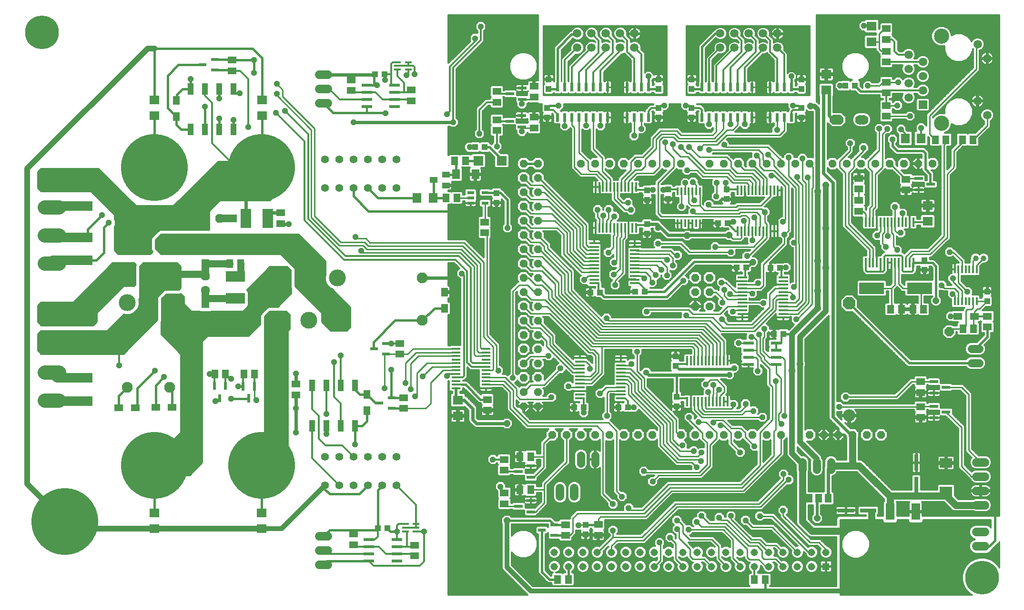
<source format=gtl>
G75*
G70*
%OFA0B0*%
%FSLAX24Y24*%
%IPPOS*%
%LPD*%
%AMOC8*
5,1,8,0,0,1.08239X$1,22.5*
%
%ADD10R,0.0394X0.0787*%
%ADD11R,0.0472X0.0591*%
%ADD12R,0.0591X0.0472*%
%ADD13R,0.0220X0.0600*%
%ADD14R,0.0709X0.0630*%
%ADD15R,0.0630X0.0140*%
%ADD16R,0.0591X0.0512*%
%ADD17R,0.0512X0.0591*%
%ADD18R,0.0520X0.0220*%
%ADD19R,0.0220X0.0520*%
%ADD20R,0.0669X0.0709*%
%ADD21C,0.0594*%
%ADD22R,0.0866X0.0709*%
%ADD23C,0.4685*%
%ADD24C,0.0515*%
%ADD25R,0.0515X0.0515*%
%ADD26C,0.0560*%
%ADD27R,0.2283X0.2441*%
%ADD28R,0.0630X0.1181*%
%ADD29R,0.1130X0.0300*%
%ADD30R,0.0394X0.0433*%
%ADD31C,0.0594*%
%ADD32R,0.0240X0.0610*%
%ADD33R,0.0236X0.0610*%
%ADD34C,0.0397*%
%ADD35R,0.0780X0.0220*%
%ADD36R,0.0433X0.0394*%
%ADD37R,0.0140X0.0580*%
%ADD38R,0.0170X0.0650*%
%ADD39R,0.1772X0.0787*%
%ADD40OC8,0.0650*%
%ADD41R,0.0600X0.0220*%
%ADD42C,0.0700*%
%ADD43OC8,0.0700*%
%ADD44R,0.0460X0.0140*%
%ADD45R,0.0594X0.0594*%
%ADD46C,0.1063*%
%ADD47R,0.0630X0.0709*%
%ADD48OC8,0.0630*%
%ADD49C,0.0630*%
%ADD50R,0.0551X0.1417*%
%ADD51R,0.0748X0.1339*%
%ADD52R,0.1339X0.0748*%
%ADD53R,0.0650X0.0170*%
%ADD54R,0.0300X0.1130*%
%ADD55R,0.1417X0.0551*%
%ADD56C,0.0860*%
%ADD57OC8,0.0860*%
%ADD58OC8,0.0554*%
%ADD59OC8,0.0600*%
%ADD60C,0.0554*%
%ADD61C,0.1000*%
%ADD62R,0.0551X0.0394*%
%ADD63R,0.0630X0.0710*%
%ADD64R,0.0500X0.0220*%
%ADD65R,0.0551X0.0709*%
%ADD66R,0.0709X0.0669*%
%ADD67C,0.1181*%
%ADD68C,0.0768*%
%ADD69C,0.0100*%
%ADD70C,0.0160*%
%ADD71C,0.0120*%
%ADD72OC8,0.0396*%
%ADD73C,0.0240*%
%ADD74C,0.0400*%
%ADD75C,0.0320*%
%ADD76C,0.0140*%
%ADD77OC8,0.0436*%
%ADD78C,0.0200*%
%ADD79C,0.0500*%
%ADD80C,0.2362*%
%ADD81C,0.0660*%
D10*
X032834Y017944D03*
X033834Y017944D03*
X034834Y017944D03*
X035834Y017944D03*
X035834Y020778D03*
X034834Y020778D03*
X033834Y020778D03*
X032834Y020778D03*
X027334Y038719D03*
X026334Y038719D03*
X025334Y038719D03*
X024334Y038719D03*
X024334Y041553D03*
X025334Y041553D03*
X026334Y041553D03*
X027334Y041553D03*
D11*
X023346Y040730D03*
X023346Y039589D03*
X042109Y027307D03*
X042109Y026165D03*
X036684Y020132D03*
X036684Y018990D03*
D12*
X023030Y019236D03*
X021888Y019236D03*
X020455Y019211D03*
X019313Y019211D03*
X078013Y025611D03*
X079155Y025611D03*
D13*
X028809Y020711D03*
X028009Y020711D03*
X028409Y019861D03*
D14*
X043035Y019736D03*
X043035Y018634D03*
X029310Y011838D03*
X029310Y010736D03*
X021809Y010735D03*
X021809Y011837D03*
X075909Y032260D03*
X075909Y033362D03*
X068809Y041460D03*
X068809Y042562D03*
X071984Y044835D03*
X071984Y045937D03*
X029331Y040787D03*
X029331Y039684D03*
X021809Y039685D03*
X021809Y040787D03*
D15*
X042908Y023340D03*
X042908Y023080D03*
X042908Y022840D03*
X042908Y022580D03*
X042908Y022340D03*
X042908Y022080D03*
X042908Y021840D03*
X042908Y021580D03*
X042908Y021340D03*
X042908Y021080D03*
X042908Y020840D03*
X042908Y020580D03*
X045008Y020580D03*
X045008Y020840D03*
X045008Y021080D03*
X045008Y021340D03*
X045008Y021580D03*
X045008Y021840D03*
X045008Y022080D03*
X045008Y022340D03*
X045008Y022580D03*
X045008Y022840D03*
X045008Y023080D03*
X045008Y023340D03*
D16*
X038984Y023710D03*
X038984Y022962D03*
X039234Y019910D03*
X039234Y019162D03*
X045110Y019039D03*
X045110Y019787D03*
X046259Y015585D03*
X046259Y014837D03*
X046284Y013235D03*
X046284Y012487D03*
X050559Y011010D03*
X050559Y010262D03*
X052859Y010287D03*
X052859Y011035D03*
X040009Y009585D03*
X040009Y008837D03*
X035734Y009612D03*
X035734Y010360D03*
X031709Y020112D03*
X031709Y020860D03*
X044909Y031462D03*
X044909Y032210D03*
X045759Y038637D03*
X045759Y039385D03*
X045759Y040612D03*
X045759Y041360D03*
X048359Y040987D03*
X048359Y041735D03*
X048359Y039560D03*
X048359Y038812D03*
X039759Y040712D03*
X039759Y041460D03*
X035584Y041437D03*
X035584Y042185D03*
X027234Y042812D03*
X027234Y043560D03*
X030634Y032860D03*
X030634Y032112D03*
X071084Y032987D03*
X071084Y033735D03*
X071084Y034537D03*
X071084Y035285D03*
X074384Y035210D03*
X074384Y034462D03*
X073009Y039637D03*
X073009Y040385D03*
X073009Y041262D03*
X073009Y042010D03*
X073009Y043437D03*
X073009Y044185D03*
X073009Y045012D03*
X073009Y045760D03*
X080084Y025610D03*
X080084Y024862D03*
X075409Y021035D03*
X075409Y020287D03*
X075409Y019285D03*
X075409Y018537D03*
D17*
X078360Y024736D03*
X079108Y024736D03*
X075608Y026111D03*
X074860Y026111D03*
X074058Y026111D03*
X073310Y026111D03*
X076435Y037986D03*
X077183Y037986D03*
X078335Y037986D03*
X079083Y037986D03*
X043558Y036511D03*
X042810Y036511D03*
X042958Y033911D03*
X042210Y033911D03*
X027833Y029311D03*
X027085Y029311D03*
X026783Y021586D03*
X026035Y021586D03*
X028060Y021571D03*
X028808Y021571D03*
X047385Y015786D03*
X048133Y015786D03*
X048133Y013461D03*
X047385Y013461D03*
X050010Y007186D03*
X050758Y007186D03*
X063785Y007161D03*
X064533Y007161D03*
X067590Y012861D03*
X068259Y012861D03*
X068928Y012861D03*
D18*
X049764Y011006D03*
X048904Y010636D03*
X049764Y010266D03*
X038389Y019166D03*
X038389Y019906D03*
X037529Y019536D03*
X038014Y022966D03*
X037154Y023336D03*
X038014Y023706D03*
X026039Y042866D03*
X026039Y043606D03*
X025179Y043236D03*
D19*
X026014Y020741D03*
X026754Y020741D03*
X026384Y019881D03*
D20*
X017134Y019679D03*
X017134Y021293D03*
X017134Y023929D03*
X017134Y025543D03*
X017134Y029529D03*
X017134Y031143D03*
X017134Y033329D03*
X017134Y034943D03*
D21*
X033337Y040536D02*
X033931Y040536D01*
X033931Y041536D02*
X033337Y041536D01*
X033337Y042536D02*
X033931Y042536D01*
X079311Y015386D02*
X079905Y015386D01*
X079905Y014386D02*
X079311Y014386D01*
X079311Y013386D02*
X079905Y013386D01*
X079905Y012386D02*
X079311Y012386D01*
X079312Y010511D02*
X079906Y010511D01*
X079906Y009511D02*
X079312Y009511D01*
X051184Y012989D02*
X051184Y013583D01*
X050184Y013583D02*
X050184Y012989D01*
X033931Y010211D02*
X033337Y010211D01*
X033337Y009211D02*
X033931Y009211D01*
X033931Y008211D02*
X033337Y008211D01*
D22*
X077185Y013332D03*
X077185Y015340D03*
D23*
X029319Y015185D03*
X021819Y015185D03*
X015520Y011248D03*
X021819Y036051D03*
X029319Y036051D03*
D24*
X049784Y009086D03*
X050784Y009086D03*
X051784Y009086D03*
X052784Y009086D03*
X053784Y009086D03*
X054784Y009086D03*
X055784Y009086D03*
X056784Y009086D03*
X057784Y009086D03*
X058784Y009086D03*
X059784Y009086D03*
X060784Y009086D03*
X061784Y009086D03*
X062784Y009086D03*
X063784Y009086D03*
X064784Y009086D03*
X065784Y009086D03*
X066784Y009086D03*
X067784Y009086D03*
X068784Y009086D03*
X067784Y008086D03*
X066784Y008086D03*
X065784Y008086D03*
X064784Y008086D03*
X063784Y008086D03*
X062784Y008086D03*
X061784Y008086D03*
X060784Y008086D03*
X059784Y008086D03*
X058784Y008086D03*
X057784Y008086D03*
X056784Y008086D03*
X055784Y008086D03*
X054784Y008086D03*
X053784Y008086D03*
X052784Y008086D03*
X051784Y008086D03*
X050784Y008086D03*
X049784Y008086D03*
D25*
X068784Y008086D03*
D26*
X069134Y014856D02*
X069134Y015416D01*
X068134Y015416D02*
X068134Y014856D01*
X067134Y014856D02*
X067134Y015416D01*
X078954Y022336D02*
X079514Y022336D01*
X079514Y023336D02*
X078954Y023336D01*
X052634Y015866D02*
X052634Y015306D01*
X051634Y015306D02*
X051634Y015866D01*
D27*
X074159Y009099D03*
D28*
X073261Y011926D03*
X075057Y011926D03*
D29*
X071739Y012011D03*
X070179Y012011D03*
D30*
X058334Y019301D03*
X058334Y019970D03*
X058259Y022151D03*
X058259Y022820D03*
X056259Y031406D03*
X056259Y032075D03*
X056284Y033771D03*
X056284Y034440D03*
X057734Y034495D03*
X057734Y033826D03*
X061834Y033826D03*
X061834Y034495D03*
X059384Y039551D03*
X059384Y040220D03*
X057084Y040220D03*
X057084Y039551D03*
X057059Y041551D03*
X057059Y042220D03*
X059384Y042220D03*
X059384Y041551D03*
X067059Y041551D03*
X067059Y042220D03*
X070149Y041761D03*
X070819Y041761D03*
X067059Y040220D03*
X067059Y039551D03*
X049284Y039551D03*
X049284Y040220D03*
X049384Y041551D03*
X049384Y042220D03*
X044919Y037461D03*
X044249Y037461D03*
X045734Y034245D03*
X045734Y033576D03*
X075684Y029545D03*
X075684Y028876D03*
X080059Y027345D03*
X080059Y026676D03*
X051959Y010995D03*
X051959Y010326D03*
D31*
X080059Y039696D03*
X079390Y040696D03*
X075559Y041436D03*
X074559Y041936D03*
X074559Y040936D03*
X075559Y042436D03*
X074559Y042936D03*
X075559Y043436D03*
X074559Y043936D03*
X079390Y044676D03*
X080059Y043676D03*
X065384Y044436D03*
X065384Y045436D03*
X064384Y045436D03*
X063384Y045436D03*
X062384Y045436D03*
X061384Y045436D03*
X061384Y044436D03*
X062384Y044436D03*
X063384Y044436D03*
X064384Y044436D03*
X055384Y044436D03*
X055384Y045436D03*
X054384Y045436D03*
X053384Y045436D03*
X052384Y045436D03*
X051384Y045436D03*
X051384Y044436D03*
X052384Y044436D03*
X053384Y044436D03*
X054384Y044436D03*
D32*
X053509Y041671D03*
X053009Y041671D03*
X052509Y041671D03*
X052009Y041671D03*
X051509Y041671D03*
X051009Y041671D03*
X050509Y041671D03*
X050009Y041671D03*
X050009Y039551D03*
X050509Y039551D03*
X051009Y039551D03*
X051509Y039551D03*
X052009Y039551D03*
X052509Y039551D03*
X053009Y039551D03*
X053509Y039551D03*
X060109Y039551D03*
X060609Y039551D03*
X061109Y039551D03*
X061609Y039551D03*
X062109Y039551D03*
X062609Y039551D03*
X063109Y039551D03*
X063609Y039551D03*
X063609Y041671D03*
X063109Y041671D03*
X062609Y041671D03*
X062109Y041671D03*
X061609Y041671D03*
X061109Y041671D03*
X060609Y041671D03*
X060109Y041671D03*
D33*
X056357Y041674D03*
X055857Y041674D03*
X055357Y041674D03*
X054857Y041674D03*
X054857Y039548D03*
X055357Y039548D03*
X055857Y039548D03*
X056357Y039548D03*
X064857Y039548D03*
X065357Y039548D03*
X065857Y039548D03*
X066357Y039548D03*
X066357Y041674D03*
X065857Y041674D03*
X065357Y041674D03*
X064857Y041674D03*
D34*
X079259Y029686D03*
X079810Y029686D03*
D35*
X065304Y023736D03*
X065304Y023236D03*
X065304Y022736D03*
X065304Y022236D03*
X063364Y022236D03*
X063364Y022736D03*
X063364Y023236D03*
X063364Y023736D03*
X038754Y009961D03*
X038754Y009461D03*
X038754Y008961D03*
X038754Y008461D03*
X036814Y008461D03*
X036814Y008961D03*
X036814Y009461D03*
X036814Y009961D03*
X036664Y040311D03*
X036664Y040811D03*
X036664Y041311D03*
X036664Y041811D03*
X038604Y041811D03*
X038604Y041311D03*
X038604Y040811D03*
X038604Y040311D03*
D36*
X037894Y042586D03*
X037224Y042586D03*
X061224Y032136D03*
X061894Y032136D03*
X062524Y029036D03*
X063194Y029036D03*
X064899Y029011D03*
X065569Y029011D03*
X065819Y024386D03*
X065149Y024386D03*
X056094Y027336D03*
X055424Y027336D03*
X052969Y027286D03*
X052299Y027286D03*
X051844Y019236D03*
X051174Y019236D03*
X054274Y019236D03*
X054944Y019236D03*
X038094Y010761D03*
X037424Y010761D03*
D37*
X077789Y026676D03*
X078049Y026676D03*
X078299Y026676D03*
X078559Y026676D03*
X078819Y026676D03*
X079069Y026676D03*
X079329Y026676D03*
X079329Y028896D03*
X079069Y028896D03*
X078819Y028896D03*
X078559Y028896D03*
X078299Y028896D03*
X078049Y028896D03*
X077789Y028896D03*
X059954Y032151D03*
X059694Y032151D03*
X059444Y032151D03*
X059184Y032151D03*
X058924Y032151D03*
X058674Y032151D03*
X058414Y032151D03*
X058414Y034371D03*
X058674Y034371D03*
X058924Y034371D03*
X059184Y034371D03*
X059444Y034371D03*
X059694Y034371D03*
X059954Y034371D03*
D38*
X062599Y034441D03*
X062859Y034441D03*
X063109Y034441D03*
X063369Y034441D03*
X063629Y034441D03*
X063879Y034441D03*
X064139Y034441D03*
X064389Y034441D03*
X064649Y034441D03*
X064909Y034441D03*
X065159Y034441D03*
X065419Y034441D03*
X065419Y031581D03*
X065159Y031581D03*
X064909Y031581D03*
X064649Y031581D03*
X064389Y031581D03*
X064139Y031581D03*
X063879Y031581D03*
X063629Y031581D03*
X063369Y031581D03*
X063109Y031581D03*
X062859Y031581D03*
X062599Y031581D03*
X055494Y031806D03*
X055234Y031806D03*
X054984Y031806D03*
X054724Y031806D03*
X054464Y031806D03*
X054214Y031806D03*
X053954Y031806D03*
X053704Y031806D03*
X053444Y031806D03*
X053184Y031806D03*
X052934Y031806D03*
X052674Y031806D03*
X052674Y034666D03*
X052934Y034666D03*
X053184Y034666D03*
X053444Y034666D03*
X053704Y034666D03*
X053954Y034666D03*
X054214Y034666D03*
X054464Y034666D03*
X054724Y034666D03*
X054984Y034666D03*
X055234Y034666D03*
X055494Y034666D03*
X071574Y032216D03*
X071824Y032216D03*
X072084Y032216D03*
X072334Y032216D03*
X072594Y032216D03*
X072854Y032216D03*
X073104Y032216D03*
X073364Y032216D03*
X073614Y032216D03*
X073874Y032216D03*
X074134Y032216D03*
X074384Y032216D03*
X074644Y032216D03*
X074894Y032216D03*
X074894Y029356D03*
X074644Y029356D03*
X074384Y029356D03*
X074134Y029356D03*
X073874Y029356D03*
X073614Y029356D03*
X073364Y029356D03*
X073104Y029356D03*
X072854Y029356D03*
X072594Y029356D03*
X072334Y029356D03*
X072084Y029356D03*
X071824Y029356D03*
X071574Y029356D03*
X061894Y022491D03*
X061634Y022491D03*
X061384Y022491D03*
X061124Y022491D03*
X060864Y022491D03*
X060614Y022491D03*
X060354Y022491D03*
X060104Y022491D03*
X059844Y022491D03*
X059584Y022491D03*
X059334Y022491D03*
X059074Y022491D03*
X059074Y019631D03*
X059334Y019631D03*
X059584Y019631D03*
X059844Y019631D03*
X060104Y019631D03*
X060354Y019631D03*
X060614Y019631D03*
X060864Y019631D03*
X061124Y019631D03*
X061384Y019631D03*
X061634Y019631D03*
X061894Y019631D03*
D39*
X071986Y027586D03*
X075332Y027586D03*
D40*
X077409Y024536D03*
D41*
X076334Y021036D03*
X076334Y020236D03*
X077184Y020636D03*
X076334Y019311D03*
X076334Y018511D03*
X077184Y018911D03*
X048134Y015136D03*
X047284Y014736D03*
X048134Y014336D03*
X048134Y012711D03*
X047284Y012311D03*
X048134Y011911D03*
X075259Y034461D03*
X076109Y034861D03*
X075259Y035261D03*
X047509Y038886D03*
X047509Y039686D03*
X046659Y039286D03*
X047534Y040811D03*
X046684Y041211D03*
X047534Y041611D03*
D42*
X071159Y039386D03*
X071409Y039386D03*
D43*
X069659Y039386D03*
X069409Y039386D03*
D44*
X039554Y042901D03*
X039554Y043161D03*
X039554Y043421D03*
X038814Y043421D03*
X038814Y043161D03*
X038814Y042901D03*
X039364Y011071D03*
X039364Y010811D03*
X039364Y010551D03*
X040104Y010551D03*
X040104Y010811D03*
X040104Y011071D03*
D45*
X075559Y040436D03*
D46*
X076858Y039135D03*
X076858Y045237D03*
D47*
X075435Y038061D03*
X074333Y038061D03*
D48*
X026384Y032486D03*
X025359Y028436D03*
D49*
X025359Y027436D03*
X025384Y032486D03*
D50*
X025359Y028920D03*
X025359Y026912D03*
D51*
X028191Y032486D03*
X029727Y032486D03*
D52*
X027459Y028404D03*
X027459Y026868D03*
D53*
X051579Y022696D03*
X051579Y022436D03*
X051579Y022186D03*
X051579Y021926D03*
X051579Y021666D03*
X051579Y021416D03*
X051579Y021156D03*
X051579Y020906D03*
X051579Y020646D03*
X051579Y020386D03*
X051579Y020136D03*
X051579Y019876D03*
X054439Y019876D03*
X054439Y020136D03*
X054439Y020386D03*
X054439Y020646D03*
X054439Y020906D03*
X054439Y021156D03*
X054439Y021416D03*
X054439Y021666D03*
X054439Y021926D03*
X054439Y022186D03*
X054439Y022436D03*
X054439Y022696D03*
X062929Y025526D03*
X062929Y025786D03*
X062929Y026036D03*
X062929Y026296D03*
X062929Y026556D03*
X062929Y026806D03*
X062929Y027066D03*
X062929Y027316D03*
X062929Y027576D03*
X062929Y027836D03*
X062929Y028086D03*
X062929Y028346D03*
X065789Y028346D03*
X065789Y028086D03*
X065789Y027836D03*
X065789Y027576D03*
X065789Y027316D03*
X065789Y027066D03*
X065789Y026806D03*
X065789Y026556D03*
X065789Y026296D03*
X065789Y026036D03*
X065789Y025786D03*
X065789Y025526D03*
X055414Y027926D03*
X055414Y028186D03*
X055414Y028436D03*
X055414Y028696D03*
X055414Y028956D03*
X055414Y029206D03*
X055414Y029466D03*
X055414Y029716D03*
X055414Y029976D03*
X055414Y030236D03*
X055414Y030486D03*
X055414Y030746D03*
X052554Y030746D03*
X052554Y030486D03*
X052554Y030236D03*
X052554Y029976D03*
X052554Y029716D03*
X052554Y029466D03*
X052554Y029206D03*
X052554Y028956D03*
X052554Y028696D03*
X052554Y028436D03*
X052554Y028186D03*
X052554Y027926D03*
D54*
X075109Y015366D03*
X075109Y013806D03*
D55*
X026868Y032486D03*
X024860Y032486D03*
D56*
X070409Y018656D03*
D57*
X070409Y026526D03*
D58*
X060634Y026311D03*
X060634Y027311D03*
X059634Y027311D03*
X059634Y028311D03*
X060634Y028311D03*
X048634Y028311D03*
X048634Y029311D03*
X047634Y029311D03*
X047634Y028311D03*
X047634Y027311D03*
X048634Y027311D03*
X048634Y026311D03*
X047634Y026311D03*
X047634Y025311D03*
X048634Y025311D03*
X048634Y024311D03*
X047634Y024311D03*
X047634Y023311D03*
X048634Y023311D03*
X048634Y022311D03*
X047634Y022311D03*
X047634Y021311D03*
X048634Y021311D03*
X048634Y020311D03*
X047634Y020311D03*
X047634Y019311D03*
X048634Y019311D03*
X049634Y017311D03*
X050634Y017311D03*
X051634Y017311D03*
X052634Y017311D03*
X053634Y017311D03*
X054634Y017311D03*
X055634Y017311D03*
X056634Y017311D03*
X058634Y017311D03*
X059634Y017311D03*
X060634Y017311D03*
X061634Y017311D03*
X062634Y017311D03*
X063634Y017311D03*
X064634Y017311D03*
X065634Y017311D03*
X067634Y017311D03*
X068634Y017311D03*
X069634Y017311D03*
X070634Y017311D03*
X071634Y017311D03*
X072634Y017311D03*
X048634Y030311D03*
X047634Y030311D03*
X047634Y031311D03*
X048634Y031311D03*
X048634Y032311D03*
X048634Y033311D03*
X047634Y033311D03*
X047634Y032311D03*
X047634Y034311D03*
X048634Y034311D03*
X048634Y035311D03*
X047634Y035311D03*
X047634Y036311D03*
X048634Y036311D03*
X051634Y036311D03*
X052634Y036311D03*
X053634Y036311D03*
X054634Y036311D03*
X055634Y036311D03*
X056634Y036311D03*
X057634Y036311D03*
X058634Y036311D03*
X060634Y036311D03*
X061634Y036311D03*
X062634Y036311D03*
X063634Y036311D03*
X064634Y036311D03*
X065634Y036311D03*
X066634Y036311D03*
X067634Y036311D03*
X069234Y036311D03*
X070234Y036311D03*
X071234Y036311D03*
X072234Y036311D03*
X073234Y036311D03*
X074234Y036311D03*
X075234Y036311D03*
X076234Y036311D03*
D59*
X059634Y026311D03*
D60*
X038734Y034611D03*
X037734Y034611D03*
X036734Y034611D03*
X035734Y034611D03*
X034734Y034611D03*
X033734Y034611D03*
X033734Y036611D03*
X034734Y036611D03*
X035734Y036611D03*
X036734Y036611D03*
X037734Y036611D03*
X038734Y036611D03*
X038734Y015761D03*
X037734Y015761D03*
X036734Y015761D03*
X035734Y015761D03*
X034734Y015761D03*
X033734Y015761D03*
X033734Y013761D03*
X034734Y013761D03*
X035734Y013761D03*
X036734Y013761D03*
X037734Y013761D03*
X038734Y013761D03*
D61*
X015134Y019705D02*
X014134Y019705D01*
X014134Y021674D02*
X015134Y021674D01*
X015134Y023642D02*
X014134Y023642D01*
X014134Y025611D02*
X015134Y025611D01*
X015134Y029305D02*
X014134Y029305D01*
X014134Y031274D02*
X015134Y031274D01*
X015134Y033242D02*
X014134Y033242D01*
X014134Y035211D02*
X015134Y035211D01*
D62*
X041326Y035161D03*
X042192Y035535D03*
X042192Y034787D03*
D63*
X041294Y033911D03*
X040174Y033911D03*
D64*
X043924Y033911D03*
X043924Y034281D03*
X043924Y033541D03*
X044944Y033541D03*
X044944Y034281D03*
D65*
X044253Y035561D03*
X042915Y035561D03*
D66*
X044477Y036511D03*
X046091Y036511D03*
D67*
X034592Y028299D03*
X032608Y028299D03*
X030623Y028299D03*
X030623Y025323D03*
X032608Y025323D03*
X034592Y025323D03*
X022872Y026578D03*
X019896Y026578D03*
X019896Y028562D03*
X022872Y028562D03*
X022872Y030546D03*
X019896Y030546D03*
D68*
X019896Y020625D03*
X022872Y020625D03*
X040545Y025323D03*
X040545Y028299D03*
D69*
X043209Y030061D02*
X036409Y030061D01*
X036259Y030211D01*
X036409Y030586D02*
X034734Y030586D01*
X032784Y032536D01*
X032784Y038686D01*
X030359Y041111D01*
X030359Y041211D01*
X030784Y041011D02*
X030784Y041486D01*
X030359Y041911D01*
X030784Y041011D02*
X033009Y038786D01*
X033009Y032636D01*
X034834Y030811D01*
X036509Y030811D01*
X036784Y030536D01*
X043384Y030536D01*
X044609Y029311D01*
X044609Y023436D01*
X044705Y023340D01*
X044930Y023340D01*
X045008Y023080D02*
X044515Y023080D01*
X044384Y023211D01*
X044384Y029211D01*
X043284Y030311D01*
X036684Y030311D01*
X036409Y030586D01*
X036884Y030761D02*
X036884Y030786D01*
X036609Y031061D01*
X035984Y031061D01*
X035859Y031186D01*
X036884Y030761D02*
X043484Y030761D01*
X044834Y029411D01*
X044834Y024161D01*
X045509Y023486D01*
X045509Y021911D01*
X045439Y021840D01*
X045008Y021840D01*
X045008Y021340D02*
X046330Y021340D01*
X047134Y020536D01*
X047134Y020061D01*
X047384Y019811D01*
X049459Y019811D01*
X049584Y019936D01*
X050784Y020711D02*
X050849Y020646D01*
X051579Y020646D01*
X051579Y020391D02*
X051584Y020386D01*
X051579Y020386D02*
X051579Y020391D01*
X051154Y020386D02*
X051144Y020396D01*
X051134Y020386D01*
X051579Y020906D02*
X052379Y020906D01*
X053109Y021636D01*
X053109Y023511D01*
X059409Y023511D01*
X059584Y023336D01*
X059584Y022491D01*
X059844Y022491D02*
X059844Y023401D01*
X059534Y023711D01*
X052509Y023711D01*
X049384Y026836D01*
X049384Y027336D01*
X048909Y027811D01*
X048459Y027811D01*
X047958Y028312D01*
X047958Y028311D01*
X047634Y028311D01*
X047909Y027811D02*
X048409Y027311D01*
X048633Y027311D01*
X048160Y026786D02*
X047635Y027311D01*
X047634Y027311D01*
X047909Y027811D02*
X047334Y027811D01*
X046884Y027361D01*
X046884Y021311D01*
X046265Y021080D02*
X046909Y020436D01*
X046909Y019261D01*
X048009Y018161D01*
X053559Y018161D01*
X054134Y017586D01*
X054134Y013361D01*
X054509Y012986D01*
X053884Y012461D02*
X053184Y013161D01*
X053184Y017511D01*
X052759Y017936D01*
X047909Y017936D01*
X046684Y019161D01*
X046684Y020336D01*
X046180Y020840D01*
X045008Y020840D01*
X045008Y021080D02*
X046265Y021080D01*
X045859Y021811D02*
X045734Y021936D01*
X045734Y023586D01*
X045059Y024261D01*
X045059Y031312D01*
X044909Y031462D01*
X044909Y032210D02*
X044944Y032245D01*
X044944Y033541D01*
X043924Y033911D02*
X042958Y033911D01*
X047634Y034311D02*
X047635Y034311D01*
X048135Y033811D01*
X049259Y033811D01*
X051334Y031736D01*
X051334Y030336D01*
X051954Y029716D01*
X052554Y029716D01*
X052554Y029466D02*
X051879Y029466D01*
X051109Y030236D01*
X051109Y031636D01*
X049433Y033312D01*
X049433Y033311D01*
X048634Y033311D01*
X048135Y032811D02*
X047635Y033311D01*
X047634Y033311D01*
X048135Y032811D02*
X049609Y032811D01*
X050884Y031536D01*
X050884Y030136D01*
X051814Y029206D01*
X052554Y029206D01*
X052554Y028956D02*
X051764Y028956D01*
X050659Y030061D01*
X050659Y031461D01*
X049808Y032312D01*
X049808Y032311D01*
X048634Y032311D01*
X048135Y031811D02*
X047635Y032311D01*
X047634Y032311D01*
X048135Y031811D02*
X049984Y031811D01*
X050434Y031361D01*
X050434Y029961D01*
X051699Y028696D01*
X052554Y028696D01*
X052554Y028436D02*
X052134Y028436D01*
X051884Y028186D01*
X050959Y028736D02*
X050959Y027436D01*
X053284Y025111D01*
X060409Y025111D01*
X061634Y023886D01*
X061634Y022491D01*
X061384Y022491D02*
X061384Y023811D01*
X060284Y024911D01*
X053184Y024911D01*
X050734Y027361D01*
X050734Y028636D01*
X049084Y030286D01*
X049084Y030511D01*
X048784Y030811D01*
X048135Y030811D01*
X047635Y031311D01*
X047634Y031311D01*
X048634Y031286D02*
X048634Y031311D01*
X048634Y031286D02*
X049309Y030611D01*
X049309Y030386D01*
X050959Y028736D01*
X050509Y028536D02*
X050509Y027286D01*
X053084Y024711D01*
X060159Y024711D01*
X061124Y023746D01*
X061124Y022491D01*
X060864Y022491D02*
X060864Y023681D01*
X060034Y024511D01*
X052984Y024511D01*
X050284Y027211D01*
X050284Y028436D01*
X048909Y029811D01*
X048135Y029811D01*
X047635Y030311D01*
X047634Y030311D01*
X048634Y030311D02*
X048733Y030311D01*
X048733Y030312D01*
X050509Y028536D01*
X050059Y027986D02*
X050059Y027111D01*
X052859Y024311D01*
X059909Y024311D01*
X060614Y023606D01*
X060614Y022491D01*
X060354Y022491D02*
X060354Y023541D01*
X059784Y024111D01*
X052759Y024111D01*
X049834Y027036D01*
X049834Y027886D01*
X048909Y028811D01*
X048135Y028811D01*
X047635Y029311D01*
X047634Y029311D01*
X048634Y029311D02*
X048635Y029312D01*
X048733Y029312D01*
X050059Y027986D01*
X049609Y027436D02*
X048733Y028312D01*
X048733Y028311D01*
X048634Y028311D01*
X049609Y027436D02*
X049609Y026936D01*
X052634Y023911D01*
X059659Y023911D01*
X060104Y023466D01*
X060104Y022491D01*
X062684Y023736D02*
X063364Y023736D01*
X063559Y024161D02*
X063709Y024161D01*
X063934Y023936D01*
X063934Y023211D01*
X063909Y023236D01*
X063364Y023236D01*
X063364Y022736D02*
X063884Y022736D01*
X064009Y022611D01*
X064009Y021786D01*
X064234Y022536D02*
X064834Y021936D01*
X064834Y020861D01*
X065034Y020661D01*
X065034Y018361D01*
X064159Y017486D01*
X064159Y015161D01*
X062834Y013836D01*
X057784Y013836D01*
X055984Y012036D01*
X055134Y012036D01*
X054984Y012186D01*
X056084Y011811D02*
X057884Y013611D01*
X062909Y013611D01*
X065134Y015836D01*
X065134Y017561D01*
X065259Y017686D01*
X065259Y021086D01*
X065634Y021286D02*
X065634Y018936D01*
X065484Y018786D01*
X065484Y018261D01*
X065659Y018086D01*
X065859Y018636D02*
X065859Y018661D01*
X065909Y018711D01*
X065909Y022561D01*
X065734Y022736D01*
X065334Y022736D01*
X065304Y022736D01*
X064834Y022736D01*
X064384Y023186D01*
X064384Y024086D01*
X064484Y024186D01*
X064484Y024736D01*
X064109Y024336D02*
X064159Y024286D01*
X064159Y023086D01*
X064484Y022761D01*
X064484Y022611D01*
X064859Y022236D01*
X065304Y022236D01*
X065304Y021616D01*
X065634Y021286D01*
X065309Y022711D02*
X065334Y022736D01*
X064234Y022711D02*
X063934Y023011D01*
X063934Y023211D01*
X064234Y022711D02*
X064234Y022536D01*
X063784Y024586D02*
X061409Y024586D01*
X060684Y025311D01*
X053609Y025311D01*
X053434Y025486D01*
X052309Y023286D02*
X049284Y026311D01*
X048634Y026311D01*
X048160Y026786D02*
X049134Y026786D01*
X052409Y023511D01*
X053109Y023511D01*
X052884Y022936D02*
X052534Y023286D01*
X052309Y023286D01*
X052209Y023061D02*
X049459Y025811D01*
X048135Y025811D01*
X047635Y026311D01*
X047634Y026311D01*
X047634Y025311D02*
X048134Y024811D01*
X048784Y024811D01*
X049459Y024136D01*
X049459Y023611D01*
X051144Y021926D01*
X051579Y021926D01*
X051579Y022186D02*
X051184Y022186D01*
X049684Y023686D01*
X049684Y024236D01*
X048634Y025286D01*
X048634Y024311D02*
X048809Y024311D01*
X049234Y023886D01*
X049234Y023511D01*
X051079Y021666D01*
X051579Y021666D01*
X051579Y021416D02*
X052289Y021416D01*
X052659Y021786D01*
X052659Y022836D01*
X052434Y023061D01*
X052209Y023061D01*
X052884Y022936D02*
X052884Y021711D01*
X052329Y021156D01*
X051579Y021156D01*
X052984Y020211D02*
X053419Y020646D01*
X054439Y020646D01*
X054439Y020906D02*
X054814Y020906D01*
X054959Y020761D01*
X054959Y020136D01*
X057184Y017911D01*
X057184Y016561D01*
X058384Y015361D01*
X059409Y015361D01*
X059734Y015036D01*
X059909Y014686D02*
X060459Y015236D01*
X060459Y016761D01*
X060134Y017086D01*
X060134Y017436D01*
X059209Y018361D01*
X059209Y018536D01*
X059584Y019061D02*
X060109Y018536D01*
X064334Y018536D01*
X063709Y018986D02*
X063159Y018986D01*
X062909Y018736D01*
X060209Y018736D01*
X059844Y019101D01*
X059844Y019631D01*
X059584Y019631D02*
X059584Y019061D01*
X060104Y019141D02*
X060104Y019631D01*
X060354Y019631D02*
X060359Y019626D01*
X060359Y019186D01*
X060409Y019136D01*
X062159Y019136D01*
X062309Y019286D01*
X062309Y019436D01*
X062784Y018936D02*
X063159Y019311D01*
X063159Y019486D01*
X062784Y018936D02*
X060309Y018936D01*
X060104Y019141D01*
X060614Y019631D02*
X060614Y020231D01*
X060534Y020311D01*
X060864Y020116D02*
X060909Y020161D01*
X060909Y020811D01*
X060709Y021161D02*
X060384Y020836D01*
X060709Y021161D02*
X061159Y021161D01*
X061684Y020636D01*
X061684Y020336D01*
X061384Y020036D01*
X061384Y019631D01*
X061124Y019631D02*
X061124Y020301D01*
X061309Y020486D01*
X060864Y020116D02*
X060864Y019631D01*
X061059Y018336D02*
X060909Y018186D01*
X061059Y018336D02*
X061559Y018336D01*
X062059Y017861D01*
X062134Y017786D01*
X062809Y017786D01*
X063134Y017461D01*
X063134Y017161D01*
X063784Y016511D01*
X062784Y016086D02*
X062134Y016736D01*
X062134Y017461D01*
X061609Y017986D01*
X061409Y017986D01*
X061134Y017461D02*
X060384Y018211D01*
X059884Y018211D01*
X061134Y017461D02*
X061134Y017061D01*
X060684Y016611D01*
X060684Y015136D01*
X060009Y014461D01*
X057084Y014461D01*
X056659Y014036D01*
X056109Y014686D02*
X056034Y014761D01*
X056109Y014686D02*
X059909Y014686D01*
X060034Y015486D02*
X059934Y015586D01*
X058484Y015586D01*
X057409Y016661D01*
X057409Y018011D01*
X055184Y020236D01*
X055184Y020861D01*
X054889Y021156D01*
X054439Y021156D01*
X054439Y021416D02*
X054954Y021416D01*
X055409Y020961D01*
X055409Y020336D01*
X057634Y018111D01*
X057634Y016761D01*
X058584Y015811D01*
X059834Y015811D01*
X060084Y016061D01*
X059534Y016186D02*
X059509Y016161D01*
X058559Y016161D01*
X057859Y016861D01*
X057859Y018186D01*
X055634Y020411D01*
X055634Y021061D01*
X055029Y021666D01*
X054439Y021666D01*
X054439Y021926D02*
X055094Y021926D01*
X055859Y021161D01*
X055859Y020511D01*
X058084Y018286D01*
X058084Y016961D01*
X058484Y016561D01*
X058734Y016561D01*
X058634Y017311D02*
X058509Y017311D01*
X058309Y017511D01*
X058309Y018386D01*
X056084Y020611D01*
X056084Y021261D01*
X055559Y021786D01*
X055559Y023136D01*
X055184Y022286D02*
X055084Y022186D01*
X054439Y022186D01*
X052284Y022161D02*
X052009Y022436D01*
X051579Y022436D01*
X052284Y022161D02*
X052284Y021936D01*
X050209Y021961D02*
X049059Y020811D01*
X048133Y020811D01*
X047634Y020312D01*
X047634Y020311D01*
X047634Y022336D02*
X048109Y022811D01*
X049409Y022811D01*
X045008Y022840D02*
X044280Y022840D01*
X044159Y022961D01*
X044159Y029111D01*
X043209Y030061D01*
X048634Y034311D02*
X049083Y034311D01*
X049083Y034312D01*
X051559Y031836D01*
X051559Y030436D01*
X052019Y029976D01*
X052554Y029976D01*
X052554Y030236D02*
X052084Y030236D01*
X051784Y030536D01*
X051784Y031936D01*
X048909Y034811D01*
X048135Y034811D01*
X047635Y035311D01*
X047634Y035311D01*
X048634Y035311D02*
X048708Y035311D01*
X048708Y035312D01*
X052009Y032011D01*
X052009Y030636D01*
X052159Y030486D01*
X052554Y030486D01*
X053559Y030086D02*
X053909Y030436D01*
X053909Y031261D01*
X053954Y031306D01*
X053954Y031806D01*
X053704Y031806D02*
X053704Y032281D01*
X053984Y032561D01*
X053984Y032611D01*
X053584Y032486D02*
X053584Y033086D01*
X053209Y032686D02*
X053184Y032661D01*
X053184Y031806D01*
X052934Y031806D02*
X052934Y032436D01*
X052809Y032561D01*
X052809Y033086D01*
X053444Y032346D02*
X053444Y031806D01*
X053444Y032346D02*
X053584Y032486D01*
X054214Y031806D02*
X054214Y031241D01*
X054134Y031161D01*
X054134Y029536D01*
X053984Y029386D01*
X054359Y028936D02*
X053934Y028536D01*
X054034Y028111D02*
X054584Y028661D01*
X054584Y030986D01*
X054724Y031126D01*
X054724Y031806D01*
X054464Y031806D02*
X054464Y031191D01*
X054359Y031086D01*
X054359Y028936D01*
X055414Y028956D02*
X056439Y028956D01*
X056884Y028511D01*
X056509Y028361D02*
X056174Y028696D01*
X055414Y028696D01*
X055414Y028436D02*
X055909Y028436D01*
X056084Y028261D01*
X056509Y028361D02*
X056509Y028111D01*
X056634Y027986D01*
X057659Y028486D02*
X057659Y029036D01*
X057239Y029456D01*
X055564Y029456D01*
X055414Y029466D01*
X055414Y029716D02*
X057529Y029716D01*
X057659Y029586D01*
X057814Y029956D02*
X058084Y029686D01*
X058084Y029186D01*
X058059Y029161D01*
X058234Y029886D02*
X058384Y029886D01*
X058234Y029886D02*
X057904Y030216D01*
X055564Y030216D01*
X055414Y030236D01*
X055414Y029976D02*
X055564Y029956D01*
X057814Y029956D01*
X057034Y030711D02*
X058634Y030711D01*
X059234Y030111D01*
X062134Y030111D01*
X062284Y031036D02*
X062009Y031311D01*
X062284Y031036D02*
X062784Y031036D01*
X062859Y031111D01*
X062859Y031581D01*
X063109Y031581D02*
X063109Y032236D01*
X063034Y032311D01*
X062809Y032611D02*
X062884Y032686D01*
X063184Y032686D01*
X063409Y032461D01*
X063409Y032136D01*
X063359Y032086D01*
X063359Y031586D01*
X063629Y031581D02*
X063634Y031576D01*
X063634Y030936D01*
X063709Y030486D02*
X064384Y031161D01*
X064384Y031586D01*
X064139Y031581D02*
X064139Y031866D01*
X064159Y031886D01*
X064159Y032686D01*
X063934Y032911D01*
X062809Y032911D01*
X062709Y032811D01*
X059634Y032811D01*
X059484Y032961D01*
X059359Y033361D02*
X059184Y033536D01*
X059184Y034371D01*
X058924Y034371D02*
X058924Y034951D01*
X058934Y034961D01*
X059484Y035011D02*
X059694Y034801D01*
X059694Y034371D01*
X059444Y034371D02*
X059444Y033876D01*
X059584Y033736D01*
X059359Y033361D02*
X059934Y033361D01*
X059954Y033381D01*
X059954Y034371D01*
X060584Y033436D02*
X060759Y033261D01*
X062509Y033261D01*
X062609Y033361D01*
X064234Y033361D01*
X064909Y034036D01*
X064909Y034441D01*
X064649Y034441D02*
X064649Y035271D01*
X063634Y036286D01*
X063759Y035861D02*
X063084Y035861D01*
X062634Y036311D01*
X062134Y036461D02*
X061834Y036761D01*
X059934Y036761D01*
X059209Y037486D01*
X059209Y037036D02*
X059084Y037036D01*
X058634Y037486D01*
X058409Y037861D02*
X061059Y037861D01*
X061884Y038686D01*
X062259Y038686D01*
X062609Y039036D01*
X062609Y039486D01*
X062584Y039511D01*
X062584Y039526D01*
X062609Y039551D01*
X062109Y039551D02*
X062109Y039061D01*
X061609Y038736D02*
X060959Y038086D01*
X058509Y038086D01*
X058209Y038386D01*
X057284Y038386D01*
X056909Y038011D01*
X056909Y037386D01*
X056134Y036611D01*
X056134Y036136D01*
X055859Y035861D01*
X055434Y035861D01*
X054704Y035131D01*
X054704Y034706D01*
X054724Y034666D01*
X054959Y034661D02*
X054984Y034686D01*
X054984Y035086D01*
X055534Y035636D01*
X056709Y035636D01*
X057134Y036061D01*
X057134Y037936D01*
X057359Y038161D01*
X058109Y038161D01*
X058409Y037861D01*
X058084Y037661D02*
X058084Y037336D01*
X058609Y036811D01*
X059109Y036811D01*
X060284Y035636D01*
X061934Y035636D01*
X062384Y035186D01*
X063409Y035186D01*
X063629Y034966D01*
X063629Y034441D01*
X063879Y034441D02*
X063879Y035066D01*
X063534Y035411D01*
X062484Y035411D01*
X062034Y035861D01*
X060384Y035861D01*
X059209Y037036D01*
X059959Y037386D02*
X060209Y037636D01*
X061159Y037636D01*
X061834Y038311D01*
X065534Y038311D01*
X065857Y038634D01*
X065857Y039548D01*
X065359Y039546D02*
X065357Y039548D01*
X065359Y039546D02*
X065359Y038661D01*
X064709Y037486D02*
X065634Y036561D01*
X065634Y036311D01*
X065134Y036161D02*
X065134Y036536D01*
X064734Y036936D01*
X064359Y036961D02*
X064059Y037261D01*
X060609Y037261D01*
X061659Y037636D02*
X061809Y037486D01*
X064709Y037486D01*
X064359Y036961D02*
X064359Y036586D01*
X064634Y036311D01*
X064434Y035836D02*
X065134Y035836D01*
X066159Y034811D01*
X066159Y031611D01*
X065884Y031336D01*
X065884Y030711D01*
X064409Y029236D01*
X064409Y027786D01*
X064199Y027576D01*
X062929Y027576D01*
X062929Y027836D02*
X063934Y027836D01*
X064034Y027936D01*
X063529Y027316D02*
X062929Y027316D01*
X062454Y027316D01*
X061784Y027986D01*
X061484Y027986D01*
X061659Y027461D02*
X061659Y027061D01*
X061914Y026806D01*
X062929Y026806D01*
X062929Y026556D02*
X064389Y026556D01*
X064409Y026536D01*
X064834Y026261D02*
X063609Y025036D01*
X061884Y025036D01*
X061509Y025411D01*
X061359Y025761D02*
X059459Y025761D01*
X059159Y026061D01*
X056359Y026061D01*
X056234Y025936D01*
X059009Y025686D02*
X059159Y025536D01*
X060859Y025536D01*
X061584Y024811D01*
X063684Y024811D01*
X065059Y026186D01*
X065059Y026786D01*
X065339Y027066D01*
X065789Y027066D01*
X065789Y027316D02*
X066279Y027316D01*
X066459Y027136D01*
X066459Y026936D01*
X066629Y026556D02*
X066909Y026836D01*
X066884Y034611D01*
X066884Y034736D01*
X066184Y035436D01*
X066184Y036736D01*
X067134Y036686D02*
X067134Y035161D01*
X067359Y034936D01*
X067359Y026636D01*
X066759Y026036D01*
X065789Y026036D01*
X065789Y025786D02*
X066809Y025786D01*
X067584Y026561D01*
X067584Y035261D01*
X067509Y035336D01*
X067134Y034811D02*
X066759Y035186D01*
X066759Y035386D01*
X067134Y034811D02*
X067134Y026736D01*
X066694Y026296D01*
X065789Y026296D01*
X065789Y026556D02*
X066629Y026556D01*
X065789Y026806D02*
X065379Y026806D01*
X065284Y026711D01*
X065284Y026086D01*
X063784Y024586D01*
X063029Y025786D02*
X062929Y025786D01*
X062929Y026036D02*
X062359Y026036D01*
X062259Y025936D01*
X061894Y026296D02*
X061359Y025761D01*
X061894Y026296D02*
X062929Y026296D01*
X062929Y027066D02*
X062179Y027066D01*
X062084Y027161D01*
X061534Y026861D02*
X061534Y026586D01*
X061534Y026861D02*
X061084Y027311D01*
X060634Y027311D01*
X063529Y027316D02*
X063634Y027211D01*
X064834Y027161D02*
X064834Y026261D01*
X064834Y027161D02*
X065249Y027576D01*
X065789Y027576D01*
X066534Y027661D02*
X066684Y027786D01*
X066684Y030786D01*
X066534Y030786D01*
X066684Y030786D02*
X066684Y034611D01*
X065134Y036161D01*
X065184Y035461D02*
X064984Y035461D01*
X065184Y035461D02*
X065934Y034711D01*
X065934Y032386D01*
X065784Y032236D01*
X064649Y032071D02*
X064649Y031581D01*
X064649Y031101D01*
X063384Y029836D01*
X063259Y029836D01*
X063709Y030486D02*
X061034Y030486D01*
X063879Y031581D02*
X063879Y032441D01*
X063784Y032536D01*
X064284Y033136D02*
X062709Y033136D01*
X062609Y033036D01*
X060284Y033036D01*
X059959Y033361D01*
X059934Y033361D01*
X058684Y033311D02*
X058684Y034361D01*
X058674Y034371D01*
X057034Y034961D02*
X057034Y032836D01*
X057259Y032611D01*
X062809Y032611D01*
X064284Y033136D02*
X064509Y032911D01*
X064509Y032211D01*
X064649Y032071D01*
X064389Y034441D02*
X064389Y035231D01*
X063759Y035861D01*
X063634Y035636D02*
X062584Y035636D01*
X062134Y036086D01*
X062134Y036461D01*
X063934Y036861D02*
X064134Y036661D01*
X064134Y036136D01*
X064434Y035836D01*
X064139Y035131D02*
X063634Y035636D01*
X064139Y035131D02*
X064139Y034441D01*
X063369Y034441D02*
X063369Y034826D01*
X063234Y034961D01*
X062284Y034961D01*
X061834Y035411D01*
X060184Y035411D01*
X059759Y035836D01*
X059059Y035836D01*
X058134Y036061D02*
X058134Y036711D01*
X057534Y037311D01*
X057534Y037811D01*
X057209Y038611D02*
X056684Y038086D01*
X056684Y037486D01*
X055984Y036786D01*
X055484Y036786D01*
X055134Y036436D01*
X055134Y035886D01*
X054464Y035216D01*
X054464Y034666D01*
X054214Y034666D02*
X054204Y033916D01*
X054534Y033586D01*
X054934Y033586D01*
X054734Y033061D02*
X053964Y033831D01*
X053954Y034666D01*
X053704Y034666D02*
X053704Y035216D01*
X053134Y035786D01*
X053134Y036711D01*
X052509Y037336D01*
X052509Y039551D01*
X052009Y039551D02*
X052009Y038986D01*
X051509Y039561D02*
X051509Y037086D01*
X052134Y036461D01*
X052134Y035936D01*
X052284Y035786D01*
X052809Y035786D01*
X053444Y035151D01*
X053444Y034666D01*
X053184Y034666D02*
X053184Y035086D01*
X052709Y035561D01*
X051684Y035561D01*
X051184Y036061D01*
X051184Y038836D01*
X051009Y039011D01*
X051009Y039551D01*
X050509Y039551D02*
X050509Y038936D01*
X048359Y038812D02*
X047560Y038812D01*
X047509Y038886D02*
X047509Y038561D01*
X047514Y040491D02*
X047514Y040791D01*
X047534Y040811D01*
X048184Y040811D01*
X048359Y040986D01*
X049009Y041111D02*
X049009Y045986D01*
X057634Y045986D01*
X057634Y041111D01*
X049009Y041111D01*
X049009Y041196D02*
X049086Y041196D01*
X049117Y041165D02*
X049651Y041165D01*
X049751Y041264D01*
X049819Y041196D01*
X050200Y041196D01*
X050319Y041196D01*
X050700Y041196D01*
X050819Y041196D01*
X051200Y041196D01*
X051319Y041196D01*
X051700Y041196D01*
X051819Y041196D01*
X052200Y041196D01*
X052319Y041196D01*
X052700Y041196D01*
X052819Y041196D01*
X053200Y041196D01*
X056761Y041196D01*
X056792Y041165D02*
X057326Y041165D01*
X057426Y041264D01*
X057426Y041838D01*
X057364Y041900D01*
X057376Y041912D01*
X057396Y041946D01*
X057406Y041984D01*
X057634Y041984D01*
X057634Y042082D02*
X057406Y042082D01*
X057406Y042172D02*
X057108Y042172D01*
X057108Y042269D01*
X057406Y042269D01*
X057406Y042457D01*
X057396Y042495D01*
X057376Y042529D01*
X057348Y042557D01*
X057314Y042577D01*
X057276Y042587D01*
X057108Y042587D01*
X057108Y042269D01*
X057011Y042269D01*
X057011Y042587D01*
X056843Y042587D01*
X056804Y042577D01*
X056770Y042557D01*
X056742Y042529D01*
X056727Y042503D01*
X056727Y042588D01*
X056512Y042804D01*
X056207Y042804D01*
X056087Y042684D01*
X056087Y044058D01*
X055837Y044309D01*
X055851Y044343D01*
X055851Y044529D01*
X055780Y044700D01*
X055649Y044832D01*
X055477Y044903D01*
X055291Y044903D01*
X055120Y044832D01*
X055114Y044826D01*
X055114Y045031D01*
X054837Y045309D01*
X054851Y045343D01*
X054851Y045529D01*
X054780Y045700D01*
X054649Y045832D01*
X054477Y045903D01*
X054291Y045903D01*
X054120Y045832D01*
X053988Y045700D01*
X053917Y045529D01*
X053917Y045343D01*
X053988Y045171D01*
X054120Y045040D01*
X054291Y044969D01*
X054477Y044969D01*
X054511Y044983D01*
X054654Y044841D01*
X054654Y044826D01*
X054649Y044832D01*
X054477Y044903D01*
X054291Y044903D01*
X054120Y044832D01*
X054114Y044826D01*
X054114Y045031D01*
X053837Y045309D01*
X053851Y045343D01*
X053851Y045529D01*
X053780Y045700D01*
X053649Y045832D01*
X053477Y045903D01*
X053291Y045903D01*
X053120Y045832D01*
X052988Y045700D01*
X052917Y045529D01*
X052917Y045343D01*
X052988Y045171D01*
X053120Y045040D01*
X053291Y044969D01*
X053477Y044969D01*
X053511Y044983D01*
X053654Y044841D01*
X053654Y044826D01*
X053649Y044832D01*
X053477Y044903D01*
X053291Y044903D01*
X053120Y044832D01*
X053114Y044826D01*
X053114Y045031D01*
X052837Y045309D01*
X052851Y045343D01*
X052851Y045529D01*
X052780Y045700D01*
X052649Y045832D01*
X052477Y045903D01*
X052291Y045903D01*
X052120Y045832D01*
X051988Y045700D01*
X051917Y045529D01*
X051917Y045343D01*
X051988Y045171D01*
X052120Y045040D01*
X052291Y044969D01*
X052477Y044969D01*
X052511Y044983D01*
X052654Y044841D01*
X052654Y044826D01*
X052649Y044832D01*
X052477Y044903D01*
X052291Y044903D01*
X052120Y044832D01*
X051988Y044700D01*
X051917Y044529D01*
X051917Y044343D01*
X051932Y044309D01*
X050779Y043156D01*
X050779Y042106D01*
X050759Y042086D01*
X050739Y042106D01*
X050739Y043466D01*
X051257Y043983D01*
X051291Y043969D01*
X051477Y043969D01*
X051649Y044040D01*
X051780Y044171D01*
X051851Y044343D01*
X051851Y044529D01*
X051780Y044700D01*
X051649Y044832D01*
X051477Y044903D01*
X051291Y044903D01*
X051120Y044832D01*
X050988Y044700D01*
X050917Y044529D01*
X050917Y044343D01*
X050932Y044309D01*
X050279Y043656D01*
X050279Y042106D01*
X050259Y042086D01*
X050259Y044282D01*
X051068Y045091D01*
X051120Y045040D01*
X051291Y044969D01*
X051477Y044969D01*
X051649Y045040D01*
X051780Y045171D01*
X051851Y045343D01*
X051851Y045529D01*
X051780Y045700D01*
X051649Y045832D01*
X051477Y045903D01*
X051291Y045903D01*
X051120Y045832D01*
X050988Y045700D01*
X050951Y045611D01*
X050934Y045611D01*
X050843Y045573D01*
X050772Y045502D01*
X049797Y044527D01*
X049759Y044436D01*
X049759Y042086D01*
X049731Y042058D01*
X049731Y042172D01*
X049433Y042172D01*
X049433Y042269D01*
X049731Y042269D01*
X049731Y042457D01*
X049721Y042495D01*
X049701Y042529D01*
X049673Y042557D01*
X049639Y042577D01*
X049601Y042587D01*
X049433Y042587D01*
X049433Y042269D01*
X049336Y042269D01*
X049336Y042587D01*
X049168Y042587D01*
X049129Y042577D01*
X049095Y042557D01*
X049067Y042529D01*
X049047Y042495D01*
X049037Y042457D01*
X049037Y042269D01*
X049336Y042269D01*
X049336Y042172D01*
X049037Y042172D01*
X049037Y041984D01*
X049047Y041946D01*
X049067Y041912D01*
X049079Y041900D01*
X049017Y041838D01*
X049017Y041264D01*
X049117Y041165D01*
X049017Y041294D02*
X049009Y041294D01*
X049009Y041393D02*
X049017Y041393D01*
X049009Y041491D02*
X049017Y041491D01*
X049009Y041590D02*
X049017Y041590D01*
X049009Y041688D02*
X049017Y041688D01*
X049009Y041787D02*
X049017Y041787D01*
X049009Y041885D02*
X049065Y041885D01*
X049037Y041984D02*
X049009Y041984D01*
X049009Y042082D02*
X049037Y042082D01*
X049009Y042181D02*
X049336Y042181D01*
X049433Y042181D02*
X049759Y042181D01*
X049759Y042279D02*
X049731Y042279D01*
X049731Y042378D02*
X049759Y042378D01*
X049759Y042476D02*
X049726Y042476D01*
X049759Y042575D02*
X049642Y042575D01*
X049759Y042673D02*
X049009Y042673D01*
X049009Y042575D02*
X049126Y042575D01*
X049043Y042476D02*
X049009Y042476D01*
X049009Y042378D02*
X049037Y042378D01*
X049037Y042279D02*
X049009Y042279D01*
X049336Y042279D02*
X049433Y042279D01*
X049433Y042378D02*
X049336Y042378D01*
X049336Y042476D02*
X049433Y042476D01*
X049433Y042575D02*
X049336Y042575D01*
X049009Y042772D02*
X049759Y042772D01*
X049759Y042870D02*
X049009Y042870D01*
X049009Y042969D02*
X049759Y042969D01*
X049759Y043067D02*
X049009Y043067D01*
X049009Y043166D02*
X049759Y043166D01*
X049759Y043264D02*
X049009Y043264D01*
X049009Y043363D02*
X049759Y043363D01*
X049759Y043461D02*
X049009Y043461D01*
X049009Y043560D02*
X049759Y043560D01*
X049759Y043658D02*
X049009Y043658D01*
X049009Y043757D02*
X049759Y043757D01*
X049759Y043855D02*
X049009Y043855D01*
X049009Y043954D02*
X049759Y043954D01*
X049759Y044052D02*
X049009Y044052D01*
X049009Y044151D02*
X049759Y044151D01*
X049759Y044249D02*
X049009Y044249D01*
X049009Y044348D02*
X049759Y044348D01*
X049764Y044446D02*
X049009Y044446D01*
X049009Y044545D02*
X049815Y044545D01*
X049913Y044643D02*
X049009Y044643D01*
X049009Y044742D02*
X050012Y044742D01*
X050110Y044840D02*
X049009Y044840D01*
X049009Y044939D02*
X050209Y044939D01*
X050307Y045037D02*
X049009Y045037D01*
X049009Y045136D02*
X050406Y045136D01*
X050504Y045234D02*
X049009Y045234D01*
X049009Y045333D02*
X050603Y045333D01*
X050701Y045431D02*
X049009Y045431D01*
X049009Y045530D02*
X050800Y045530D01*
X050959Y045628D02*
X049009Y045628D01*
X049009Y045727D02*
X051015Y045727D01*
X051113Y045825D02*
X049009Y045825D01*
X049009Y045924D02*
X057634Y045924D01*
X057634Y045825D02*
X055604Y045825D01*
X055618Y045818D02*
X055556Y045850D01*
X055489Y045872D01*
X055433Y045881D01*
X055433Y045484D01*
X055829Y045484D01*
X055820Y045540D01*
X055798Y045607D01*
X055766Y045670D01*
X055725Y045727D01*
X055675Y045777D01*
X055618Y045818D01*
X055725Y045727D02*
X057634Y045727D01*
X057634Y045628D02*
X055787Y045628D01*
X055822Y045530D02*
X057634Y045530D01*
X057634Y045431D02*
X055433Y045431D01*
X055433Y045387D02*
X055433Y045484D01*
X055336Y045484D01*
X055336Y045387D01*
X055433Y045387D01*
X055829Y045387D01*
X055820Y045331D01*
X055798Y045264D01*
X055766Y045202D01*
X055725Y045145D01*
X055675Y045095D01*
X055618Y045054D01*
X055556Y045022D01*
X055489Y045000D01*
X055433Y044991D01*
X055433Y045387D01*
X055433Y045333D02*
X055336Y045333D01*
X055336Y045387D02*
X055336Y044991D01*
X055279Y045000D01*
X055213Y045022D01*
X055150Y045054D01*
X055093Y045095D01*
X055043Y045145D01*
X055002Y045202D01*
X054970Y045264D01*
X054948Y045331D01*
X054939Y045387D01*
X055336Y045387D01*
X055336Y045431D02*
X054851Y045431D01*
X054847Y045333D02*
X054948Y045333D01*
X054911Y045234D02*
X054985Y045234D01*
X055009Y045136D02*
X055052Y045136D01*
X055108Y045037D02*
X055182Y045037D01*
X055114Y044939D02*
X057634Y044939D01*
X057634Y045037D02*
X055586Y045037D01*
X055433Y045037D02*
X055336Y045037D01*
X055336Y045136D02*
X055433Y045136D01*
X055433Y045234D02*
X055336Y045234D01*
X055336Y045484D02*
X054939Y045484D01*
X054948Y045540D01*
X054970Y045607D01*
X055002Y045670D01*
X055043Y045727D01*
X054753Y045727D01*
X054810Y045628D02*
X054981Y045628D01*
X054947Y045530D02*
X054850Y045530D01*
X055043Y045727D02*
X055093Y045777D01*
X055150Y045818D01*
X055213Y045850D01*
X055279Y045872D01*
X055336Y045881D01*
X055336Y045484D01*
X055336Y045530D02*
X055433Y045530D01*
X055433Y045628D02*
X055336Y045628D01*
X055336Y045727D02*
X055433Y045727D01*
X055433Y045825D02*
X055336Y045825D01*
X055164Y045825D02*
X054655Y045825D01*
X054113Y045825D02*
X053655Y045825D01*
X053753Y045727D02*
X054015Y045727D01*
X053959Y045628D02*
X053810Y045628D01*
X053850Y045530D02*
X053918Y045530D01*
X053917Y045431D02*
X053851Y045431D01*
X053847Y045333D02*
X053921Y045333D01*
X053911Y045234D02*
X053962Y045234D01*
X054009Y045136D02*
X054024Y045136D01*
X054108Y045037D02*
X054126Y045037D01*
X054114Y044939D02*
X054556Y044939D01*
X054627Y044840D02*
X054654Y044840D01*
X055114Y044840D02*
X055141Y044840D01*
X055627Y044840D02*
X057634Y044840D01*
X057634Y044742D02*
X055738Y044742D01*
X055803Y044643D02*
X057634Y044643D01*
X057634Y044545D02*
X055844Y044545D01*
X055851Y044446D02*
X057634Y044446D01*
X057634Y044348D02*
X055851Y044348D01*
X055896Y044249D02*
X057634Y044249D01*
X057634Y044151D02*
X055994Y044151D01*
X056087Y044052D02*
X057634Y044052D01*
X057634Y043954D02*
X056087Y043954D01*
X056087Y043855D02*
X057634Y043855D01*
X057634Y043757D02*
X056087Y043757D01*
X056087Y043658D02*
X057634Y043658D01*
X057634Y043560D02*
X056087Y043560D01*
X056087Y043461D02*
X057634Y043461D01*
X057634Y043363D02*
X056087Y043363D01*
X056087Y043264D02*
X057634Y043264D01*
X057634Y043166D02*
X056087Y043166D01*
X056087Y043067D02*
X057634Y043067D01*
X057634Y042969D02*
X056087Y042969D01*
X056087Y042870D02*
X057634Y042870D01*
X057634Y042772D02*
X056544Y042772D01*
X056642Y042673D02*
X057634Y042673D01*
X057634Y042575D02*
X057317Y042575D01*
X057401Y042476D02*
X057634Y042476D01*
X057634Y042378D02*
X057406Y042378D01*
X057406Y042279D02*
X057634Y042279D01*
X057634Y042181D02*
X057108Y042181D01*
X057011Y042181D02*
X056625Y042181D01*
X056607Y042163D02*
X056713Y042269D01*
X057011Y042269D01*
X057011Y042172D01*
X056712Y042172D01*
X056712Y041984D01*
X056722Y041946D01*
X056742Y041912D01*
X056754Y041900D01*
X056692Y041838D01*
X056692Y041801D01*
X056645Y041801D01*
X056645Y042049D01*
X056607Y042087D01*
X056607Y042163D01*
X056612Y042082D02*
X056712Y042082D01*
X056712Y041984D02*
X056645Y041984D01*
X056645Y041885D02*
X056740Y041885D01*
X057011Y042279D02*
X057108Y042279D01*
X057108Y042378D02*
X057011Y042378D01*
X057011Y042476D02*
X057108Y042476D01*
X057108Y042575D02*
X057011Y042575D01*
X056801Y042575D02*
X056727Y042575D01*
X056175Y042772D02*
X056087Y042772D01*
X055127Y042772D02*
X053270Y042772D01*
X053239Y042741D02*
X054468Y043969D01*
X054477Y043969D01*
X054649Y044040D01*
X054654Y044046D01*
X054654Y044041D01*
X054789Y043906D01*
X055127Y043568D01*
X055127Y042107D01*
X055093Y042073D01*
X055067Y042099D01*
X055033Y042119D01*
X054995Y042129D01*
X054866Y042129D01*
X054866Y041683D01*
X054848Y041683D01*
X054848Y042129D01*
X054719Y042129D01*
X054681Y042119D01*
X054647Y042099D01*
X054619Y042071D01*
X054599Y042037D01*
X054589Y041999D01*
X054589Y041683D01*
X054848Y041683D01*
X054848Y041665D01*
X054589Y041665D01*
X054589Y041349D01*
X054599Y041311D01*
X054619Y041277D01*
X054647Y041249D01*
X054681Y041229D01*
X054719Y041219D01*
X054848Y041219D01*
X054848Y041665D01*
X054866Y041665D01*
X054866Y041219D01*
X054995Y041219D01*
X055033Y041229D01*
X055067Y041249D01*
X055093Y041274D01*
X055169Y041199D01*
X055546Y041199D01*
X055607Y041260D01*
X055669Y041199D01*
X056046Y041199D01*
X056107Y041260D01*
X056169Y041199D01*
X056546Y041199D01*
X056645Y041298D01*
X056645Y041301D01*
X056692Y041301D01*
X056692Y041264D01*
X056792Y041165D01*
X056692Y041294D02*
X056641Y041294D01*
X057358Y041196D02*
X057634Y041196D01*
X057634Y041294D02*
X057426Y041294D01*
X057426Y041393D02*
X057634Y041393D01*
X057634Y041491D02*
X057426Y041491D01*
X057426Y041590D02*
X057634Y041590D01*
X057634Y041688D02*
X057426Y041688D01*
X057426Y041787D02*
X057634Y041787D01*
X057634Y041885D02*
X057379Y041885D01*
X057406Y041984D02*
X057406Y042172D01*
X059009Y042181D02*
X059336Y042181D01*
X059336Y042172D02*
X059037Y042172D01*
X059037Y041984D01*
X059047Y041946D01*
X059067Y041912D01*
X059093Y041886D01*
X059037Y041830D01*
X059037Y041273D01*
X059125Y041185D01*
X059643Y041185D01*
X059731Y041273D01*
X059731Y041321D01*
X059839Y041321D01*
X059839Y041304D01*
X059927Y041216D01*
X060291Y041216D01*
X060359Y041284D01*
X060427Y041216D01*
X060791Y041216D01*
X060859Y041284D01*
X060927Y041216D01*
X061291Y041216D01*
X061359Y041284D01*
X061427Y041216D01*
X061791Y041216D01*
X061859Y041284D01*
X061927Y041216D01*
X062291Y041216D01*
X062359Y041284D01*
X062427Y041216D01*
X062791Y041216D01*
X062859Y041284D01*
X062927Y041216D01*
X063291Y041216D01*
X063362Y041286D01*
X063369Y041274D01*
X063397Y041246D01*
X063431Y041226D01*
X063469Y041216D01*
X063599Y041216D01*
X063599Y041661D01*
X063619Y041661D01*
X063619Y041681D01*
X063599Y041681D01*
X063599Y042126D01*
X063469Y042126D01*
X063431Y042116D01*
X063397Y042096D01*
X063369Y042068D01*
X063362Y042055D01*
X063319Y042098D01*
X063319Y042949D01*
X064359Y043989D01*
X064473Y043989D01*
X064637Y044057D01*
X064674Y044094D01*
X064674Y044049D01*
X064797Y043926D01*
X065147Y043576D01*
X065147Y042099D01*
X065104Y042056D01*
X065095Y042071D01*
X065067Y042099D01*
X065033Y042119D01*
X064995Y042129D01*
X064866Y042129D01*
X064866Y041683D01*
X064848Y041683D01*
X064848Y042129D01*
X064719Y042129D01*
X064681Y042119D01*
X064647Y042099D01*
X064619Y042071D01*
X064599Y042037D01*
X064589Y041999D01*
X064589Y041683D01*
X064848Y041683D01*
X064848Y041665D01*
X064589Y041665D01*
X064589Y041349D01*
X064599Y041311D01*
X064619Y041277D01*
X064647Y041249D01*
X064681Y041229D01*
X064719Y041219D01*
X064848Y041219D01*
X064848Y041665D01*
X064866Y041665D01*
X064866Y041219D01*
X064995Y041219D01*
X065033Y041229D01*
X065067Y041249D01*
X065095Y041277D01*
X065104Y041292D01*
X065177Y041219D01*
X065537Y041219D01*
X065607Y041288D01*
X065677Y041219D01*
X066037Y041219D01*
X066107Y041288D01*
X066177Y041219D01*
X066537Y041219D01*
X066625Y041307D01*
X066625Y041321D01*
X066712Y041321D01*
X066712Y041273D01*
X066800Y041185D01*
X067318Y041185D01*
X067406Y041273D01*
X067406Y041830D01*
X067350Y041886D01*
X067376Y041912D01*
X067396Y041946D01*
X067406Y041984D01*
X067634Y041984D01*
X067634Y042082D02*
X067406Y042082D01*
X067406Y042172D02*
X067108Y042172D01*
X067108Y042269D01*
X067406Y042269D01*
X067406Y042457D01*
X067396Y042495D01*
X067376Y042529D01*
X067348Y042557D01*
X067314Y042577D01*
X067276Y042587D01*
X067108Y042587D01*
X067108Y042269D01*
X067011Y042269D01*
X067011Y042587D01*
X066843Y042587D01*
X066804Y042577D01*
X066770Y042557D01*
X066742Y042529D01*
X066722Y042495D01*
X066712Y042457D01*
X066712Y042269D01*
X067011Y042269D01*
X067011Y042172D01*
X066712Y042172D01*
X066712Y041984D01*
X066722Y041946D01*
X066742Y041912D01*
X066768Y041886D01*
X066712Y041830D01*
X066712Y041781D01*
X066625Y041781D01*
X066625Y042041D01*
X066587Y042079D01*
X066587Y042172D01*
X066707Y042292D01*
X066707Y042580D01*
X066503Y042784D01*
X066215Y042784D01*
X066067Y042636D01*
X066067Y044050D01*
X065813Y044304D01*
X065831Y044347D01*
X065831Y044525D01*
X065763Y044689D01*
X065637Y044815D01*
X065473Y044883D01*
X065295Y044883D01*
X065131Y044815D01*
X065094Y044778D01*
X065094Y045023D01*
X064813Y045304D01*
X064831Y045347D01*
X064831Y045525D01*
X064763Y045689D01*
X064637Y045815D01*
X064473Y045883D01*
X064295Y045883D01*
X064131Y045815D01*
X064005Y045689D01*
X063937Y045525D01*
X063937Y045347D01*
X064005Y045183D01*
X064131Y045057D01*
X064295Y044989D01*
X064473Y044989D01*
X064516Y045007D01*
X064674Y044849D01*
X064674Y044778D01*
X064637Y044815D01*
X064473Y044883D01*
X064295Y044883D01*
X064131Y044815D01*
X064094Y044778D01*
X064094Y045023D01*
X063813Y045304D01*
X063831Y045347D01*
X063831Y045525D01*
X063763Y045689D01*
X063637Y045815D01*
X063473Y045883D01*
X063295Y045883D01*
X063131Y045815D01*
X063005Y045689D01*
X062937Y045525D01*
X062937Y045347D01*
X063005Y045183D01*
X063131Y045057D01*
X063295Y044989D01*
X063473Y044989D01*
X063516Y045007D01*
X063674Y044849D01*
X063674Y044778D01*
X063637Y044815D01*
X063473Y044883D01*
X063295Y044883D01*
X063131Y044815D01*
X063094Y044778D01*
X063094Y045023D01*
X062813Y045304D01*
X062831Y045347D01*
X062831Y045525D01*
X062763Y045689D01*
X062637Y045815D01*
X062473Y045883D01*
X062295Y045883D01*
X062131Y045815D01*
X062005Y045689D01*
X061937Y045525D01*
X061937Y045347D01*
X062005Y045183D01*
X062131Y045057D01*
X062295Y044989D01*
X062473Y044989D01*
X062516Y045007D01*
X062674Y044849D01*
X062674Y044778D01*
X062637Y044815D01*
X062473Y044883D01*
X062295Y044883D01*
X062131Y044815D01*
X062005Y044689D01*
X061937Y044525D01*
X061937Y044347D01*
X061955Y044304D01*
X060899Y043248D01*
X060899Y042098D01*
X060859Y042058D01*
X060819Y042098D01*
X060819Y043574D01*
X061252Y044007D01*
X061295Y043989D01*
X061473Y043989D01*
X061637Y044057D01*
X061763Y044183D01*
X061831Y044347D01*
X061831Y044525D01*
X061763Y044689D01*
X061637Y044815D01*
X061473Y044883D01*
X061295Y044883D01*
X061131Y044815D01*
X061005Y044689D01*
X060937Y044525D01*
X060937Y044347D01*
X060955Y044304D01*
X060399Y043748D01*
X060399Y042098D01*
X060359Y042058D01*
X060339Y042078D01*
X060339Y044416D01*
X061056Y045132D01*
X061131Y045057D01*
X061295Y044989D01*
X061473Y044989D01*
X061637Y045057D01*
X061763Y045183D01*
X061831Y045347D01*
X061831Y045525D01*
X061763Y045689D01*
X061637Y045815D01*
X061473Y045883D01*
X061295Y045883D01*
X061131Y045815D01*
X061005Y045689D01*
X060996Y045666D01*
X060939Y045666D01*
X060804Y045531D01*
X059879Y044606D01*
X059879Y042078D01*
X059839Y042038D01*
X059839Y041781D01*
X059731Y041781D01*
X059731Y041830D01*
X059675Y041886D01*
X059701Y041912D01*
X059721Y041946D01*
X059731Y041984D01*
X059839Y041984D01*
X059839Y041885D02*
X059675Y041885D01*
X059731Y041787D02*
X059839Y041787D01*
X059731Y041984D02*
X059731Y042172D01*
X059433Y042172D01*
X059433Y042269D01*
X059731Y042269D01*
X059731Y042457D01*
X059721Y042495D01*
X059701Y042529D01*
X059673Y042557D01*
X059639Y042577D01*
X059601Y042587D01*
X059433Y042587D01*
X059433Y042269D01*
X059336Y042269D01*
X059336Y042587D01*
X059168Y042587D01*
X059129Y042577D01*
X059095Y042557D01*
X059067Y042529D01*
X059047Y042495D01*
X059037Y042457D01*
X059037Y042269D01*
X059336Y042269D01*
X059336Y042172D01*
X059433Y042181D02*
X059879Y042181D01*
X059879Y042279D02*
X059731Y042279D01*
X059731Y042378D02*
X059879Y042378D01*
X059879Y042476D02*
X059726Y042476D01*
X059642Y042575D02*
X059879Y042575D01*
X059879Y042673D02*
X059009Y042673D01*
X059009Y042575D02*
X059126Y042575D01*
X059043Y042476D02*
X059009Y042476D01*
X059009Y042378D02*
X059037Y042378D01*
X059037Y042279D02*
X059009Y042279D01*
X059009Y042082D02*
X059037Y042082D01*
X059037Y041984D02*
X059009Y041984D01*
X059009Y041885D02*
X059093Y041885D01*
X059037Y041787D02*
X059009Y041787D01*
X059009Y041688D02*
X059037Y041688D01*
X059037Y041590D02*
X059009Y041590D01*
X059009Y041491D02*
X059037Y041491D01*
X059037Y041393D02*
X059009Y041393D01*
X059009Y041294D02*
X059037Y041294D01*
X059009Y041196D02*
X059114Y041196D01*
X059009Y041111D02*
X059009Y045986D01*
X067634Y045986D01*
X067634Y041111D01*
X059009Y041111D01*
X059654Y041196D02*
X066789Y041196D01*
X066712Y041294D02*
X066613Y041294D01*
X066625Y041787D02*
X066712Y041787D01*
X066768Y041885D02*
X066625Y041885D01*
X066625Y041984D02*
X066712Y041984D01*
X066712Y042082D02*
X066587Y042082D01*
X066597Y042181D02*
X067011Y042181D01*
X067108Y042181D02*
X067634Y042181D01*
X067634Y042279D02*
X067406Y042279D01*
X067406Y042378D02*
X067634Y042378D01*
X067634Y042476D02*
X067401Y042476D01*
X067317Y042575D02*
X067634Y042575D01*
X067634Y042673D02*
X066614Y042673D01*
X066707Y042575D02*
X066801Y042575D01*
X066718Y042476D02*
X066707Y042476D01*
X066707Y042378D02*
X066712Y042378D01*
X066712Y042279D02*
X066695Y042279D01*
X067011Y042279D02*
X067108Y042279D01*
X067108Y042378D02*
X067011Y042378D01*
X067011Y042476D02*
X067108Y042476D01*
X067108Y042575D02*
X067011Y042575D01*
X066515Y042772D02*
X067634Y042772D01*
X067634Y042870D02*
X066067Y042870D01*
X066067Y042772D02*
X066203Y042772D01*
X066104Y042673D02*
X066067Y042673D01*
X066067Y042969D02*
X067634Y042969D01*
X067634Y043067D02*
X066067Y043067D01*
X066067Y043166D02*
X067634Y043166D01*
X067634Y043264D02*
X066067Y043264D01*
X066067Y043363D02*
X067634Y043363D01*
X067634Y043461D02*
X066067Y043461D01*
X066067Y043560D02*
X067634Y043560D01*
X067634Y043658D02*
X066067Y043658D01*
X066067Y043757D02*
X067634Y043757D01*
X067634Y043855D02*
X066067Y043855D01*
X066067Y043954D02*
X067634Y043954D01*
X067634Y044052D02*
X066065Y044052D01*
X065966Y044151D02*
X067634Y044151D01*
X067634Y044249D02*
X065868Y044249D01*
X065831Y044348D02*
X067634Y044348D01*
X067634Y044446D02*
X065831Y044446D01*
X065823Y044545D02*
X067634Y044545D01*
X067634Y044643D02*
X065782Y044643D01*
X065710Y044742D02*
X067634Y044742D01*
X067634Y044840D02*
X065575Y044840D01*
X065489Y045000D02*
X065556Y045022D01*
X065618Y045054D01*
X065675Y045095D01*
X065725Y045145D01*
X065766Y045202D01*
X065798Y045264D01*
X065820Y045331D01*
X065829Y045387D01*
X065433Y045387D01*
X065433Y045484D01*
X065829Y045484D01*
X065820Y045540D01*
X065798Y045607D01*
X065766Y045670D01*
X065725Y045727D01*
X065675Y045777D01*
X065618Y045818D01*
X065556Y045850D01*
X065489Y045872D01*
X065433Y045881D01*
X065433Y045484D01*
X065336Y045484D01*
X065336Y045387D01*
X065433Y045387D01*
X065433Y044991D01*
X065489Y045000D01*
X065433Y045037D02*
X065336Y045037D01*
X065336Y044991D02*
X065336Y045387D01*
X064939Y045387D01*
X064948Y045331D01*
X064970Y045264D01*
X065002Y045202D01*
X065043Y045145D01*
X065093Y045095D01*
X065150Y045054D01*
X065213Y045022D01*
X065279Y045000D01*
X065336Y044991D01*
X065336Y045136D02*
X065433Y045136D01*
X065433Y045234D02*
X065336Y045234D01*
X065336Y045333D02*
X065433Y045333D01*
X065433Y045431D02*
X067634Y045431D01*
X067634Y045333D02*
X065820Y045333D01*
X065783Y045234D02*
X067634Y045234D01*
X067634Y045136D02*
X065716Y045136D01*
X065586Y045037D02*
X067634Y045037D01*
X067634Y044939D02*
X065094Y044939D01*
X065094Y044840D02*
X065193Y044840D01*
X065182Y045037D02*
X065080Y045037D01*
X065052Y045136D02*
X064981Y045136D01*
X064985Y045234D02*
X064883Y045234D01*
X064825Y045333D02*
X064948Y045333D01*
X064939Y045484D02*
X065336Y045484D01*
X065336Y045881D01*
X065279Y045872D01*
X065213Y045850D01*
X065150Y045818D01*
X065093Y045777D01*
X065043Y045727D01*
X064725Y045727D01*
X064788Y045628D02*
X064981Y045628D01*
X064970Y045607D02*
X064948Y045540D01*
X064939Y045484D01*
X064947Y045530D02*
X064829Y045530D01*
X064831Y045431D02*
X065336Y045431D01*
X065336Y045530D02*
X065433Y045530D01*
X065433Y045628D02*
X065336Y045628D01*
X065336Y045727D02*
X065433Y045727D01*
X065433Y045825D02*
X065336Y045825D01*
X065164Y045825D02*
X064611Y045825D01*
X065002Y045670D02*
X064970Y045607D01*
X065002Y045670D02*
X065043Y045727D01*
X065604Y045825D02*
X067634Y045825D01*
X067634Y045727D02*
X065725Y045727D01*
X065787Y045628D02*
X067634Y045628D01*
X067634Y045530D02*
X065822Y045530D01*
X064584Y044939D02*
X064094Y044939D01*
X064094Y044840D02*
X064193Y044840D01*
X064178Y045037D02*
X064080Y045037D01*
X064052Y045136D02*
X063981Y045136D01*
X063984Y045234D02*
X063883Y045234D01*
X063825Y045333D02*
X063943Y045333D01*
X063937Y045431D02*
X063831Y045431D01*
X063829Y045530D02*
X063939Y045530D01*
X063980Y045628D02*
X063788Y045628D01*
X063725Y045727D02*
X064043Y045727D01*
X064157Y045825D02*
X063611Y045825D01*
X063157Y045825D02*
X062611Y045825D01*
X062725Y045727D02*
X063043Y045727D01*
X062980Y045628D02*
X062788Y045628D01*
X062829Y045530D02*
X062939Y045530D01*
X062937Y045431D02*
X062831Y045431D01*
X062825Y045333D02*
X062943Y045333D01*
X062984Y045234D02*
X062883Y045234D01*
X062981Y045136D02*
X063052Y045136D01*
X063080Y045037D02*
X063178Y045037D01*
X063094Y044939D02*
X063584Y044939D01*
X063575Y044840D02*
X063674Y044840D01*
X063193Y044840D02*
X063094Y044840D01*
X062674Y044840D02*
X062575Y044840D01*
X062584Y044939D02*
X060862Y044939D01*
X060764Y044840D02*
X061193Y044840D01*
X061058Y044742D02*
X060665Y044742D01*
X060567Y044643D02*
X060986Y044643D01*
X060946Y044545D02*
X060468Y044545D01*
X060370Y044446D02*
X060937Y044446D01*
X060937Y044348D02*
X060339Y044348D01*
X060339Y044249D02*
X060901Y044249D01*
X060802Y044151D02*
X060339Y044151D01*
X060339Y044052D02*
X060704Y044052D01*
X060605Y043954D02*
X060339Y043954D01*
X060339Y043855D02*
X060507Y043855D01*
X060408Y043757D02*
X060339Y043757D01*
X060339Y043658D02*
X060399Y043658D01*
X060399Y043560D02*
X060339Y043560D01*
X060339Y043461D02*
X060399Y043461D01*
X060399Y043363D02*
X060339Y043363D01*
X060339Y043264D02*
X060399Y043264D01*
X060399Y043166D02*
X060339Y043166D01*
X060339Y043067D02*
X060399Y043067D01*
X060399Y042969D02*
X060339Y042969D01*
X060339Y042870D02*
X060399Y042870D01*
X060399Y042772D02*
X060339Y042772D01*
X060339Y042673D02*
X060399Y042673D01*
X060399Y042575D02*
X060339Y042575D01*
X060339Y042476D02*
X060399Y042476D01*
X060399Y042378D02*
X060339Y042378D01*
X060339Y042279D02*
X060399Y042279D01*
X060399Y042181D02*
X060339Y042181D01*
X060339Y042082D02*
X060384Y042082D01*
X060819Y042181D02*
X060899Y042181D01*
X060899Y042279D02*
X060819Y042279D01*
X060819Y042378D02*
X060899Y042378D01*
X060899Y042476D02*
X060819Y042476D01*
X060819Y042575D02*
X060899Y042575D01*
X060899Y042673D02*
X060819Y042673D01*
X060819Y042772D02*
X060899Y042772D01*
X060899Y042870D02*
X060819Y042870D01*
X060819Y042969D02*
X060899Y042969D01*
X060899Y043067D02*
X060819Y043067D01*
X060819Y043166D02*
X060899Y043166D01*
X060916Y043264D02*
X060819Y043264D01*
X060819Y043363D02*
X061014Y043363D01*
X061113Y043461D02*
X060819Y043461D01*
X060819Y043560D02*
X061211Y043560D01*
X061310Y043658D02*
X060904Y043658D01*
X061002Y043757D02*
X061408Y043757D01*
X061507Y043855D02*
X061101Y043855D01*
X061199Y043954D02*
X061605Y043954D01*
X061626Y044052D02*
X061704Y044052D01*
X061731Y044151D02*
X061802Y044151D01*
X061791Y044249D02*
X061901Y044249D01*
X061937Y044348D02*
X061831Y044348D01*
X061831Y044446D02*
X061937Y044446D01*
X061946Y044545D02*
X061823Y044545D01*
X061782Y044643D02*
X061986Y044643D01*
X062058Y044742D02*
X061710Y044742D01*
X061575Y044840D02*
X062193Y044840D01*
X062178Y045037D02*
X061590Y045037D01*
X061716Y045136D02*
X062052Y045136D01*
X061984Y045234D02*
X061784Y045234D01*
X061825Y045333D02*
X061943Y045333D01*
X061937Y045431D02*
X061831Y045431D01*
X061829Y045530D02*
X061939Y045530D01*
X061980Y045628D02*
X061788Y045628D01*
X061725Y045727D02*
X062043Y045727D01*
X062157Y045825D02*
X061611Y045825D01*
X061157Y045825D02*
X059009Y045825D01*
X059009Y045727D02*
X061043Y045727D01*
X060901Y045628D02*
X059009Y045628D01*
X059009Y045530D02*
X060803Y045530D01*
X060704Y045431D02*
X059009Y045431D01*
X059009Y045333D02*
X060606Y045333D01*
X060507Y045234D02*
X059009Y045234D01*
X059009Y045136D02*
X060409Y045136D01*
X060310Y045037D02*
X059009Y045037D01*
X059009Y044939D02*
X060212Y044939D01*
X060113Y044840D02*
X059009Y044840D01*
X059009Y044742D02*
X060015Y044742D01*
X059916Y044643D02*
X059009Y044643D01*
X059009Y044545D02*
X059879Y044545D01*
X059879Y044446D02*
X059009Y044446D01*
X059009Y044348D02*
X059879Y044348D01*
X059879Y044249D02*
X059009Y044249D01*
X059009Y044151D02*
X059879Y044151D01*
X059879Y044052D02*
X059009Y044052D01*
X059009Y043954D02*
X059879Y043954D01*
X059879Y043855D02*
X059009Y043855D01*
X059009Y043757D02*
X059879Y043757D01*
X059879Y043658D02*
X059009Y043658D01*
X059009Y043560D02*
X059879Y043560D01*
X059879Y043461D02*
X059009Y043461D01*
X059009Y043363D02*
X059879Y043363D01*
X059879Y043264D02*
X059009Y043264D01*
X059009Y043166D02*
X059879Y043166D01*
X059879Y043067D02*
X059009Y043067D01*
X059009Y042969D02*
X059879Y042969D01*
X059879Y042870D02*
X059009Y042870D01*
X059009Y042772D02*
X059879Y042772D01*
X059433Y042575D02*
X059336Y042575D01*
X059336Y042476D02*
X059433Y042476D01*
X059433Y042378D02*
X059336Y042378D01*
X059336Y042279D02*
X059433Y042279D01*
X059731Y042082D02*
X059879Y042082D01*
X060835Y042082D02*
X060884Y042082D01*
X059848Y041294D02*
X059731Y041294D01*
X060609Y039551D02*
X060609Y039061D01*
X061109Y039551D02*
X061109Y038561D01*
X060859Y038311D01*
X058634Y038311D01*
X058334Y038611D01*
X057209Y038611D01*
X055859Y038736D02*
X055859Y039546D01*
X055857Y039548D01*
X055384Y039536D02*
X055359Y039511D01*
X055359Y038261D01*
X053009Y038961D02*
X053009Y039551D01*
X052819Y041196D02*
X052759Y041255D01*
X052700Y041196D01*
X052319Y041196D02*
X052259Y041255D01*
X052200Y041196D01*
X051819Y041196D02*
X051759Y041255D01*
X051700Y041196D01*
X051319Y041196D02*
X051259Y041255D01*
X051200Y041196D01*
X050819Y041196D02*
X050759Y041255D01*
X050700Y041196D01*
X050319Y041196D02*
X050259Y041255D01*
X050200Y041196D01*
X049819Y041196D02*
X049683Y041196D01*
X049731Y042082D02*
X049755Y042082D01*
X050259Y042086D02*
X050259Y042086D01*
X050259Y042181D02*
X050279Y042181D01*
X050279Y042279D02*
X050259Y042279D01*
X050259Y042378D02*
X050279Y042378D01*
X050279Y042476D02*
X050259Y042476D01*
X050259Y042575D02*
X050279Y042575D01*
X050279Y042673D02*
X050259Y042673D01*
X050259Y042772D02*
X050279Y042772D01*
X050279Y042870D02*
X050259Y042870D01*
X050259Y042969D02*
X050279Y042969D01*
X050279Y043067D02*
X050259Y043067D01*
X050259Y043166D02*
X050279Y043166D01*
X050279Y043264D02*
X050259Y043264D01*
X050259Y043363D02*
X050279Y043363D01*
X050279Y043461D02*
X050259Y043461D01*
X050259Y043560D02*
X050279Y043560D01*
X050281Y043658D02*
X050259Y043658D01*
X050259Y043757D02*
X050380Y043757D01*
X050478Y043855D02*
X050259Y043855D01*
X050259Y043954D02*
X050577Y043954D01*
X050675Y044052D02*
X050259Y044052D01*
X050259Y044151D02*
X050774Y044151D01*
X050872Y044249D02*
X050259Y044249D01*
X050325Y044348D02*
X050917Y044348D01*
X050917Y044446D02*
X050423Y044446D01*
X050522Y044545D02*
X050924Y044545D01*
X050965Y044643D02*
X050620Y044643D01*
X050719Y044742D02*
X051030Y044742D01*
X051141Y044840D02*
X050817Y044840D01*
X050916Y044939D02*
X052556Y044939D01*
X052627Y044840D02*
X052654Y044840D01*
X053114Y044840D02*
X053141Y044840D01*
X053114Y044939D02*
X053556Y044939D01*
X053627Y044840D02*
X053654Y044840D01*
X054114Y044840D02*
X054141Y044840D01*
X054452Y043954D02*
X054741Y043954D01*
X054839Y043855D02*
X054354Y043855D01*
X054255Y043757D02*
X054938Y043757D01*
X055036Y043658D02*
X054157Y043658D01*
X054058Y043560D02*
X055127Y043560D01*
X055127Y043461D02*
X053960Y043461D01*
X053861Y043363D02*
X055127Y043363D01*
X055127Y043264D02*
X053763Y043264D01*
X053664Y043166D02*
X055127Y043166D01*
X055127Y043067D02*
X053566Y043067D01*
X053467Y042969D02*
X055127Y042969D01*
X055127Y042870D02*
X053369Y042870D01*
X053239Y042741D02*
X053239Y042106D01*
X053273Y042072D01*
X053297Y042096D01*
X053331Y042116D01*
X053369Y042126D01*
X053499Y042126D01*
X053499Y041681D01*
X053519Y041681D01*
X053519Y042126D01*
X053649Y042126D01*
X053687Y042116D01*
X053721Y042096D01*
X053749Y042068D01*
X053769Y042034D01*
X053779Y041996D01*
X053779Y041681D01*
X053519Y041681D01*
X053519Y041661D01*
X053779Y041661D01*
X053779Y041346D01*
X053769Y041308D01*
X053749Y041274D01*
X053721Y041246D01*
X053687Y041226D01*
X053649Y041216D01*
X053519Y041216D01*
X053519Y041661D01*
X053499Y041661D01*
X053499Y041216D01*
X053369Y041216D01*
X053331Y041226D01*
X053297Y041246D01*
X053273Y041270D01*
X053200Y041196D01*
X053499Y041294D02*
X053519Y041294D01*
X053519Y041393D02*
X053499Y041393D01*
X053499Y041491D02*
X053519Y041491D01*
X053519Y041590D02*
X053499Y041590D01*
X053499Y041688D02*
X053519Y041688D01*
X053519Y041787D02*
X053499Y041787D01*
X053499Y041885D02*
X053519Y041885D01*
X053519Y041984D02*
X053499Y041984D01*
X053499Y042082D02*
X053519Y042082D01*
X053735Y042082D02*
X054630Y042082D01*
X054589Y041984D02*
X053779Y041984D01*
X053779Y041885D02*
X054589Y041885D01*
X054589Y041787D02*
X053779Y041787D01*
X053779Y041688D02*
X054589Y041688D01*
X054589Y041590D02*
X053779Y041590D01*
X053779Y041491D02*
X054589Y041491D01*
X054589Y041393D02*
X053779Y041393D01*
X053761Y041294D02*
X054609Y041294D01*
X054848Y041294D02*
X054866Y041294D01*
X054866Y041393D02*
X054848Y041393D01*
X054848Y041491D02*
X054866Y041491D01*
X054866Y041590D02*
X054848Y041590D01*
X054848Y041688D02*
X054866Y041688D01*
X054866Y041787D02*
X054848Y041787D01*
X054848Y041885D02*
X054866Y041885D01*
X054866Y041984D02*
X054848Y041984D01*
X054848Y042082D02*
X054866Y042082D01*
X055084Y042082D02*
X055102Y042082D01*
X055127Y042181D02*
X053239Y042181D01*
X053239Y042279D02*
X055127Y042279D01*
X055127Y042378D02*
X053239Y042378D01*
X053239Y042476D02*
X055127Y042476D01*
X055127Y042575D02*
X053239Y042575D01*
X053239Y042673D02*
X055127Y042673D01*
X053284Y042082D02*
X053263Y042082D01*
X050779Y042181D02*
X050739Y042181D01*
X050739Y042279D02*
X050779Y042279D01*
X050779Y042378D02*
X050739Y042378D01*
X050739Y042476D02*
X050779Y042476D01*
X050779Y042575D02*
X050739Y042575D01*
X050739Y042673D02*
X050779Y042673D01*
X050779Y042772D02*
X050739Y042772D01*
X050739Y042870D02*
X050779Y042870D01*
X050779Y042969D02*
X050739Y042969D01*
X050739Y043067D02*
X050779Y043067D01*
X050789Y043166D02*
X050739Y043166D01*
X050739Y043264D02*
X050887Y043264D01*
X050986Y043363D02*
X050739Y043363D01*
X050739Y043461D02*
X051084Y043461D01*
X051183Y043560D02*
X050833Y043560D01*
X050932Y043658D02*
X051281Y043658D01*
X051380Y043757D02*
X051030Y043757D01*
X051129Y043855D02*
X051478Y043855D01*
X051577Y043954D02*
X051227Y043954D01*
X051661Y044052D02*
X051675Y044052D01*
X051759Y044151D02*
X051774Y044151D01*
X051812Y044249D02*
X051872Y044249D01*
X051851Y044348D02*
X051917Y044348D01*
X051917Y044446D02*
X051851Y044446D01*
X051844Y044545D02*
X051924Y044545D01*
X051965Y044643D02*
X051803Y044643D01*
X051738Y044742D02*
X052030Y044742D01*
X052141Y044840D02*
X051627Y044840D01*
X051642Y045037D02*
X052126Y045037D01*
X052024Y045136D02*
X051744Y045136D01*
X051806Y045234D02*
X051962Y045234D01*
X051921Y045333D02*
X051847Y045333D01*
X051851Y045431D02*
X051917Y045431D01*
X051918Y045530D02*
X051850Y045530D01*
X051810Y045628D02*
X051959Y045628D01*
X052015Y045727D02*
X051753Y045727D01*
X051655Y045825D02*
X052113Y045825D01*
X052655Y045825D02*
X053113Y045825D01*
X053015Y045727D02*
X052753Y045727D01*
X052810Y045628D02*
X052959Y045628D01*
X052918Y045530D02*
X052850Y045530D01*
X052851Y045431D02*
X052917Y045431D01*
X052921Y045333D02*
X052847Y045333D01*
X052911Y045234D02*
X052962Y045234D01*
X053009Y045136D02*
X053024Y045136D01*
X053108Y045037D02*
X053126Y045037D01*
X051126Y045037D02*
X051014Y045037D01*
X055716Y045136D02*
X057634Y045136D01*
X057634Y045234D02*
X055783Y045234D01*
X055820Y045333D02*
X057634Y045333D01*
X059009Y045924D02*
X067634Y045924D01*
X064674Y044840D02*
X064575Y044840D01*
X064626Y044052D02*
X064674Y044052D01*
X064769Y043954D02*
X064324Y043954D01*
X064226Y043855D02*
X064868Y043855D01*
X064966Y043757D02*
X064127Y043757D01*
X064029Y043658D02*
X065065Y043658D01*
X065147Y043560D02*
X063930Y043560D01*
X063832Y043461D02*
X065147Y043461D01*
X065147Y043363D02*
X063733Y043363D01*
X063635Y043264D02*
X065147Y043264D01*
X065147Y043166D02*
X063536Y043166D01*
X063438Y043067D02*
X065147Y043067D01*
X065147Y042969D02*
X063339Y042969D01*
X063319Y042870D02*
X065147Y042870D01*
X065147Y042772D02*
X063319Y042772D01*
X063319Y042673D02*
X065147Y042673D01*
X065147Y042575D02*
X063319Y042575D01*
X063319Y042476D02*
X065147Y042476D01*
X065147Y042378D02*
X063319Y042378D01*
X063319Y042279D02*
X065147Y042279D01*
X065147Y042181D02*
X063319Y042181D01*
X063335Y042082D02*
X063384Y042082D01*
X063599Y042082D02*
X063619Y042082D01*
X063619Y042126D02*
X063619Y041681D01*
X063879Y041681D01*
X063879Y041996D01*
X063869Y042034D01*
X063849Y042068D01*
X063821Y042096D01*
X063787Y042116D01*
X063749Y042126D01*
X063619Y042126D01*
X063619Y041984D02*
X063599Y041984D01*
X063599Y041885D02*
X063619Y041885D01*
X063619Y041787D02*
X063599Y041787D01*
X063599Y041688D02*
X063619Y041688D01*
X063619Y041661D02*
X063879Y041661D01*
X063879Y041346D01*
X063869Y041308D01*
X063849Y041274D01*
X063821Y041246D01*
X063787Y041226D01*
X063749Y041216D01*
X063619Y041216D01*
X063619Y041661D01*
X063619Y041590D02*
X063599Y041590D01*
X063599Y041491D02*
X063619Y041491D01*
X063619Y041393D02*
X063599Y041393D01*
X063599Y041294D02*
X063619Y041294D01*
X063861Y041294D02*
X064609Y041294D01*
X064589Y041393D02*
X063879Y041393D01*
X063879Y041491D02*
X064589Y041491D01*
X064589Y041590D02*
X063879Y041590D01*
X063879Y041688D02*
X064589Y041688D01*
X064589Y041787D02*
X063879Y041787D01*
X063879Y041885D02*
X064589Y041885D01*
X064589Y041984D02*
X063879Y041984D01*
X063835Y042082D02*
X064630Y042082D01*
X064848Y042082D02*
X064866Y042082D01*
X064866Y041984D02*
X064848Y041984D01*
X064848Y041885D02*
X064866Y041885D01*
X064866Y041787D02*
X064848Y041787D01*
X064848Y041688D02*
X064866Y041688D01*
X064866Y041590D02*
X064848Y041590D01*
X064848Y041491D02*
X064866Y041491D01*
X064866Y041393D02*
X064848Y041393D01*
X064848Y041294D02*
X064866Y041294D01*
X065084Y042082D02*
X065130Y042082D01*
X067350Y041885D02*
X067634Y041885D01*
X067634Y041787D02*
X067406Y041787D01*
X067406Y041688D02*
X067634Y041688D01*
X067634Y041590D02*
X067406Y041590D01*
X067406Y041491D02*
X067634Y041491D01*
X067634Y041393D02*
X067406Y041393D01*
X067406Y041294D02*
X067634Y041294D01*
X067634Y041196D02*
X067329Y041196D01*
X067406Y041984D02*
X067406Y042172D01*
X071709Y041761D02*
X072509Y041761D01*
X072734Y041986D01*
X072984Y041986D01*
X072985Y041986D02*
X073009Y042010D01*
X073010Y042011D01*
X073834Y042011D01*
X073033Y042011D02*
X073009Y042010D01*
X072984Y041287D02*
X073009Y041262D01*
X073009Y040385D02*
X073508Y040385D01*
X073784Y040386D01*
X073033Y039661D02*
X073009Y039637D01*
X073010Y039636D01*
X074659Y039636D01*
X074034Y038711D02*
X074334Y038411D01*
X074334Y038086D01*
X074334Y038062D01*
X074333Y038061D01*
X073084Y038736D02*
X072734Y038386D01*
X072734Y036061D01*
X072234Y035561D01*
X072234Y033261D01*
X072084Y033111D01*
X072084Y032216D01*
X071834Y032226D02*
X071834Y033186D01*
X072009Y033361D01*
X072009Y035786D01*
X071734Y036061D01*
X071734Y036461D01*
X072509Y037236D01*
X072509Y038761D01*
X073008Y039636D02*
X073009Y039637D01*
X076034Y039661D02*
X076034Y038386D01*
X076434Y037986D01*
X077034Y037611D02*
X077184Y037761D01*
X077183Y037735D02*
X077183Y037986D01*
X077034Y037611D02*
X077034Y031236D01*
X075984Y030186D01*
X074759Y030186D01*
X074384Y029811D01*
X074384Y029356D01*
X074134Y029356D02*
X074134Y029436D01*
X073874Y029356D02*
X073874Y027871D01*
X074169Y027576D01*
X075322Y027576D01*
X075332Y027586D01*
X075334Y027586D01*
X075334Y027461D01*
X075434Y027461D01*
X075434Y026111D01*
X075608Y026111D01*
X077789Y026676D02*
X077789Y026906D01*
X077789Y027031D01*
X077634Y027186D01*
X077784Y026911D02*
X077789Y026906D01*
X078049Y026676D02*
X078049Y027321D01*
X077784Y027586D01*
X077084Y027586D01*
X076884Y027786D01*
X077659Y028036D02*
X077659Y028261D01*
X077659Y028036D02*
X078299Y027396D01*
X078299Y026676D01*
X078684Y026111D02*
X078959Y026111D01*
X079069Y026221D01*
X079069Y026676D01*
X079329Y026676D02*
X080059Y026676D01*
X080059Y026676D01*
X080059Y026686D02*
X079509Y026136D01*
X079359Y026136D01*
X079155Y025932D01*
X079155Y025757D01*
X079155Y025611D02*
X079108Y025564D01*
X079108Y024736D01*
X078584Y024960D02*
X078360Y024736D01*
X077609Y024736D01*
X077409Y024536D01*
X078359Y024735D02*
X078360Y024736D01*
X078584Y024960D02*
X078584Y026011D01*
X078684Y026111D01*
X078684Y027336D02*
X078049Y027971D01*
X078049Y028896D01*
X078299Y028896D02*
X078299Y029496D01*
X077684Y030111D01*
X077434Y030111D01*
X077259Y031136D02*
X076084Y029961D01*
X074859Y029961D01*
X074644Y029746D01*
X074644Y029356D01*
X074899Y029361D02*
X074984Y029361D01*
X075659Y029361D02*
X075684Y029545D01*
X073759Y030261D02*
X073509Y030511D01*
X073509Y031336D01*
X073359Y031486D01*
X073359Y032211D01*
X073364Y032216D01*
X073609Y032211D02*
X073609Y031611D01*
X073759Y031461D01*
X074009Y031461D01*
X074634Y031561D02*
X074644Y031571D01*
X074644Y032216D01*
X074134Y032216D02*
X074134Y032186D01*
X074134Y032216D02*
X074134Y032836D01*
X074634Y032786D02*
X074859Y032786D01*
X074809Y032911D01*
X073609Y033286D02*
X073609Y032211D01*
X073614Y032216D01*
X073104Y032216D02*
X073104Y031416D01*
X073109Y031236D01*
X072854Y031506D02*
X072734Y031386D01*
X072734Y030736D01*
X072984Y030486D01*
X072084Y030361D02*
X070359Y032086D01*
X070359Y035686D01*
X070734Y036061D01*
X070734Y036536D01*
X071409Y037211D01*
X071409Y037411D01*
X070484Y037211D02*
X070484Y037736D01*
X070484Y037211D02*
X069734Y036461D01*
X069734Y036061D01*
X070134Y035661D01*
X070134Y031986D01*
X071824Y030296D01*
X071824Y029356D01*
X071574Y029356D02*
X071574Y029396D01*
X072084Y029356D02*
X072084Y030361D01*
X072359Y031286D02*
X072359Y031336D01*
X072594Y031571D01*
X072594Y032216D01*
X072854Y032216D02*
X072854Y031506D01*
X072334Y031786D02*
X072259Y031711D01*
X071959Y031436D01*
X071574Y032216D02*
X071574Y032771D01*
X071358Y032987D01*
X071084Y032987D01*
X071084Y033735D02*
X071084Y034486D01*
X071059Y034511D01*
X073282Y036312D02*
X074384Y035210D01*
X074384Y035211D02*
X074434Y035261D01*
X075259Y035261D01*
X077259Y035586D02*
X077259Y031136D01*
X079069Y029496D02*
X079259Y029686D01*
X079069Y029496D02*
X079069Y028896D01*
X079329Y028896D02*
X079329Y029205D01*
X079810Y029686D01*
X075359Y027586D02*
X075334Y027586D01*
X073614Y027841D02*
X073359Y027586D01*
X073359Y026111D01*
X073310Y026111D01*
X073359Y027586D02*
X072009Y027586D01*
X072009Y027611D02*
X071984Y027611D01*
X071984Y027711D01*
X073104Y028741D02*
X073109Y028736D01*
X073104Y028741D02*
X073104Y029356D01*
X073614Y029356D02*
X073614Y027841D01*
X067809Y026461D02*
X066759Y025411D01*
X066709Y025411D01*
X067809Y026461D02*
X067809Y034561D01*
X067884Y034636D01*
X067884Y036061D01*
X067634Y036311D01*
X063109Y034441D02*
X063109Y034306D01*
X063129Y034286D01*
X061134Y034036D02*
X061109Y034011D01*
X061134Y034036D02*
X061134Y034961D01*
X058134Y036061D02*
X057034Y034961D01*
X054984Y034666D02*
X054964Y034666D01*
X055134Y033061D02*
X054734Y033061D01*
X059434Y032151D02*
X059434Y031686D01*
X059484Y031686D01*
X059444Y032151D02*
X059434Y032151D01*
X056929Y029216D02*
X055564Y029216D01*
X055414Y029206D01*
X056929Y029216D02*
X057284Y028861D01*
X055484Y028191D02*
X055419Y028191D01*
X055414Y028186D01*
X054034Y028111D02*
X054034Y027811D01*
X065789Y028346D02*
X065799Y028336D01*
X065809Y028336D01*
X077259Y035586D02*
X077734Y036061D01*
X077734Y037211D01*
X078334Y037811D01*
X078334Y037986D01*
X079083Y037986D02*
X080059Y038962D01*
X080059Y039696D01*
X079309Y042936D02*
X076034Y039661D01*
X073282Y036312D02*
X073235Y036312D01*
X073234Y036311D01*
X063109Y039061D02*
X063109Y039551D01*
X061634Y039561D02*
X061609Y039536D01*
X061609Y039551D02*
X061609Y038736D01*
X071984Y044835D02*
X072508Y044835D01*
X072509Y044836D01*
X072509Y045411D01*
X072859Y045761D01*
X073009Y045761D01*
X073008Y045761D02*
X073009Y045760D01*
X073009Y045012D02*
X073183Y045012D01*
X072509Y044836D02*
X072509Y044336D01*
X072634Y044211D01*
X073009Y044211D01*
X073034Y044186D01*
X079309Y044586D02*
X079309Y042936D01*
X079309Y044586D02*
X079384Y044661D01*
X061178Y045037D02*
X060961Y045037D01*
X032687Y030558D02*
X021884Y030558D01*
X021884Y030656D02*
X032589Y030656D01*
X032490Y030755D02*
X021884Y030755D01*
X021884Y030853D02*
X032392Y030853D01*
X032293Y030952D02*
X021884Y030952D01*
X021884Y030986D02*
X021884Y030361D01*
X032884Y030361D01*
X032786Y030459D02*
X021884Y030459D01*
X021884Y030361D02*
X022259Y029986D01*
X030634Y029986D01*
X031634Y028986D01*
X031634Y027736D01*
X033509Y025861D01*
X033509Y025236D01*
X034134Y024611D01*
X035259Y024611D01*
X035509Y024861D01*
X035509Y026236D01*
X034189Y027556D01*
X034116Y027586D01*
X033879Y027823D01*
X033849Y027896D01*
X033759Y027986D01*
X033759Y028113D01*
X033751Y028132D01*
X033751Y028466D01*
X033759Y028485D01*
X033759Y029486D01*
X031884Y031361D01*
X022259Y031361D01*
X021884Y030986D01*
X021949Y031050D02*
X032195Y031050D01*
X032096Y031149D02*
X022047Y031149D01*
X022146Y031247D02*
X031998Y031247D01*
X031899Y031346D02*
X022244Y031346D01*
X022017Y031543D02*
X019009Y031543D01*
X019009Y031641D02*
X022153Y031641D01*
X022199Y031661D02*
X022089Y031615D01*
X021714Y031240D01*
X021630Y031156D01*
X021584Y031046D01*
X021584Y030301D01*
X021630Y030191D01*
X021672Y030149D01*
X021509Y029986D01*
X019259Y029986D01*
X019009Y030236D01*
X019009Y031927D01*
X019057Y031975D01*
X019057Y032346D01*
X019009Y032395D01*
X019009Y032736D01*
X017384Y034361D01*
X013884Y034361D01*
X013634Y034611D01*
X013634Y035736D01*
X013884Y035986D01*
X017884Y035986D01*
X020509Y033361D01*
X023134Y033361D01*
X026259Y036486D01*
X030134Y036486D01*
X030259Y036361D01*
X030259Y034111D01*
X029884Y033736D01*
X026384Y033736D01*
X025634Y032986D01*
X025634Y031661D01*
X022199Y031661D01*
X021918Y031444D02*
X019009Y031444D01*
X019009Y031346D02*
X021820Y031346D01*
X021721Y031247D02*
X019009Y031247D01*
X019009Y031149D02*
X021627Y031149D01*
X021586Y031050D02*
X019009Y031050D01*
X019009Y030952D02*
X021584Y030952D01*
X021584Y030853D02*
X019009Y030853D01*
X019009Y030755D02*
X021584Y030755D01*
X021584Y030656D02*
X019009Y030656D01*
X019009Y030558D02*
X021584Y030558D01*
X021584Y030459D02*
X019009Y030459D01*
X019009Y030361D02*
X021584Y030361D01*
X021600Y030262D02*
X019009Y030262D01*
X019081Y030164D02*
X021657Y030164D01*
X021589Y030065D02*
X019180Y030065D01*
X018884Y029361D02*
X020384Y029361D01*
X020493Y029252D01*
X020459Y029171D01*
X020459Y027811D01*
X020384Y027736D01*
X019634Y027736D01*
X017759Y025861D01*
X017759Y025236D01*
X017509Y024986D01*
X013884Y024986D01*
X013634Y025236D01*
X013634Y026361D01*
X013884Y026611D01*
X016134Y026611D01*
X018884Y029361D01*
X018801Y029277D02*
X020468Y029277D01*
X020463Y029179D02*
X018702Y029179D01*
X018604Y029080D02*
X020459Y029080D01*
X020459Y028982D02*
X018505Y028982D01*
X018407Y028883D02*
X020459Y028883D01*
X020459Y028785D02*
X018308Y028785D01*
X018210Y028686D02*
X020459Y028686D01*
X020459Y028588D02*
X018111Y028588D01*
X018013Y028489D02*
X020459Y028489D01*
X020459Y028391D02*
X017914Y028391D01*
X017816Y028292D02*
X020459Y028292D01*
X020459Y028194D02*
X017717Y028194D01*
X017619Y028095D02*
X020459Y028095D01*
X020459Y027997D02*
X017520Y027997D01*
X017422Y027898D02*
X020459Y027898D01*
X020448Y027800D02*
X017323Y027800D01*
X017225Y027701D02*
X019600Y027701D01*
X019501Y027603D02*
X017126Y027603D01*
X017028Y027504D02*
X019403Y027504D01*
X019304Y027406D02*
X016929Y027406D01*
X016831Y027307D02*
X019206Y027307D01*
X019107Y027209D02*
X016732Y027209D01*
X016634Y027110D02*
X019009Y027110D01*
X018910Y027012D02*
X016535Y027012D01*
X016437Y026913D02*
X018812Y026913D01*
X018713Y026815D02*
X016338Y026815D01*
X016240Y026716D02*
X018615Y026716D01*
X018516Y026618D02*
X016141Y026618D01*
X017827Y025928D02*
X013634Y025928D01*
X013634Y025830D02*
X017759Y025830D01*
X017759Y025731D02*
X013634Y025731D01*
X013634Y025633D02*
X017759Y025633D01*
X017759Y025534D02*
X013634Y025534D01*
X013634Y025436D02*
X017759Y025436D01*
X017759Y025337D02*
X013634Y025337D01*
X013634Y025239D02*
X017759Y025239D01*
X017664Y025140D02*
X013730Y025140D01*
X013828Y025042D02*
X017565Y025042D01*
X018509Y024611D02*
X019663Y025765D01*
X019729Y025737D01*
X020063Y025737D01*
X020372Y025865D01*
X020609Y026102D01*
X020736Y026411D01*
X020736Y026745D01*
X020709Y026811D01*
X020759Y026861D01*
X020759Y029111D01*
X021009Y029361D01*
X023384Y029361D01*
X023634Y029111D01*
X023634Y027611D01*
X023509Y027486D01*
X022509Y027486D01*
X022009Y026986D01*
X022009Y025361D01*
X019634Y022986D01*
X013884Y022986D01*
X013634Y023236D01*
X013634Y024361D01*
X013884Y024611D01*
X018509Y024611D01*
X018546Y024648D02*
X021296Y024648D01*
X021198Y024549D02*
X013823Y024549D01*
X013724Y024451D02*
X021099Y024451D01*
X021001Y024352D02*
X013634Y024352D01*
X013634Y024254D02*
X020902Y024254D01*
X020804Y024155D02*
X013634Y024155D01*
X013634Y024057D02*
X020705Y024057D01*
X020607Y023958D02*
X013634Y023958D01*
X013634Y023860D02*
X020508Y023860D01*
X020410Y023761D02*
X013634Y023761D01*
X013634Y023663D02*
X020311Y023663D01*
X020213Y023564D02*
X013634Y023564D01*
X013634Y023466D02*
X020114Y023466D01*
X020016Y023367D02*
X013634Y023367D01*
X013634Y023269D02*
X019917Y023269D01*
X019819Y023170D02*
X013700Y023170D01*
X013798Y023072D02*
X019720Y023072D01*
X018645Y024746D02*
X021395Y024746D01*
X021493Y024845D02*
X018743Y024845D01*
X018842Y024943D02*
X021592Y024943D01*
X021690Y025042D02*
X018940Y025042D01*
X019039Y025140D02*
X021789Y025140D01*
X021887Y025239D02*
X019137Y025239D01*
X019236Y025337D02*
X021986Y025337D01*
X022009Y025436D02*
X019334Y025436D01*
X019433Y025534D02*
X022009Y025534D01*
X022009Y025633D02*
X019531Y025633D01*
X019630Y025731D02*
X022009Y025731D01*
X022009Y025830D02*
X020286Y025830D01*
X020435Y025928D02*
X022009Y025928D01*
X022009Y026027D02*
X020534Y026027D01*
X020618Y026125D02*
X022009Y026125D01*
X022009Y026224D02*
X020659Y026224D01*
X020700Y026322D02*
X022009Y026322D01*
X022009Y026421D02*
X020736Y026421D01*
X020736Y026519D02*
X022009Y026519D01*
X022009Y026618D02*
X020736Y026618D01*
X020736Y026716D02*
X022009Y026716D01*
X022009Y026815D02*
X020713Y026815D01*
X020759Y026913D02*
X022009Y026913D01*
X022035Y027012D02*
X020759Y027012D01*
X020759Y027110D02*
X022134Y027110D01*
X022232Y027209D02*
X020759Y027209D01*
X020759Y027307D02*
X022331Y027307D01*
X022429Y027406D02*
X020759Y027406D01*
X020759Y027504D02*
X023528Y027504D01*
X023626Y027603D02*
X020759Y027603D01*
X020759Y027701D02*
X023634Y027701D01*
X023634Y027800D02*
X020759Y027800D01*
X020759Y027898D02*
X023634Y027898D01*
X023634Y027997D02*
X020759Y027997D01*
X020759Y028095D02*
X023634Y028095D01*
X023634Y028194D02*
X020759Y028194D01*
X020759Y028292D02*
X023634Y028292D01*
X023634Y028391D02*
X020759Y028391D01*
X020759Y028489D02*
X023634Y028489D01*
X023634Y028588D02*
X020759Y028588D01*
X020759Y028686D02*
X023634Y028686D01*
X023634Y028785D02*
X020759Y028785D01*
X020759Y028883D02*
X023634Y028883D01*
X023634Y028982D02*
X020759Y028982D01*
X020759Y029080D02*
X023634Y029080D01*
X023566Y029179D02*
X020827Y029179D01*
X020926Y029277D02*
X023468Y029277D01*
X022180Y030065D02*
X033180Y030065D01*
X033278Y029967D02*
X030653Y029967D01*
X030752Y029868D02*
X033377Y029868D01*
X033475Y029770D02*
X030850Y029770D01*
X030949Y029671D02*
X033574Y029671D01*
X033672Y029573D02*
X031047Y029573D01*
X031146Y029474D02*
X033759Y029474D01*
X033759Y029376D02*
X031244Y029376D01*
X031343Y029277D02*
X033759Y029277D01*
X033759Y029179D02*
X031441Y029179D01*
X031540Y029080D02*
X033759Y029080D01*
X033759Y028982D02*
X031634Y028982D01*
X031634Y028883D02*
X033759Y028883D01*
X033759Y028785D02*
X031634Y028785D01*
X031634Y028686D02*
X033759Y028686D01*
X033759Y028588D02*
X031634Y028588D01*
X031634Y028489D02*
X033759Y028489D01*
X033751Y028391D02*
X031634Y028391D01*
X031634Y028292D02*
X033751Y028292D01*
X033751Y028194D02*
X031634Y028194D01*
X031634Y028095D02*
X033759Y028095D01*
X033759Y027997D02*
X031634Y027997D01*
X031634Y027898D02*
X033847Y027898D01*
X033902Y027800D02*
X031634Y027800D01*
X031669Y027701D02*
X034001Y027701D01*
X034099Y027603D02*
X031767Y027603D01*
X031866Y027504D02*
X034241Y027504D01*
X034339Y027406D02*
X031964Y027406D01*
X032063Y027307D02*
X034438Y027307D01*
X034536Y027209D02*
X032161Y027209D01*
X032260Y027110D02*
X034635Y027110D01*
X034733Y027012D02*
X032358Y027012D01*
X032457Y026913D02*
X034832Y026913D01*
X034930Y026815D02*
X032555Y026815D01*
X032654Y026716D02*
X035029Y026716D01*
X035127Y026618D02*
X032752Y026618D01*
X032851Y026519D02*
X035226Y026519D01*
X035324Y026421D02*
X032949Y026421D01*
X033048Y026322D02*
X035423Y026322D01*
X035509Y026224D02*
X033146Y026224D01*
X033245Y026125D02*
X035509Y026125D01*
X035509Y026027D02*
X033343Y026027D01*
X033442Y025928D02*
X035509Y025928D01*
X035509Y025830D02*
X033509Y025830D01*
X033509Y025731D02*
X035509Y025731D01*
X035509Y025633D02*
X033509Y025633D01*
X033509Y025534D02*
X035509Y025534D01*
X035509Y025436D02*
X033509Y025436D01*
X033509Y025337D02*
X035509Y025337D01*
X035509Y025239D02*
X033509Y025239D01*
X033605Y025140D02*
X035509Y025140D01*
X035509Y025042D02*
X033703Y025042D01*
X033802Y024943D02*
X035509Y024943D01*
X035493Y024845D02*
X033900Y024845D01*
X033999Y024746D02*
X035395Y024746D01*
X035296Y024648D02*
X034097Y024648D01*
X031259Y024736D02*
X031259Y025736D01*
X031009Y025986D01*
X029884Y025986D01*
X029509Y025611D01*
X029509Y017361D01*
X028884Y016736D01*
X028884Y015111D01*
X030759Y015111D01*
X031134Y015486D01*
X031134Y024611D01*
X031259Y024736D01*
X031259Y024746D02*
X029509Y024746D01*
X029509Y024648D02*
X031171Y024648D01*
X031134Y024549D02*
X029509Y024549D01*
X029509Y024451D02*
X031134Y024451D01*
X031134Y024352D02*
X029509Y024352D01*
X029509Y024254D02*
X031134Y024254D01*
X031134Y024155D02*
X029509Y024155D01*
X029509Y024057D02*
X031134Y024057D01*
X031134Y023958D02*
X029509Y023958D01*
X029509Y023860D02*
X031134Y023860D01*
X031134Y023761D02*
X029509Y023761D01*
X029509Y023663D02*
X031134Y023663D01*
X031134Y023564D02*
X029509Y023564D01*
X029509Y023466D02*
X031134Y023466D01*
X031134Y023367D02*
X029509Y023367D01*
X029509Y023269D02*
X031134Y023269D01*
X031134Y023170D02*
X029509Y023170D01*
X029509Y023072D02*
X031134Y023072D01*
X031134Y022973D02*
X029509Y022973D01*
X029509Y022875D02*
X031134Y022875D01*
X031134Y022776D02*
X029509Y022776D01*
X029509Y022678D02*
X031134Y022678D01*
X031134Y022579D02*
X029509Y022579D01*
X029509Y022481D02*
X031134Y022481D01*
X031134Y022382D02*
X029509Y022382D01*
X029509Y022284D02*
X031134Y022284D01*
X031134Y022185D02*
X029509Y022185D01*
X029509Y022087D02*
X031134Y022087D01*
X031134Y021988D02*
X029509Y021988D01*
X029509Y021890D02*
X031134Y021890D01*
X031134Y021791D02*
X029509Y021791D01*
X029509Y021693D02*
X031134Y021693D01*
X031134Y021594D02*
X029509Y021594D01*
X029509Y021496D02*
X031134Y021496D01*
X031134Y021397D02*
X029509Y021397D01*
X029509Y021299D02*
X031134Y021299D01*
X031134Y021200D02*
X029509Y021200D01*
X029509Y021102D02*
X031134Y021102D01*
X031134Y021003D02*
X029509Y021003D01*
X029509Y020905D02*
X031134Y020905D01*
X031134Y020806D02*
X029509Y020806D01*
X029509Y020708D02*
X031134Y020708D01*
X031134Y020609D02*
X029509Y020609D01*
X029509Y020511D02*
X031134Y020511D01*
X031134Y020412D02*
X029509Y020412D01*
X029509Y020314D02*
X031134Y020314D01*
X031134Y020215D02*
X029509Y020215D01*
X029509Y020117D02*
X031134Y020117D01*
X031134Y020018D02*
X029509Y020018D01*
X029509Y019920D02*
X031134Y019920D01*
X031134Y019821D02*
X029509Y019821D01*
X029509Y019723D02*
X031134Y019723D01*
X031134Y019624D02*
X029509Y019624D01*
X029509Y019526D02*
X031134Y019526D01*
X031134Y019427D02*
X029509Y019427D01*
X029509Y019329D02*
X031134Y019329D01*
X031134Y019230D02*
X029509Y019230D01*
X029509Y019132D02*
X031134Y019132D01*
X031134Y019033D02*
X029509Y019033D01*
X029509Y018935D02*
X031134Y018935D01*
X031134Y018836D02*
X029509Y018836D01*
X029509Y018738D02*
X031134Y018738D01*
X031134Y018639D02*
X029509Y018639D01*
X029509Y018541D02*
X031134Y018541D01*
X031134Y018442D02*
X029509Y018442D01*
X029509Y018344D02*
X031134Y018344D01*
X031134Y018245D02*
X029509Y018245D01*
X029509Y018147D02*
X031134Y018147D01*
X031134Y018048D02*
X029509Y018048D01*
X029509Y017950D02*
X031134Y017950D01*
X031134Y017851D02*
X029509Y017851D01*
X029509Y017753D02*
X031134Y017753D01*
X031134Y017654D02*
X029509Y017654D01*
X029509Y017556D02*
X031134Y017556D01*
X031134Y017457D02*
X029509Y017457D01*
X029507Y017359D02*
X031134Y017359D01*
X031134Y017260D02*
X029409Y017260D01*
X029310Y017162D02*
X031134Y017162D01*
X031134Y017063D02*
X029212Y017063D01*
X029113Y016965D02*
X031134Y016965D01*
X031134Y016866D02*
X029015Y016866D01*
X028916Y016768D02*
X031134Y016768D01*
X031134Y016669D02*
X028884Y016669D01*
X028884Y016571D02*
X031134Y016571D01*
X031134Y016472D02*
X028884Y016472D01*
X028884Y016374D02*
X031134Y016374D01*
X031134Y016275D02*
X028884Y016275D01*
X028884Y016177D02*
X031134Y016177D01*
X031134Y016078D02*
X028884Y016078D01*
X028884Y015980D02*
X031134Y015980D01*
X031134Y015881D02*
X028884Y015881D01*
X028884Y015783D02*
X031134Y015783D01*
X031134Y015684D02*
X028884Y015684D01*
X028884Y015586D02*
X031134Y015586D01*
X031134Y015487D02*
X028884Y015487D01*
X028884Y015389D02*
X031037Y015389D01*
X030939Y015290D02*
X028884Y015290D01*
X028884Y015192D02*
X030840Y015192D01*
X025134Y015361D02*
X024259Y014486D01*
X022759Y014486D01*
X022634Y014611D01*
X022634Y016486D01*
X023634Y017486D01*
X023634Y022986D01*
X022259Y024361D01*
X022259Y025187D01*
X022263Y025191D01*
X022309Y025301D01*
X022309Y026862D01*
X022633Y027186D01*
X023569Y027186D01*
X023650Y027220D01*
X023884Y026986D01*
X023884Y026486D01*
X024384Y025986D01*
X024956Y025986D01*
X025034Y025954D01*
X025684Y025954D01*
X025762Y025986D01*
X028009Y025986D01*
X028259Y026236D01*
X028259Y026278D01*
X028270Y026282D01*
X028340Y026352D01*
X028378Y026444D01*
X028378Y027292D01*
X028340Y027384D01*
X028270Y027454D01*
X028259Y027459D01*
X028259Y027486D01*
X029884Y029111D01*
X031085Y029111D01*
X031334Y028862D01*
X031334Y027676D01*
X031380Y027566D01*
X031384Y027562D01*
X031384Y027236D01*
X030434Y026286D01*
X029824Y026286D01*
X029714Y026240D01*
X029255Y025781D01*
X029209Y025671D01*
X029209Y025061D01*
X028384Y024236D01*
X025509Y024236D01*
X025134Y023861D01*
X025134Y015361D01*
X025134Y015389D02*
X022634Y015389D01*
X022634Y015487D02*
X025134Y015487D01*
X025134Y015586D02*
X022634Y015586D01*
X022634Y015684D02*
X025134Y015684D01*
X025134Y015783D02*
X022634Y015783D01*
X022634Y015881D02*
X025134Y015881D01*
X025134Y015980D02*
X022634Y015980D01*
X022634Y016078D02*
X025134Y016078D01*
X025134Y016177D02*
X022634Y016177D01*
X022634Y016275D02*
X025134Y016275D01*
X025134Y016374D02*
X022634Y016374D01*
X022634Y016472D02*
X025134Y016472D01*
X025134Y016571D02*
X022719Y016571D01*
X022818Y016669D02*
X025134Y016669D01*
X025134Y016768D02*
X022916Y016768D01*
X023015Y016866D02*
X025134Y016866D01*
X025134Y016965D02*
X023113Y016965D01*
X023212Y017063D02*
X025134Y017063D01*
X025134Y017162D02*
X023310Y017162D01*
X023409Y017260D02*
X025134Y017260D01*
X025134Y017359D02*
X023507Y017359D01*
X023606Y017457D02*
X025134Y017457D01*
X025134Y017556D02*
X023634Y017556D01*
X023634Y017654D02*
X025134Y017654D01*
X025134Y017753D02*
X023634Y017753D01*
X023634Y017851D02*
X025134Y017851D01*
X025134Y017950D02*
X023634Y017950D01*
X023634Y018048D02*
X025134Y018048D01*
X025134Y018147D02*
X023634Y018147D01*
X023634Y018245D02*
X025134Y018245D01*
X025134Y018344D02*
X023634Y018344D01*
X023634Y018442D02*
X025134Y018442D01*
X025134Y018541D02*
X023634Y018541D01*
X023634Y018639D02*
X025134Y018639D01*
X025134Y018738D02*
X023634Y018738D01*
X023634Y018836D02*
X025134Y018836D01*
X025134Y018935D02*
X023634Y018935D01*
X023634Y019033D02*
X025134Y019033D01*
X025134Y019132D02*
X023634Y019132D01*
X023634Y019230D02*
X025134Y019230D01*
X025134Y019329D02*
X023634Y019329D01*
X023634Y019427D02*
X025134Y019427D01*
X025134Y019526D02*
X023634Y019526D01*
X023634Y019624D02*
X025134Y019624D01*
X025134Y019723D02*
X023634Y019723D01*
X023634Y019821D02*
X025134Y019821D01*
X025134Y019920D02*
X023634Y019920D01*
X023634Y020018D02*
X025134Y020018D01*
X025134Y020117D02*
X023634Y020117D01*
X023634Y020215D02*
X025134Y020215D01*
X025134Y020314D02*
X023634Y020314D01*
X023634Y020412D02*
X025134Y020412D01*
X025134Y020511D02*
X023634Y020511D01*
X023634Y020609D02*
X025134Y020609D01*
X025134Y020708D02*
X023634Y020708D01*
X023634Y020806D02*
X025134Y020806D01*
X025134Y020905D02*
X023634Y020905D01*
X023634Y021003D02*
X025134Y021003D01*
X025134Y021102D02*
X023634Y021102D01*
X023634Y021200D02*
X025134Y021200D01*
X025134Y021299D02*
X023634Y021299D01*
X023634Y021397D02*
X025134Y021397D01*
X025134Y021496D02*
X023634Y021496D01*
X023634Y021594D02*
X025134Y021594D01*
X025134Y021693D02*
X023634Y021693D01*
X023634Y021791D02*
X025134Y021791D01*
X025134Y021890D02*
X023634Y021890D01*
X023634Y021988D02*
X025134Y021988D01*
X025134Y022087D02*
X023634Y022087D01*
X023634Y022185D02*
X025134Y022185D01*
X025134Y022284D02*
X023634Y022284D01*
X023634Y022382D02*
X025134Y022382D01*
X025134Y022481D02*
X023634Y022481D01*
X023634Y022579D02*
X025134Y022579D01*
X025134Y022678D02*
X023634Y022678D01*
X023634Y022776D02*
X025134Y022776D01*
X025134Y022875D02*
X023634Y022875D01*
X023634Y022973D02*
X025134Y022973D01*
X025134Y023072D02*
X023548Y023072D01*
X023450Y023170D02*
X025134Y023170D01*
X025134Y023269D02*
X023351Y023269D01*
X023253Y023367D02*
X025134Y023367D01*
X025134Y023466D02*
X023154Y023466D01*
X023056Y023564D02*
X025134Y023564D01*
X025134Y023663D02*
X022957Y023663D01*
X022859Y023761D02*
X025134Y023761D01*
X025134Y023860D02*
X022760Y023860D01*
X022662Y023958D02*
X025232Y023958D01*
X025330Y024057D02*
X022563Y024057D01*
X022465Y024155D02*
X025429Y024155D01*
X028402Y024254D02*
X022366Y024254D01*
X022268Y024352D02*
X028501Y024352D01*
X028599Y024451D02*
X022259Y024451D01*
X022259Y024549D02*
X028698Y024549D01*
X028796Y024648D02*
X022259Y024648D01*
X022259Y024746D02*
X028895Y024746D01*
X028993Y024845D02*
X022259Y024845D01*
X022259Y024943D02*
X029092Y024943D01*
X029190Y025042D02*
X022259Y025042D01*
X022259Y025140D02*
X029209Y025140D01*
X029209Y025239D02*
X022283Y025239D01*
X022309Y025337D02*
X029209Y025337D01*
X029209Y025436D02*
X022309Y025436D01*
X022309Y025534D02*
X029209Y025534D01*
X029209Y025633D02*
X022309Y025633D01*
X022309Y025731D02*
X029234Y025731D01*
X029304Y025830D02*
X022309Y025830D01*
X022309Y025928D02*
X029402Y025928D01*
X029501Y026027D02*
X028050Y026027D01*
X028149Y026125D02*
X029599Y026125D01*
X029698Y026224D02*
X028247Y026224D01*
X028310Y026322D02*
X030471Y026322D01*
X030569Y026421D02*
X028369Y026421D01*
X028378Y026519D02*
X030668Y026519D01*
X030766Y026618D02*
X028378Y026618D01*
X028378Y026716D02*
X030865Y026716D01*
X030963Y026815D02*
X028378Y026815D01*
X028378Y026913D02*
X031062Y026913D01*
X031160Y027012D02*
X028378Y027012D01*
X028378Y027110D02*
X031259Y027110D01*
X031357Y027209D02*
X028378Y027209D01*
X028372Y027307D02*
X031384Y027307D01*
X031384Y027406D02*
X028318Y027406D01*
X028278Y027504D02*
X031384Y027504D01*
X031364Y027603D02*
X028376Y027603D01*
X028475Y027701D02*
X031334Y027701D01*
X031334Y027800D02*
X028573Y027800D01*
X028672Y027898D02*
X031334Y027898D01*
X031334Y027997D02*
X028770Y027997D01*
X028869Y028095D02*
X031334Y028095D01*
X031334Y028194D02*
X028967Y028194D01*
X029066Y028292D02*
X031334Y028292D01*
X031334Y028391D02*
X029164Y028391D01*
X029263Y028489D02*
X031334Y028489D01*
X031334Y028588D02*
X029361Y028588D01*
X029460Y028686D02*
X031334Y028686D01*
X031334Y028785D02*
X029558Y028785D01*
X029657Y028883D02*
X031312Y028883D01*
X031214Y028982D02*
X029755Y028982D01*
X029854Y029080D02*
X031115Y029080D01*
X032983Y030262D02*
X021983Y030262D01*
X022081Y030164D02*
X033081Y030164D01*
X029957Y033808D02*
X023582Y033808D01*
X023483Y033710D02*
X026358Y033710D01*
X026260Y033611D02*
X023385Y033611D01*
X023286Y033513D02*
X026161Y033513D01*
X026063Y033414D02*
X023188Y033414D01*
X023680Y033907D02*
X030055Y033907D01*
X030154Y034005D02*
X023779Y034005D01*
X023877Y034104D02*
X030252Y034104D01*
X030259Y034202D02*
X023976Y034202D01*
X024074Y034301D02*
X030259Y034301D01*
X030259Y034399D02*
X024173Y034399D01*
X024271Y034498D02*
X030259Y034498D01*
X030259Y034596D02*
X024370Y034596D01*
X024468Y034695D02*
X030259Y034695D01*
X030259Y034793D02*
X024567Y034793D01*
X024665Y034892D02*
X030259Y034892D01*
X030259Y034990D02*
X024764Y034990D01*
X024862Y035089D02*
X030259Y035089D01*
X030259Y035187D02*
X024961Y035187D01*
X025059Y035286D02*
X030259Y035286D01*
X030259Y035384D02*
X025158Y035384D01*
X025256Y035483D02*
X030259Y035483D01*
X030259Y035581D02*
X025355Y035581D01*
X025453Y035680D02*
X030259Y035680D01*
X030259Y035778D02*
X025552Y035778D01*
X025650Y035877D02*
X030259Y035877D01*
X030259Y035975D02*
X025749Y035975D01*
X025847Y036074D02*
X030259Y036074D01*
X030259Y036172D02*
X025946Y036172D01*
X026044Y036271D02*
X030259Y036271D01*
X030251Y036369D02*
X026143Y036369D01*
X026241Y036468D02*
X030152Y036468D01*
X025964Y033316D02*
X018429Y033316D01*
X018331Y033414D02*
X020456Y033414D01*
X020357Y033513D02*
X018232Y033513D01*
X018134Y033611D02*
X020259Y033611D01*
X020160Y033710D02*
X018035Y033710D01*
X017937Y033808D02*
X020062Y033808D01*
X019963Y033907D02*
X017838Y033907D01*
X017740Y034005D02*
X019865Y034005D01*
X019766Y034104D02*
X017641Y034104D01*
X017543Y034202D02*
X019668Y034202D01*
X019569Y034301D02*
X017444Y034301D01*
X018781Y035089D02*
X013634Y035089D01*
X013634Y035187D02*
X018683Y035187D01*
X018584Y035286D02*
X013634Y035286D01*
X013634Y035384D02*
X018486Y035384D01*
X018387Y035483D02*
X013634Y035483D01*
X013634Y035581D02*
X018289Y035581D01*
X018190Y035680D02*
X013634Y035680D01*
X013677Y035778D02*
X018092Y035778D01*
X017993Y035877D02*
X013775Y035877D01*
X013874Y035975D02*
X017895Y035975D01*
X018880Y034990D02*
X013634Y034990D01*
X013634Y034892D02*
X018978Y034892D01*
X019077Y034793D02*
X013634Y034793D01*
X013634Y034695D02*
X019175Y034695D01*
X019274Y034596D02*
X013649Y034596D01*
X013747Y034498D02*
X019372Y034498D01*
X019471Y034399D02*
X013846Y034399D01*
X018528Y033217D02*
X025866Y033217D01*
X025767Y033119D02*
X018626Y033119D01*
X018725Y033020D02*
X025669Y033020D01*
X025634Y032922D02*
X018823Y032922D01*
X018922Y032823D02*
X025634Y032823D01*
X025634Y032725D02*
X019009Y032725D01*
X019009Y032626D02*
X025634Y032626D01*
X025634Y032528D02*
X019009Y032528D01*
X019009Y032429D02*
X025634Y032429D01*
X025634Y032331D02*
X019057Y032331D01*
X019057Y032232D02*
X025634Y032232D01*
X025634Y032134D02*
X019057Y032134D01*
X019057Y032035D02*
X025634Y032035D01*
X025634Y031937D02*
X019019Y031937D01*
X019009Y031838D02*
X025634Y031838D01*
X025634Y031740D02*
X019009Y031740D01*
X022558Y027110D02*
X023760Y027110D01*
X023858Y027012D02*
X022459Y027012D01*
X022361Y026913D02*
X023884Y026913D01*
X023884Y026815D02*
X022309Y026815D01*
X022309Y026716D02*
X023884Y026716D01*
X023884Y026618D02*
X022309Y026618D01*
X022309Y026519D02*
X023884Y026519D01*
X023949Y026421D02*
X022309Y026421D01*
X022309Y026322D02*
X024048Y026322D01*
X024146Y026224D02*
X022309Y026224D01*
X022309Y026125D02*
X024245Y026125D01*
X024343Y026027D02*
X022309Y026027D01*
X023624Y027209D02*
X023661Y027209D01*
X018418Y026519D02*
X013793Y026519D01*
X013694Y026421D02*
X018319Y026421D01*
X018221Y026322D02*
X013634Y026322D01*
X013634Y026224D02*
X018122Y026224D01*
X018024Y026125D02*
X013634Y026125D01*
X013634Y026027D02*
X017925Y026027D01*
X026783Y021586D02*
X026809Y021586D01*
X027159Y021236D01*
X028808Y021571D02*
X028809Y021570D01*
X028809Y020711D02*
X028809Y019861D01*
X028934Y019736D01*
X025064Y015290D02*
X022634Y015290D01*
X022634Y015192D02*
X024965Y015192D01*
X024867Y015093D02*
X022634Y015093D01*
X022634Y014995D02*
X024768Y014995D01*
X024670Y014896D02*
X022634Y014896D01*
X022634Y014798D02*
X024571Y014798D01*
X024473Y014699D02*
X022634Y014699D01*
X022644Y014601D02*
X024374Y014601D01*
X024276Y014502D02*
X022743Y014502D01*
X037909Y020586D02*
X037909Y022961D01*
X038014Y022961D01*
X038014Y022966D01*
X038018Y022962D01*
X038984Y022962D01*
X038985Y022961D01*
X039509Y022961D01*
X039889Y023340D01*
X042908Y023340D01*
X042908Y023080D02*
X040104Y023080D01*
X039359Y022336D01*
X039359Y020936D01*
X039734Y020511D02*
X039734Y022311D01*
X040264Y022840D01*
X042908Y022840D01*
X042908Y022340D02*
X040864Y022340D01*
X040159Y021636D01*
X040159Y020136D01*
X040034Y020011D01*
X040785Y019162D02*
X039234Y019162D01*
X040785Y019162D02*
X041134Y019511D01*
X041134Y020986D01*
X041989Y021840D01*
X042908Y021840D01*
X042908Y022080D02*
X041229Y022080D01*
X040559Y021411D01*
X049034Y016712D02*
X049633Y017311D01*
X049634Y017311D01*
X049034Y016712D02*
X049034Y015786D01*
X048133Y015786D01*
X049034Y015786D02*
X049034Y015036D01*
X048334Y014336D01*
X048134Y014336D01*
X048133Y013461D02*
X049084Y013461D01*
X049084Y012536D01*
X048459Y011911D01*
X048134Y011911D01*
X047284Y012311D02*
X046334Y012311D01*
X046159Y012486D01*
X049084Y013461D02*
X049084Y013861D01*
X050634Y015411D01*
X050634Y017311D01*
X053459Y018636D02*
X053459Y020236D01*
X053609Y020386D01*
X054439Y020386D01*
X063009Y013386D02*
X065634Y016011D01*
X065634Y017311D01*
X069709Y019286D02*
X075408Y019286D01*
X075409Y019285D01*
X075435Y019311D01*
X076334Y019311D01*
X077184Y018911D02*
X078259Y017836D01*
X078259Y015111D01*
X078984Y014386D01*
X079608Y014386D01*
X079608Y015386D02*
X078759Y016235D01*
X078759Y020136D01*
X078259Y020636D01*
X077184Y020636D01*
X076334Y021036D02*
X075409Y021036D01*
X075409Y021035D01*
X074783Y021035D01*
X074784Y021036D02*
X073709Y019961D01*
X070159Y019961D01*
X065809Y014561D02*
X065809Y014186D01*
X064109Y012486D01*
X058259Y012486D01*
X055909Y010136D01*
X053884Y010136D01*
X053884Y010611D01*
X053884Y010136D02*
X052841Y009093D01*
X052784Y009086D01*
X053784Y009086D02*
X053784Y009536D01*
X054159Y009911D01*
X056009Y009911D01*
X058359Y012261D01*
X064209Y012261D01*
X066109Y014161D01*
X066184Y014161D01*
X063009Y013386D02*
X057984Y013386D01*
X056159Y011561D01*
X053009Y011561D01*
X052859Y011411D01*
X052859Y011061D01*
X052809Y011011D01*
X051959Y010995D02*
X051469Y010995D01*
X051459Y010986D01*
X051084Y011461D02*
X051084Y010486D01*
X050859Y010261D01*
X050560Y010261D01*
X050559Y010262D01*
X051084Y011461D02*
X051434Y011811D01*
X056084Y011811D01*
X058359Y011311D02*
X058434Y011311D01*
X058784Y010961D01*
X058784Y010436D01*
X059234Y009986D01*
X060809Y009986D01*
X061284Y009511D01*
X061284Y008636D01*
X061784Y008136D01*
X061784Y008086D01*
X062284Y008661D02*
X062284Y009986D01*
X061609Y010661D01*
X059159Y010661D01*
X058509Y010586D02*
X058384Y010711D01*
X058509Y010586D02*
X058509Y010086D01*
X059284Y009311D01*
X059284Y008811D01*
X059484Y008611D01*
X060259Y008611D01*
X060784Y008086D01*
X062284Y008661D02*
X062784Y008161D01*
X062784Y008086D01*
X063284Y008736D02*
X063284Y009311D01*
X061709Y010886D01*
X060059Y010886D01*
X059734Y011211D01*
X060084Y011636D02*
X060609Y011111D01*
X061784Y011111D01*
X063359Y009536D01*
X063984Y009536D01*
X064309Y009211D01*
X064309Y008736D01*
X064434Y008611D01*
X065259Y008611D01*
X065777Y008093D01*
X065784Y008086D01*
X065784Y009086D02*
X065777Y009093D01*
X065284Y009586D01*
X064584Y009586D01*
X064184Y009986D01*
X063559Y009986D01*
X062134Y011411D01*
X062134Y011636D01*
X061884Y011336D02*
X061484Y011336D01*
X061309Y011511D01*
X061884Y011336D02*
X063459Y009761D01*
X064084Y009761D01*
X064752Y009093D01*
X064784Y009086D01*
X064777Y009093D01*
X064084Y008586D02*
X063434Y008586D01*
X063284Y008736D01*
X064084Y008586D02*
X064577Y008093D01*
X064784Y008086D01*
X066784Y009086D02*
X065041Y010836D01*
X063634Y010836D01*
X063159Y011311D01*
X064159Y011618D02*
X065027Y011618D01*
X067559Y009086D01*
X067777Y009086D01*
X067784Y009086D01*
X067659Y009761D02*
X065784Y011636D01*
X065784Y012011D01*
X069759Y011361D02*
X072737Y011361D01*
X072737Y011248D01*
X072860Y011125D01*
X073663Y011125D01*
X073786Y011248D01*
X073786Y011361D01*
X074532Y011361D01*
X074532Y011248D01*
X074655Y011125D01*
X075459Y011125D01*
X075582Y011248D01*
X075582Y011361D01*
X080319Y011361D01*
X080319Y010814D01*
X080193Y010941D01*
X080007Y011018D01*
X079211Y011018D01*
X079025Y010941D01*
X078883Y010798D01*
X078805Y010612D01*
X078805Y010410D01*
X078883Y010224D01*
X079025Y010081D01*
X079195Y010011D01*
X079025Y009941D01*
X078883Y009798D01*
X078805Y009612D01*
X078805Y009410D01*
X078883Y009224D01*
X079025Y009081D01*
X079211Y009004D01*
X080007Y009004D01*
X080193Y009081D01*
X080336Y009224D01*
X080348Y009255D01*
X080373Y009265D01*
X080773Y009665D01*
X080855Y009747D01*
X080898Y009851D01*
X080898Y008006D01*
X080806Y008165D01*
X080547Y008424D01*
X080230Y008607D01*
X079876Y008702D01*
X079510Y008702D01*
X079156Y008607D01*
X078839Y008424D01*
X078580Y008165D01*
X078397Y007848D01*
X078302Y007494D01*
X078302Y007127D01*
X078397Y006774D01*
X078580Y006456D01*
X078839Y006197D01*
X078998Y006106D01*
X069759Y006106D01*
X069759Y011361D01*
X069759Y011350D02*
X072737Y011350D01*
X072737Y011252D02*
X069759Y011252D01*
X069759Y011153D02*
X072831Y011153D01*
X073692Y011153D02*
X074627Y011153D01*
X074532Y011252D02*
X073786Y011252D01*
X073786Y011350D02*
X074532Y011350D01*
X075487Y011153D02*
X080319Y011153D01*
X080319Y011055D02*
X069759Y011055D01*
X069759Y010956D02*
X079063Y010956D01*
X078942Y010858D02*
X069759Y010858D01*
X069759Y010759D02*
X078867Y010759D01*
X078826Y010661D02*
X069759Y010661D01*
X069759Y010562D02*
X070463Y010562D01*
X070292Y010491D02*
X070016Y010216D01*
X069867Y009856D01*
X069867Y009466D01*
X070016Y009106D01*
X070292Y008830D01*
X070652Y008681D01*
X071042Y008681D01*
X071402Y008830D01*
X071678Y009106D01*
X071827Y009466D01*
X071827Y009856D01*
X071678Y010216D01*
X071402Y010491D01*
X071042Y010641D01*
X070652Y010641D01*
X070292Y010491D01*
X070265Y010464D02*
X069759Y010464D01*
X069759Y010365D02*
X070166Y010365D01*
X070068Y010267D02*
X069759Y010267D01*
X069759Y010168D02*
X069997Y010168D01*
X069956Y010070D02*
X069759Y010070D01*
X069759Y009971D02*
X069915Y009971D01*
X069874Y009873D02*
X069759Y009873D01*
X069759Y009774D02*
X069867Y009774D01*
X069867Y009676D02*
X069759Y009676D01*
X069759Y009577D02*
X069867Y009577D01*
X069867Y009479D02*
X069759Y009479D01*
X069759Y009380D02*
X069903Y009380D01*
X069943Y009282D02*
X069759Y009282D01*
X069759Y009183D02*
X069984Y009183D01*
X070037Y009085D02*
X069759Y009085D01*
X069759Y008986D02*
X070136Y008986D01*
X070234Y008888D02*
X069759Y008888D01*
X069759Y008789D02*
X070390Y008789D01*
X070628Y008691D02*
X069759Y008691D01*
X069759Y008592D02*
X079131Y008592D01*
X078960Y008494D02*
X069759Y008494D01*
X069759Y008395D02*
X078811Y008395D01*
X078712Y008297D02*
X069759Y008297D01*
X069759Y008198D02*
X078614Y008198D01*
X078543Y008100D02*
X069759Y008100D01*
X069759Y008001D02*
X078486Y008001D01*
X078429Y007903D02*
X069759Y007903D01*
X069759Y007804D02*
X078385Y007804D01*
X078359Y007706D02*
X069759Y007706D01*
X069759Y007607D02*
X078333Y007607D01*
X078306Y007509D02*
X069759Y007509D01*
X069759Y007410D02*
X078302Y007410D01*
X078302Y007312D02*
X069759Y007312D01*
X069759Y007213D02*
X078302Y007213D01*
X078305Y007115D02*
X069759Y007115D01*
X069759Y007016D02*
X078332Y007016D01*
X078358Y006918D02*
X069759Y006918D01*
X069759Y006819D02*
X078385Y006819D01*
X078427Y006721D02*
X069759Y006721D01*
X069759Y006622D02*
X078484Y006622D01*
X078541Y006524D02*
X069759Y006524D01*
X069759Y006425D02*
X078611Y006425D01*
X078710Y006327D02*
X069759Y006327D01*
X069759Y006228D02*
X078808Y006228D01*
X078956Y006130D02*
X069759Y006130D01*
X071066Y008691D02*
X079469Y008691D01*
X079917Y008691D02*
X080898Y008691D01*
X080898Y008789D02*
X071304Y008789D01*
X071460Y008888D02*
X080898Y008888D01*
X080898Y008986D02*
X071559Y008986D01*
X071657Y009085D02*
X079021Y009085D01*
X078923Y009183D02*
X071710Y009183D01*
X071751Y009282D02*
X078859Y009282D01*
X078818Y009380D02*
X071792Y009380D01*
X071827Y009479D02*
X078805Y009479D01*
X078805Y009577D02*
X071827Y009577D01*
X071827Y009676D02*
X078832Y009676D01*
X078873Y009774D02*
X071827Y009774D01*
X071820Y009873D02*
X078957Y009873D01*
X079100Y009971D02*
X071779Y009971D01*
X071738Y010070D02*
X079052Y010070D01*
X078938Y010168D02*
X071697Y010168D01*
X071627Y010267D02*
X078865Y010267D01*
X078824Y010365D02*
X071528Y010365D01*
X071430Y010464D02*
X078805Y010464D01*
X078805Y010562D02*
X071231Y010562D01*
X068784Y009286D02*
X068309Y009761D01*
X067659Y009761D01*
X068784Y009286D02*
X068784Y009086D01*
X075582Y011252D02*
X080319Y011252D01*
X080319Y011350D02*
X075582Y011350D01*
X080155Y010956D02*
X080319Y010956D01*
X080319Y010858D02*
X080276Y010858D01*
X080866Y009774D02*
X080898Y009774D01*
X080898Y009676D02*
X080784Y009676D01*
X080686Y009577D02*
X080898Y009577D01*
X080898Y009479D02*
X080587Y009479D01*
X080489Y009380D02*
X080898Y009380D01*
X080898Y009282D02*
X080390Y009282D01*
X080295Y009183D02*
X080898Y009183D01*
X080898Y009085D02*
X080197Y009085D01*
X080255Y008592D02*
X080898Y008592D01*
X080898Y008494D02*
X080426Y008494D01*
X080576Y008395D02*
X080898Y008395D01*
X080898Y008297D02*
X080674Y008297D01*
X080773Y008198D02*
X080898Y008198D01*
X080898Y008100D02*
X080844Y008100D01*
X058784Y008111D02*
X058284Y008611D01*
X058284Y009711D01*
X057884Y010111D01*
X057209Y009686D02*
X057209Y008511D01*
X056784Y008086D01*
X057209Y009686D02*
X057134Y009761D01*
X058784Y008111D02*
X058784Y008086D01*
X053791Y009093D02*
X053784Y009086D01*
X031259Y024845D02*
X029509Y024845D01*
X029509Y024943D02*
X031259Y024943D01*
X031259Y025042D02*
X029509Y025042D01*
X029509Y025140D02*
X031259Y025140D01*
X031259Y025239D02*
X029509Y025239D01*
X029509Y025337D02*
X031259Y025337D01*
X031259Y025436D02*
X029509Y025436D01*
X029509Y025534D02*
X031259Y025534D01*
X031259Y025633D02*
X029531Y025633D01*
X029630Y025731D02*
X031259Y025731D01*
X031165Y025830D02*
X029728Y025830D01*
X029827Y025928D02*
X031067Y025928D01*
D70*
X037134Y023811D02*
X037134Y023356D01*
X037154Y023336D01*
X037134Y023811D02*
X038646Y025323D01*
X040545Y025323D01*
X041387Y026165D01*
X042109Y026165D01*
X042109Y027307D02*
X042655Y027307D01*
X042659Y027311D01*
X038984Y023710D02*
X038977Y023703D01*
X038384Y023711D02*
X038377Y023703D01*
X038017Y023703D01*
X038983Y022963D02*
X038984Y022962D01*
X038384Y021886D02*
X038384Y019911D01*
X038389Y019906D01*
X038393Y019910D01*
X039234Y019910D01*
X039230Y019166D02*
X038389Y019166D01*
X039230Y019166D02*
X039234Y019162D01*
X037529Y019536D02*
X037280Y019536D01*
X036684Y020132D01*
X036163Y020132D01*
X035834Y020461D01*
X035834Y020786D01*
X036684Y018990D02*
X036684Y018286D01*
X036342Y017944D01*
X035834Y017944D01*
X035834Y016636D01*
X036734Y013761D02*
X036134Y013161D01*
X034059Y013161D01*
X033709Y013511D01*
X033709Y013736D01*
X033734Y013761D01*
X037424Y013451D02*
X037734Y013761D01*
X037424Y013451D02*
X037424Y010761D01*
X037434Y010751D02*
X037434Y010636D01*
X035759Y010636D01*
X035734Y010611D01*
X035734Y010360D01*
X035759Y010636D02*
X034059Y010636D01*
X033634Y010211D01*
X033884Y008461D02*
X033634Y008211D01*
X033884Y008461D02*
X036809Y008461D01*
X036814Y008461D01*
X038309Y010536D02*
X038084Y010761D01*
X038309Y010536D02*
X038759Y010536D01*
X046459Y011311D02*
X049459Y011311D01*
X049764Y011006D01*
X050555Y011006D01*
X050559Y011010D01*
X051949Y010986D02*
X051959Y010995D01*
X052820Y010995D01*
X052859Y011035D01*
X050559Y010262D02*
X049760Y010262D01*
X049759Y010261D01*
X048904Y010636D02*
X048904Y007716D01*
X049434Y007186D01*
X050010Y007186D01*
X050734Y007211D02*
X050759Y007186D01*
X050734Y007211D02*
X050784Y007261D01*
X050784Y008086D01*
X064533Y007161D02*
X064533Y006385D01*
X064509Y006361D01*
X071739Y012011D02*
X071859Y011886D01*
X071984Y011911D01*
X075109Y013040D02*
X075109Y013806D01*
X080609Y011711D02*
X080609Y009911D01*
X080209Y009511D01*
X079609Y009511D01*
X058334Y019970D02*
X058334Y021511D01*
X058499Y021911D02*
X058259Y022151D01*
X065304Y023736D02*
X065344Y023775D01*
X065819Y024386D02*
X065834Y024386D01*
X066384Y024386D01*
X066409Y024361D01*
X070409Y026526D02*
X074599Y022336D01*
X079234Y022336D01*
X079234Y023336D02*
X080084Y024186D01*
X080084Y024862D01*
X078013Y025611D02*
X077509Y025611D01*
X076484Y026711D02*
X076484Y029111D01*
X076234Y029361D01*
X075659Y029361D01*
X075574Y029361D02*
X075684Y029545D01*
X075574Y029361D02*
X074984Y029361D01*
X065984Y029036D02*
X065659Y029036D01*
X065569Y029011D01*
X063659Y029411D02*
X063194Y029020D01*
X063194Y029036D01*
X063634Y029436D02*
X059559Y029436D01*
X057459Y027336D01*
X056094Y027336D01*
X057634Y026961D02*
X058784Y028111D01*
X058809Y028111D01*
X057634Y026961D02*
X053284Y026961D01*
X052959Y027286D01*
X052969Y027286D01*
X059084Y031261D02*
X059084Y031311D01*
X057147Y031898D02*
X057059Y031811D01*
X057034Y031811D01*
X056659Y034486D02*
X056264Y034486D01*
X056284Y034440D01*
X057409Y034486D02*
X057419Y034495D01*
X057734Y034495D01*
X061759Y034586D02*
X061759Y034961D01*
X061759Y034586D02*
X061834Y034495D01*
X061849Y034386D01*
X061834Y033826D02*
X061749Y033826D01*
X062309Y032236D02*
X062209Y032136D01*
X061894Y032136D01*
X062009Y032151D01*
X063634Y029436D02*
X063659Y029411D01*
X076084Y034911D02*
X076109Y034886D01*
X076084Y034911D02*
X076084Y035586D01*
X075734Y035936D01*
X075734Y037036D01*
X075559Y037211D01*
X073759Y037211D01*
X073434Y037536D01*
X073434Y038011D01*
X071409Y039386D02*
X071159Y039386D01*
X071219Y041361D02*
X070819Y041761D01*
X071219Y041361D02*
X072934Y041361D01*
X072984Y041311D01*
X072984Y041287D01*
X073009Y041262D02*
X072883Y041136D01*
X070149Y041761D02*
X069784Y041761D01*
X067059Y041551D02*
X066357Y041551D01*
X066357Y041674D01*
X066357Y042434D01*
X066359Y042436D01*
X066484Y040386D02*
X066834Y040386D01*
X067009Y040211D01*
X067059Y040220D01*
X060109Y041551D02*
X060109Y041671D01*
X060109Y044511D01*
X061034Y045436D01*
X061384Y045436D01*
X056359Y042436D02*
X056357Y042434D01*
X056357Y041674D01*
X056357Y041551D01*
X057059Y041551D01*
X057234Y040386D02*
X057059Y040211D01*
X057234Y040386D02*
X057459Y040386D01*
X058984Y040386D02*
X059219Y040386D01*
X059384Y040220D01*
X059384Y041551D02*
X060109Y041551D01*
X051384Y045436D02*
X051309Y045361D01*
X050984Y045361D01*
X050009Y044386D01*
X050009Y041671D01*
X049889Y041551D01*
X049384Y041551D01*
X049449Y040386D02*
X049284Y040220D01*
X049449Y040386D02*
X050084Y040386D01*
X046091Y036604D02*
X045234Y037461D01*
X044919Y037461D01*
X044249Y037461D02*
X043859Y037461D01*
X043558Y036511D02*
X044477Y036511D01*
X042915Y036406D02*
X042810Y036511D01*
X042915Y036406D02*
X042915Y035561D01*
X042889Y035535D01*
X042192Y035535D01*
X041326Y035161D02*
X041326Y033943D01*
X041294Y033911D01*
X042210Y033911D01*
X043409Y032986D02*
X043534Y033111D01*
X043409Y032986D02*
X036784Y032986D01*
X035734Y034036D01*
X035734Y034611D01*
X036734Y034611D02*
X037434Y033911D01*
X040174Y033911D01*
X044944Y034281D02*
X045699Y034281D01*
X045734Y034245D01*
X045734Y034261D02*
X046009Y034261D01*
X046499Y033771D01*
X046499Y031800D01*
X047634Y036311D02*
X048634Y036311D01*
X046091Y036511D02*
X046091Y036604D01*
X037984Y039836D02*
X037959Y039861D01*
X036634Y039861D01*
X034309Y039861D01*
X033634Y040536D01*
X036664Y041811D02*
X037184Y041811D01*
X037184Y042561D01*
X037209Y042586D01*
X037224Y042586D01*
X037185Y041812D02*
X037184Y041811D01*
X037384Y041811D01*
X029331Y040787D02*
X029331Y043714D01*
X028659Y044386D01*
X021809Y044386D01*
X021809Y040787D01*
X022734Y040200D02*
X023346Y039589D01*
X023346Y039049D01*
X023676Y038719D01*
X024334Y038719D01*
X025334Y038719D02*
X025334Y040311D01*
X026334Y040886D02*
X026334Y041553D01*
X027334Y041553D02*
X027334Y041261D01*
X027359Y041236D01*
X027784Y041236D01*
X027234Y042812D02*
X027180Y042866D01*
X026039Y042866D01*
X026039Y043606D02*
X027188Y043606D01*
X027234Y043560D01*
X028158Y043560D01*
X028784Y043561D01*
X028784Y042686D01*
X025179Y043236D02*
X023484Y043236D01*
X022734Y042486D01*
X022734Y040200D01*
X023346Y040730D02*
X023359Y040744D01*
X023359Y041136D01*
X023776Y041553D01*
X024334Y041553D01*
X024334Y042236D01*
X026334Y039461D02*
X026334Y038719D01*
X027334Y038719D02*
X027334Y039361D01*
X029331Y039684D02*
X029331Y036457D01*
X028684Y035811D01*
X021819Y036051D02*
X021809Y036061D01*
X021809Y039685D01*
X018134Y032711D02*
X017134Y031711D01*
X017134Y031143D01*
X018284Y031836D02*
X018609Y032161D01*
X018284Y031836D02*
X018284Y030061D01*
X017752Y029529D01*
X017134Y029529D01*
X021834Y021811D02*
X020609Y020586D01*
X020609Y019365D01*
X020455Y019211D01*
X019313Y019211D02*
X019313Y020043D01*
X019896Y020625D01*
X021888Y020765D02*
X021888Y019236D01*
X023030Y019236D02*
X023030Y020468D01*
X022872Y020625D01*
X022484Y021361D02*
X021888Y020765D01*
X025684Y021586D02*
X026035Y021586D01*
X027684Y020711D02*
X028009Y020711D01*
X028409Y019861D02*
X028384Y019836D01*
X027184Y019836D01*
X026384Y019881D02*
X026139Y019686D01*
X026084Y019686D01*
X029310Y015175D02*
X029310Y011838D01*
X021809Y011837D02*
X021809Y015161D01*
X021859Y015211D01*
X043319Y020841D02*
X043554Y020841D01*
X044608Y019787D01*
X045110Y019787D01*
D71*
X045585Y019837D02*
X046454Y019837D01*
X046454Y019719D02*
X045585Y019719D01*
X045585Y019600D02*
X046454Y019600D01*
X046454Y019482D02*
X045585Y019482D01*
X045585Y019456D02*
X045585Y020117D01*
X045479Y020223D01*
X044740Y020223D01*
X044640Y020123D01*
X043701Y021061D01*
X043606Y021101D01*
X043412Y021101D01*
X043500Y021137D01*
X043663Y021300D01*
X043699Y021388D01*
X043699Y022031D01*
X043854Y021877D01*
X043942Y021840D01*
X044513Y021840D01*
X044513Y020696D01*
X044534Y020675D01*
X044533Y020671D01*
X044533Y020580D01*
X044533Y020489D01*
X044544Y020449D01*
X044565Y020412D01*
X044595Y020382D01*
X044631Y020361D01*
X044672Y020350D01*
X045008Y020350D01*
X045008Y020580D01*
X045008Y020580D01*
X045008Y020350D01*
X045344Y020350D01*
X045385Y020361D01*
X045421Y020382D01*
X045451Y020412D01*
X045472Y020449D01*
X045483Y020489D01*
X045483Y020580D01*
X045008Y020580D01*
X044533Y020580D01*
X045008Y020580D01*
X045008Y020580D01*
X045008Y020580D01*
X045483Y020580D01*
X045483Y020610D01*
X046084Y020610D01*
X046454Y020241D01*
X046454Y019066D01*
X046589Y018931D01*
X047679Y017841D01*
X047679Y017841D01*
X047814Y017706D01*
X049383Y017706D01*
X049177Y017500D01*
X049177Y017180D01*
X048804Y016807D01*
X048804Y016016D01*
X048569Y016016D01*
X048569Y016156D01*
X048464Y016261D01*
X047803Y016261D01*
X047745Y016203D01*
X047739Y016209D01*
X047703Y016230D01*
X047662Y016241D01*
X047445Y016241D01*
X047445Y015846D01*
X047325Y015846D01*
X047325Y016241D01*
X047108Y016241D01*
X047067Y016230D01*
X047031Y016209D01*
X047001Y016179D01*
X046980Y016143D01*
X046969Y016102D01*
X046969Y015846D01*
X047325Y015846D01*
X047325Y015726D01*
X046969Y015726D01*
X046969Y015469D01*
X046980Y015429D01*
X047001Y015392D01*
X047031Y015363D01*
X047067Y015341D01*
X047108Y015331D01*
X047325Y015331D01*
X047325Y015726D01*
X047445Y015726D01*
X047445Y015331D01*
X047662Y015331D01*
X047703Y015341D01*
X047705Y015343D01*
X047685Y015308D01*
X047674Y015267D01*
X047674Y015136D01*
X048134Y015136D01*
X048134Y015136D01*
X047674Y015136D01*
X047674Y015010D01*
X047659Y015026D01*
X046910Y015026D01*
X046860Y014976D01*
X046734Y014976D01*
X046734Y015167D01*
X046691Y015211D01*
X046734Y015254D01*
X046734Y015915D01*
X046629Y016021D01*
X045889Y016021D01*
X045784Y015915D01*
X045784Y015825D01*
X045780Y015825D01*
X045641Y015964D01*
X045328Y015964D01*
X045106Y015742D01*
X045106Y015429D01*
X045328Y015208D01*
X045641Y015208D01*
X045778Y015345D01*
X045784Y015345D01*
X045784Y015254D01*
X045827Y015211D01*
X045784Y015167D01*
X045784Y014506D01*
X045889Y014401D01*
X046629Y014401D01*
X046724Y014496D01*
X046860Y014496D01*
X046910Y014446D01*
X047654Y014446D01*
X047654Y014151D01*
X047760Y014046D01*
X048509Y014046D01*
X048614Y014151D01*
X048614Y014291D01*
X049264Y014941D01*
X049264Y016616D01*
X049501Y016854D01*
X049823Y016854D01*
X050091Y017121D01*
X050091Y017500D01*
X049886Y017706D01*
X050383Y017706D01*
X050177Y017500D01*
X050177Y017121D01*
X050404Y016894D01*
X050404Y015506D01*
X048989Y014091D01*
X048854Y013956D01*
X048854Y013691D01*
X048569Y013691D01*
X048569Y013831D01*
X048464Y013936D01*
X047803Y013936D01*
X047745Y013878D01*
X047739Y013884D01*
X047703Y013905D01*
X047662Y013916D01*
X047445Y013916D01*
X047445Y013521D01*
X047325Y013521D01*
X047325Y013916D01*
X047108Y013916D01*
X047067Y013905D01*
X047031Y013884D01*
X047001Y013854D01*
X046980Y013818D01*
X046969Y013777D01*
X046969Y013521D01*
X047325Y013521D01*
X047325Y013401D01*
X046969Y013401D01*
X046969Y013144D01*
X046980Y013104D01*
X047001Y013067D01*
X047031Y013038D01*
X047067Y013016D01*
X047108Y013006D01*
X047325Y013006D01*
X047325Y013401D01*
X047445Y013401D01*
X047445Y013006D01*
X047662Y013006D01*
X047703Y013016D01*
X047739Y013038D01*
X047745Y013043D01*
X047803Y012986D01*
X048464Y012986D01*
X048569Y013091D01*
X048569Y013231D01*
X048854Y013231D01*
X048854Y012631D01*
X048424Y012201D01*
X047764Y012201D01*
X047764Y012456D01*
X047772Y012452D01*
X047813Y012441D01*
X048134Y012441D01*
X048134Y012711D01*
X048134Y012981D01*
X047813Y012981D01*
X047772Y012970D01*
X047736Y012949D01*
X047706Y012919D01*
X047685Y012883D01*
X047674Y012842D01*
X047674Y012711D01*
X048134Y012711D01*
X048134Y012711D01*
X048134Y012711D01*
X048134Y012981D01*
X048455Y012981D01*
X048496Y012970D01*
X048532Y012949D01*
X048562Y012919D01*
X048583Y012883D01*
X048594Y012842D01*
X048594Y012711D01*
X048134Y012711D01*
X047674Y012711D01*
X047674Y012585D01*
X047659Y012601D01*
X046910Y012601D01*
X046850Y012541D01*
X046759Y012541D01*
X046759Y012817D01*
X046716Y012861D01*
X046759Y012904D01*
X046759Y013565D01*
X046654Y013671D01*
X046387Y013671D01*
X046387Y013842D01*
X046166Y014064D01*
X045853Y014064D01*
X045631Y013842D01*
X045631Y013529D01*
X045809Y013351D01*
X045809Y012904D01*
X045852Y012861D01*
X045809Y012817D01*
X045809Y012156D01*
X045914Y012051D01*
X046654Y012051D01*
X046684Y012081D01*
X046850Y012081D01*
X046910Y012021D01*
X047654Y012021D01*
X047654Y011726D01*
X047760Y011621D01*
X048509Y011621D01*
X048614Y011726D01*
X048614Y011741D01*
X048689Y011816D01*
X049314Y012441D01*
X049314Y013766D01*
X050864Y015316D01*
X050864Y016894D01*
X051091Y017121D01*
X051091Y017500D01*
X050886Y017706D01*
X051383Y017706D01*
X051177Y017500D01*
X051177Y017121D01*
X051445Y016854D01*
X051823Y016854D01*
X052091Y017121D01*
X052091Y017500D01*
X051886Y017706D01*
X052383Y017706D01*
X052177Y017500D01*
X052177Y017121D01*
X052445Y016854D01*
X052823Y016854D01*
X052954Y016984D01*
X052954Y016168D01*
X052921Y016201D01*
X052865Y016242D01*
X052803Y016274D01*
X052737Y016295D01*
X052669Y016306D01*
X052664Y016306D01*
X052664Y015616D01*
X052604Y015616D01*
X052604Y016306D01*
X052599Y016306D01*
X052531Y016295D01*
X052465Y016274D01*
X052404Y016242D01*
X052347Y016201D01*
X052299Y016152D01*
X052258Y016096D01*
X052226Y016035D01*
X052205Y015969D01*
X052194Y015900D01*
X052194Y015616D01*
X052604Y015616D01*
X052604Y015556D01*
X052194Y015556D01*
X052194Y015271D01*
X052205Y015203D01*
X052226Y015137D01*
X052258Y015075D01*
X052299Y015019D01*
X052347Y014970D01*
X052404Y014930D01*
X052465Y014898D01*
X052531Y014877D01*
X052599Y014866D01*
X052604Y014866D01*
X052604Y015556D01*
X052664Y015556D01*
X052664Y014866D01*
X052669Y014866D01*
X052737Y014877D01*
X052803Y014898D01*
X052865Y014930D01*
X052921Y014970D01*
X052954Y015004D01*
X052954Y013066D01*
X053506Y012514D01*
X053506Y012304D01*
X053728Y012083D01*
X054041Y012083D01*
X054262Y012304D01*
X054262Y012617D01*
X054041Y012839D01*
X053831Y012839D01*
X053414Y013256D01*
X053414Y016884D01*
X053445Y016854D01*
X053823Y016854D01*
X053904Y016934D01*
X053904Y013266D01*
X054131Y013039D01*
X054131Y012829D01*
X054353Y012608D01*
X054666Y012608D01*
X054887Y012829D01*
X054887Y013142D01*
X054666Y013364D01*
X054456Y013364D01*
X054364Y013456D01*
X054364Y016934D01*
X054445Y016854D01*
X054823Y016854D01*
X055091Y017121D01*
X055091Y017500D01*
X054823Y017768D01*
X054445Y017768D01*
X054361Y017684D01*
X054229Y017816D01*
X053702Y018344D01*
X053837Y018479D01*
X053837Y018792D01*
X053689Y018941D01*
X053689Y020141D01*
X053704Y020156D01*
X053954Y020156D01*
X053954Y020136D01*
X054025Y020136D01*
X053954Y020136D01*
X053954Y020055D01*
X053934Y020035D01*
X053934Y019716D01*
X054040Y019611D01*
X054645Y019611D01*
X054648Y019608D01*
X054595Y019555D01*
X054589Y019561D01*
X054553Y019582D01*
X054512Y019593D01*
X054313Y019593D01*
X054313Y019274D01*
X054236Y019274D01*
X054236Y019197D01*
X054313Y019197D01*
X054313Y018879D01*
X054512Y018879D01*
X054553Y018890D01*
X054589Y018911D01*
X054595Y018917D01*
X054653Y018859D01*
X055176Y018859D01*
X055178Y018858D01*
X055491Y018858D01*
X055701Y019068D01*
X056954Y017816D01*
X056954Y017637D01*
X056823Y017768D01*
X056445Y017768D01*
X056177Y017500D01*
X056177Y017121D01*
X056445Y016854D01*
X056823Y016854D01*
X056954Y016984D01*
X056954Y016466D01*
X058154Y015266D01*
X058289Y015131D01*
X059314Y015131D01*
X059356Y015089D01*
X059356Y014916D01*
X056412Y014916D01*
X056412Y014917D01*
X056191Y015139D01*
X055878Y015139D01*
X055656Y014917D01*
X055656Y014604D01*
X055878Y014383D01*
X056191Y014383D01*
X056264Y014456D01*
X056754Y014456D01*
X056712Y014414D01*
X056503Y014414D01*
X056281Y014192D01*
X056281Y013879D01*
X056503Y013658D01*
X056816Y013658D01*
X057037Y013879D01*
X057037Y014089D01*
X057179Y014231D01*
X060104Y014231D01*
X060239Y014366D01*
X060914Y015041D01*
X060914Y016516D01*
X061229Y016831D01*
X061348Y016950D01*
X061445Y016854D01*
X061823Y016854D01*
X061904Y016934D01*
X061904Y016641D01*
X062039Y016506D01*
X062406Y016139D01*
X062406Y015929D01*
X062628Y015708D01*
X062941Y015708D01*
X063162Y015929D01*
X063162Y016242D01*
X062941Y016464D01*
X062731Y016464D01*
X062364Y016831D01*
X062364Y016934D01*
X062445Y016854D01*
X062823Y016854D01*
X062970Y017000D01*
X063039Y016931D01*
X063406Y016564D01*
X063406Y016354D01*
X063628Y016133D01*
X063929Y016133D01*
X063929Y015256D01*
X062739Y014066D01*
X057689Y014066D01*
X057554Y013931D01*
X055889Y012266D01*
X055362Y012266D01*
X055362Y012342D01*
X055141Y012564D01*
X054828Y012564D01*
X054606Y012342D01*
X054606Y012041D01*
X051339Y012041D01*
X050989Y011691D01*
X050854Y011556D01*
X050854Y011446D01*
X050189Y011446D01*
X050084Y011340D01*
X050084Y011296D01*
X049842Y011296D01*
X049606Y011531D01*
X049511Y011571D01*
X046762Y011571D01*
X046624Y011709D01*
X046294Y011709D01*
X046061Y011476D01*
X046061Y011146D01*
X046119Y011088D01*
X046119Y007968D01*
X046171Y007843D01*
X047846Y006168D01*
X047899Y006116D01*
X042384Y006116D01*
X042384Y021058D01*
X042413Y021058D01*
X042413Y020436D01*
X042519Y020330D01*
X042629Y020330D01*
X042629Y020231D01*
X042606Y020231D01*
X042500Y020126D01*
X042500Y019347D01*
X042606Y019241D01*
X043463Y019241D01*
X043509Y019287D01*
X043784Y019012D01*
X043784Y018301D01*
X043830Y018191D01*
X043914Y018106D01*
X044164Y017856D01*
X044274Y017811D01*
X046197Y017811D01*
X046294Y017713D01*
X046624Y017713D01*
X046857Y017946D01*
X046857Y018276D01*
X046624Y018509D01*
X046294Y018509D01*
X046197Y018411D01*
X044458Y018411D01*
X044384Y018485D01*
X044384Y019196D01*
X044338Y019306D01*
X044254Y019390D01*
X043654Y019990D01*
X043569Y020025D01*
X043569Y020126D01*
X043463Y020231D01*
X043189Y020231D01*
X043189Y020330D01*
X043298Y020330D01*
X043403Y020436D01*
X043403Y020581D01*
X043446Y020581D01*
X044388Y019639D01*
X044461Y019566D01*
X044557Y019527D01*
X044634Y019527D01*
X044634Y019456D01*
X044692Y019398D01*
X044686Y019393D01*
X044665Y019356D01*
X044654Y019316D01*
X044654Y019099D01*
X045050Y019099D01*
X045050Y018979D01*
X045170Y018979D01*
X045170Y019099D01*
X045565Y019099D01*
X045565Y019316D01*
X045554Y019356D01*
X045533Y019393D01*
X045527Y019398D01*
X045585Y019456D01*
X045550Y019363D02*
X046454Y019363D01*
X046454Y019245D02*
X045565Y019245D01*
X045565Y019126D02*
X046454Y019126D01*
X046512Y019008D02*
X045170Y019008D01*
X045170Y018979D02*
X045565Y018979D01*
X045565Y018762D01*
X045554Y018721D01*
X045533Y018684D01*
X045503Y018655D01*
X045467Y018634D01*
X045426Y018623D01*
X045170Y018623D01*
X045170Y018979D01*
X045170Y018889D02*
X045050Y018889D01*
X045050Y018979D02*
X045050Y018623D01*
X044793Y018623D01*
X044752Y018634D01*
X044716Y018655D01*
X044686Y018684D01*
X044665Y018721D01*
X044654Y018762D01*
X044654Y018979D01*
X045050Y018979D01*
X045050Y019008D02*
X044384Y019008D01*
X044384Y019126D02*
X044654Y019126D01*
X044654Y019245D02*
X044364Y019245D01*
X044281Y019363D02*
X044669Y019363D01*
X044634Y019482D02*
X044162Y019482D01*
X044044Y019600D02*
X044427Y019600D01*
X044308Y019719D02*
X043925Y019719D01*
X043807Y019837D02*
X044190Y019837D01*
X044071Y019956D02*
X043688Y019956D01*
X043569Y020074D02*
X043953Y020074D01*
X043834Y020193D02*
X043502Y020193D01*
X043716Y020311D02*
X043189Y020311D01*
X043397Y020430D02*
X043597Y020430D01*
X043479Y020548D02*
X043403Y020548D01*
X043859Y020904D02*
X044513Y020904D01*
X044513Y021022D02*
X043740Y021022D01*
X043504Y021141D02*
X044513Y021141D01*
X044513Y021259D02*
X043622Y021259D01*
X043695Y021378D02*
X044513Y021378D01*
X044513Y021496D02*
X043699Y021496D01*
X043699Y021615D02*
X044513Y021615D01*
X044513Y021733D02*
X043699Y021733D01*
X043699Y021852D02*
X043914Y021852D01*
X043760Y021970D02*
X043699Y021970D01*
X043990Y022080D02*
X043684Y022386D01*
X043684Y028786D01*
X042884Y029586D01*
X035059Y029586D01*
X032309Y032336D01*
X032309Y037861D01*
X030309Y039861D01*
X030934Y040011D02*
X032559Y038386D01*
X032559Y032436D01*
X035159Y029836D01*
X043109Y029836D01*
X043934Y029011D01*
X043934Y022486D01*
X044080Y022340D01*
X045008Y022340D01*
X045008Y022080D02*
X043990Y022080D01*
X043459Y021436D02*
X043364Y021340D01*
X042908Y021340D01*
X042908Y021580D02*
X042404Y021580D01*
X042259Y021436D01*
X042384Y021022D02*
X042413Y021022D01*
X042413Y020904D02*
X042384Y020904D01*
X042384Y020785D02*
X042413Y020785D01*
X042413Y020667D02*
X042384Y020667D01*
X042384Y020548D02*
X042413Y020548D01*
X042419Y020430D02*
X042384Y020430D01*
X042384Y020311D02*
X042629Y020311D01*
X042567Y020193D02*
X042384Y020193D01*
X042384Y020074D02*
X042500Y020074D01*
X042500Y019956D02*
X042384Y019956D01*
X042384Y019837D02*
X042500Y019837D01*
X042500Y019719D02*
X042384Y019719D01*
X042384Y019600D02*
X042500Y019600D01*
X042500Y019482D02*
X042384Y019482D01*
X042384Y019363D02*
X042500Y019363D01*
X042602Y019245D02*
X042384Y019245D01*
X042384Y019126D02*
X043669Y019126D01*
X043784Y019008D02*
X043539Y019008D01*
X043538Y019010D02*
X043549Y018970D01*
X043549Y018694D01*
X043095Y018694D01*
X043095Y018574D01*
X043549Y018574D01*
X043549Y018298D01*
X043538Y018257D01*
X043517Y018220D01*
X043487Y018191D01*
X043451Y018170D01*
X043410Y018159D01*
X043095Y018159D01*
X043095Y018574D01*
X042975Y018574D01*
X042975Y018159D01*
X042659Y018159D01*
X042618Y018170D01*
X042582Y018191D01*
X042552Y018220D01*
X042531Y018257D01*
X042520Y018298D01*
X042520Y018574D01*
X042975Y018574D01*
X042975Y018694D01*
X042975Y019109D01*
X042659Y019109D01*
X042618Y019098D01*
X042582Y019077D01*
X042552Y019047D01*
X042531Y019010D01*
X042520Y018970D01*
X042520Y018694D01*
X042975Y018694D01*
X043095Y018694D01*
X043095Y019109D01*
X043410Y019109D01*
X043451Y019098D01*
X043487Y019077D01*
X043517Y019047D01*
X043538Y019010D01*
X043549Y018889D02*
X043784Y018889D01*
X043784Y018771D02*
X043549Y018771D01*
X043549Y018534D02*
X043784Y018534D01*
X043784Y018652D02*
X043095Y018652D01*
X043095Y018534D02*
X042975Y018534D01*
X042975Y018652D02*
X042384Y018652D01*
X042384Y018534D02*
X042520Y018534D01*
X042520Y018415D02*
X042384Y018415D01*
X042384Y018297D02*
X042520Y018297D01*
X042603Y018178D02*
X042384Y018178D01*
X042384Y018060D02*
X043961Y018060D01*
X044079Y017941D02*
X042384Y017941D01*
X042384Y017823D02*
X044245Y017823D01*
X043842Y018178D02*
X043466Y018178D01*
X043549Y018297D02*
X043786Y018297D01*
X043784Y018415D02*
X043549Y018415D01*
X043095Y018415D02*
X042975Y018415D01*
X042975Y018297D02*
X043095Y018297D01*
X043095Y018178D02*
X042975Y018178D01*
X042975Y018771D02*
X043095Y018771D01*
X043095Y018889D02*
X042975Y018889D01*
X042975Y019008D02*
X043095Y019008D01*
X043467Y019245D02*
X043551Y019245D01*
X044384Y018889D02*
X044654Y018889D01*
X044654Y018771D02*
X044384Y018771D01*
X044384Y018652D02*
X044720Y018652D01*
X045050Y018652D02*
X045170Y018652D01*
X045170Y018771D02*
X045050Y018771D01*
X045499Y018652D02*
X046867Y018652D01*
X046986Y018534D02*
X044384Y018534D01*
X044454Y018415D02*
X046201Y018415D01*
X046717Y018415D02*
X047104Y018415D01*
X047223Y018297D02*
X046836Y018297D01*
X046857Y018178D02*
X047341Y018178D01*
X047460Y018060D02*
X046857Y018060D01*
X046852Y017941D02*
X047578Y017941D01*
X047697Y017823D02*
X046734Y017823D01*
X046749Y018771D02*
X045565Y018771D01*
X045565Y018889D02*
X046630Y018889D01*
X047139Y019356D02*
X047139Y019731D01*
X047287Y019582D01*
X047197Y019492D01*
X047197Y019339D01*
X047606Y019339D01*
X047606Y019282D01*
X047663Y019282D01*
X047663Y019339D01*
X048071Y019339D01*
X048071Y019492D01*
X047982Y019581D01*
X048286Y019581D01*
X048197Y019492D01*
X048197Y019339D01*
X048606Y019339D01*
X048606Y019282D01*
X048663Y019282D01*
X048663Y019339D01*
X049071Y019339D01*
X049071Y019492D01*
X048982Y019581D01*
X049404Y019581D01*
X049428Y019558D01*
X049741Y019558D01*
X049962Y019779D01*
X049962Y020092D01*
X049741Y020314D01*
X049428Y020314D01*
X049206Y020092D01*
X049206Y020041D01*
X049011Y020041D01*
X049091Y020121D01*
X049091Y020500D01*
X049011Y020581D01*
X049154Y020581D01*
X050156Y021583D01*
X050366Y021583D01*
X050587Y021804D01*
X050587Y021832D01*
X050984Y021436D01*
X051074Y021436D01*
X051074Y021315D01*
X051074Y020956D01*
X050941Y021089D01*
X050628Y021089D01*
X050406Y020867D01*
X050406Y020554D01*
X050628Y020333D01*
X050941Y020333D01*
X051024Y020416D01*
X051094Y020416D01*
X051094Y020386D01*
X051165Y020386D01*
X051165Y020386D01*
X051094Y020386D01*
X051094Y020315D01*
X051074Y020295D01*
X051074Y019716D01*
X051180Y019611D01*
X051551Y019611D01*
X051495Y019555D01*
X051489Y019561D01*
X051453Y019582D01*
X051412Y019593D01*
X051213Y019593D01*
X051213Y019274D01*
X051136Y019274D01*
X051136Y019197D01*
X051213Y019197D01*
X051213Y018879D01*
X051412Y018879D01*
X051453Y018890D01*
X051456Y018892D01*
X051456Y018704D01*
X051678Y018483D01*
X051991Y018483D01*
X052212Y018704D01*
X052212Y018936D01*
X052240Y018964D01*
X052240Y019507D01*
X052135Y019613D01*
X052084Y019613D01*
X052084Y019716D01*
X052084Y019716D01*
X052084Y020295D01*
X052064Y020315D01*
X052064Y020386D01*
X052064Y020466D01*
X052084Y020486D01*
X052084Y020676D01*
X052474Y020676D01*
X053204Y021406D01*
X053339Y021541D01*
X053339Y023281D01*
X055181Y023281D01*
X055181Y022979D01*
X055329Y022831D01*
X055329Y022664D01*
X055028Y022664D01*
X054920Y022557D01*
X054918Y022566D01*
X054924Y022590D01*
X054924Y022696D01*
X054924Y022802D01*
X054913Y022843D01*
X054892Y022879D01*
X054862Y022909D01*
X054826Y022930D01*
X054785Y022941D01*
X054439Y022941D01*
X054093Y022941D01*
X054052Y022930D01*
X054016Y022909D01*
X053986Y022879D01*
X053965Y022843D01*
X053954Y022802D01*
X053954Y022696D01*
X054439Y022696D01*
X054439Y022941D01*
X054439Y022696D01*
X054439Y022696D01*
X054439Y022696D01*
X053954Y022696D01*
X053954Y022590D01*
X053961Y022566D01*
X053954Y022542D01*
X053954Y022436D01*
X054025Y022436D01*
X054025Y022436D01*
X053954Y022436D01*
X053954Y022365D01*
X053934Y022345D01*
X053934Y020876D01*
X053324Y020876D01*
X053037Y020589D01*
X052828Y020589D01*
X052606Y020367D01*
X052606Y020054D01*
X052828Y019833D01*
X053141Y019833D01*
X053229Y019921D01*
X053229Y018941D01*
X053081Y018792D01*
X053081Y018479D01*
X053169Y018391D01*
X048104Y018391D01*
X047606Y018890D01*
X047606Y019282D01*
X047213Y019282D01*
X047139Y019356D01*
X047139Y019363D02*
X047197Y019363D01*
X047197Y019482D02*
X047139Y019482D01*
X047139Y019600D02*
X047269Y019600D01*
X047151Y019719D02*
X047139Y019719D01*
X047606Y019245D02*
X047663Y019245D01*
X047663Y019282D02*
X047663Y018874D01*
X047815Y018874D01*
X048071Y019130D01*
X048071Y019282D01*
X047663Y019282D01*
X047663Y019126D02*
X047606Y019126D01*
X047606Y019008D02*
X047663Y019008D01*
X047663Y018889D02*
X047606Y018889D01*
X047724Y018771D02*
X051456Y018771D01*
X051451Y018889D02*
X051456Y018889D01*
X051508Y018652D02*
X047843Y018652D01*
X047961Y018534D02*
X051626Y018534D01*
X051834Y018861D02*
X051834Y019226D01*
X051844Y019236D01*
X051844Y019851D01*
X051819Y019876D01*
X051579Y019876D01*
X051540Y019600D02*
X049783Y019600D01*
X049902Y019719D02*
X051074Y019719D01*
X051074Y019837D02*
X049962Y019837D01*
X049962Y019956D02*
X051074Y019956D01*
X051074Y020074D02*
X049962Y020074D01*
X049862Y020193D02*
X051074Y020193D01*
X051090Y020311D02*
X049743Y020311D01*
X049425Y020311D02*
X049091Y020311D01*
X049091Y020193D02*
X049306Y020193D01*
X049206Y020074D02*
X049044Y020074D01*
X049091Y020430D02*
X050530Y020430D01*
X050412Y020548D02*
X049043Y020548D01*
X049240Y020667D02*
X050406Y020667D01*
X050406Y020785D02*
X049359Y020785D01*
X049477Y020904D02*
X050442Y020904D01*
X050561Y021022D02*
X049596Y021022D01*
X049714Y021141D02*
X051074Y021141D01*
X051074Y021259D02*
X049833Y021259D01*
X049951Y021378D02*
X051074Y021378D01*
X050923Y021496D02*
X050070Y021496D01*
X050398Y021615D02*
X050805Y021615D01*
X050686Y021733D02*
X050516Y021733D01*
X049831Y021908D02*
X049091Y021168D01*
X049091Y021500D01*
X048823Y021768D01*
X048445Y021768D01*
X048177Y021500D01*
X048177Y021121D01*
X048258Y021041D01*
X048038Y021041D01*
X047765Y020768D01*
X047445Y020768D01*
X047336Y020659D01*
X047229Y020766D01*
X047052Y020944D01*
X047203Y021095D01*
X047445Y020854D01*
X047823Y020854D01*
X048091Y021121D01*
X048091Y021500D01*
X047823Y021768D01*
X047445Y021768D01*
X047203Y021526D01*
X047114Y021616D01*
X047114Y027266D01*
X047177Y027328D01*
X047177Y027121D01*
X047445Y026854D01*
X047767Y026854D01*
X048065Y026556D01*
X048233Y026556D01*
X048177Y026500D01*
X048177Y026121D01*
X048258Y026041D01*
X048230Y026041D01*
X048091Y026180D01*
X048091Y026500D01*
X047823Y026768D01*
X047445Y026768D01*
X047177Y026500D01*
X047177Y026121D01*
X047445Y025854D01*
X047767Y025854D01*
X047905Y025716D01*
X047905Y025716D01*
X048040Y025581D01*
X048258Y025581D01*
X048177Y025500D01*
X048177Y025121D01*
X048258Y025041D01*
X048229Y025041D01*
X048091Y025179D01*
X048091Y025500D01*
X047823Y025768D01*
X047445Y025768D01*
X047177Y025500D01*
X047177Y025121D01*
X047445Y024854D01*
X047766Y024854D01*
X047904Y024716D01*
X048039Y024581D01*
X048258Y024581D01*
X048177Y024500D01*
X048177Y024121D01*
X048445Y023854D01*
X048823Y023854D01*
X048882Y023912D01*
X049004Y023791D01*
X049004Y023587D01*
X048823Y023768D01*
X048445Y023768D01*
X048177Y023500D01*
X048177Y023121D01*
X048258Y023041D01*
X048014Y023041D01*
X047879Y022906D01*
X047741Y022768D01*
X047445Y022768D01*
X047177Y022500D01*
X047177Y022121D01*
X047445Y021854D01*
X047823Y021854D01*
X048091Y022121D01*
X048091Y022468D01*
X048204Y022581D01*
X048258Y022581D01*
X048177Y022500D01*
X048177Y022121D01*
X048445Y021854D01*
X048823Y021854D01*
X049091Y022121D01*
X049091Y022500D01*
X049011Y022581D01*
X049104Y022581D01*
X049228Y022458D01*
X049541Y022458D01*
X049751Y022668D01*
X050081Y022339D01*
X050053Y022339D01*
X049831Y022117D01*
X049831Y021908D01*
X049831Y021970D02*
X048940Y021970D01*
X049059Y022089D02*
X049831Y022089D01*
X049921Y022207D02*
X049091Y022207D01*
X049091Y022326D02*
X050039Y022326D01*
X049975Y022444D02*
X049091Y022444D01*
X049122Y022563D02*
X049029Y022563D01*
X049646Y022563D02*
X049857Y022563D01*
X050540Y023155D02*
X051789Y023155D01*
X051908Y023037D02*
X050658Y023037D01*
X050777Y022918D02*
X051172Y022918D01*
X051156Y022909D02*
X051126Y022879D01*
X051105Y022843D01*
X051094Y022802D01*
X051094Y022696D01*
X051175Y022696D01*
X051175Y022696D01*
X051094Y022696D01*
X051094Y022615D01*
X051087Y022608D01*
X049914Y023781D01*
X049914Y024331D01*
X049091Y025154D01*
X049091Y025500D01*
X049011Y025581D01*
X049364Y025581D01*
X052114Y022831D01*
X052339Y022831D01*
X052429Y022741D01*
X052429Y022341D01*
X052379Y022391D01*
X052239Y022531D01*
X052104Y022666D01*
X052064Y022666D01*
X052064Y022696D01*
X052064Y022802D01*
X052053Y022843D01*
X052032Y022879D01*
X052002Y022909D01*
X051966Y022930D01*
X051925Y022941D01*
X051579Y022941D01*
X051233Y022941D01*
X051192Y022930D01*
X051156Y022909D01*
X051094Y022800D02*
X050895Y022800D01*
X051014Y022681D02*
X051094Y022681D01*
X051154Y022696D02*
X052009Y022696D01*
X051984Y022696D02*
X051984Y022696D01*
X052064Y022696D01*
X051984Y022696D01*
X052064Y022681D02*
X052429Y022681D01*
X052429Y022563D02*
X052207Y022563D01*
X052239Y022531D02*
X052239Y022531D01*
X052326Y022444D02*
X052429Y022444D01*
X052379Y022391D02*
X052379Y022391D01*
X052370Y022800D02*
X052064Y022800D01*
X052026Y022918D02*
X051986Y022918D01*
X051579Y022918D02*
X051579Y022918D01*
X051579Y022941D02*
X051579Y022701D01*
X051579Y022701D01*
X051579Y022941D01*
X051579Y022800D02*
X051579Y022800D01*
X051671Y023274D02*
X050421Y023274D01*
X050303Y023392D02*
X051552Y023392D01*
X051434Y023511D02*
X050184Y023511D01*
X050066Y023629D02*
X051315Y023629D01*
X051197Y023748D02*
X049947Y023748D01*
X049914Y023866D02*
X051078Y023866D01*
X050960Y023985D02*
X049914Y023985D01*
X049914Y024103D02*
X050841Y024103D01*
X050723Y024222D02*
X049914Y024222D01*
X049905Y024340D02*
X050604Y024340D01*
X050486Y024459D02*
X049786Y024459D01*
X049668Y024577D02*
X050367Y024577D01*
X050249Y024696D02*
X049549Y024696D01*
X049431Y024814D02*
X050130Y024814D01*
X050012Y024933D02*
X049312Y024933D01*
X049194Y025051D02*
X049893Y025051D01*
X049775Y025170D02*
X049091Y025170D01*
X049091Y025288D02*
X049656Y025288D01*
X049538Y025407D02*
X049091Y025407D01*
X049066Y025525D02*
X049419Y025525D01*
X048202Y025525D02*
X048066Y025525D01*
X048091Y025407D02*
X048177Y025407D01*
X048177Y025288D02*
X048091Y025288D01*
X048100Y025170D02*
X048177Y025170D01*
X048219Y025051D02*
X048247Y025051D01*
X048254Y024577D02*
X048014Y024577D01*
X048091Y024500D02*
X047823Y024768D01*
X047445Y024768D01*
X047177Y024500D01*
X047177Y024121D01*
X047445Y023854D01*
X047823Y023854D01*
X048091Y024121D01*
X048091Y024500D01*
X048091Y024459D02*
X048177Y024459D01*
X048177Y024340D02*
X048091Y024340D01*
X048091Y024222D02*
X048177Y024222D01*
X048195Y024103D02*
X048073Y024103D01*
X047955Y023985D02*
X048314Y023985D01*
X048432Y023866D02*
X047836Y023866D01*
X047823Y023768D02*
X047445Y023768D01*
X047177Y023500D01*
X047177Y023121D01*
X047445Y022854D01*
X047823Y022854D01*
X048091Y023121D01*
X048091Y023500D01*
X047823Y023768D01*
X047844Y023748D02*
X048425Y023748D01*
X048306Y023629D02*
X047962Y023629D01*
X048081Y023511D02*
X048188Y023511D01*
X048177Y023392D02*
X048091Y023392D01*
X048091Y023274D02*
X048177Y023274D01*
X048177Y023155D02*
X048091Y023155D01*
X048010Y023037D02*
X048007Y023037D01*
X047891Y022918D02*
X047888Y022918D01*
X047773Y022800D02*
X047114Y022800D01*
X047114Y022918D02*
X047380Y022918D01*
X047262Y023037D02*
X047114Y023037D01*
X047114Y023155D02*
X047177Y023155D01*
X047177Y023274D02*
X047114Y023274D01*
X047114Y023392D02*
X047177Y023392D01*
X047188Y023511D02*
X047114Y023511D01*
X047114Y023629D02*
X047306Y023629D01*
X047425Y023748D02*
X047114Y023748D01*
X047114Y023866D02*
X047432Y023866D01*
X047314Y023985D02*
X047114Y023985D01*
X047114Y024103D02*
X047195Y024103D01*
X047177Y024222D02*
X047114Y024222D01*
X047114Y024340D02*
X047177Y024340D01*
X047177Y024459D02*
X047114Y024459D01*
X047114Y024577D02*
X047254Y024577D01*
X047373Y024696D02*
X047114Y024696D01*
X047114Y024814D02*
X047805Y024814D01*
X047896Y024696D02*
X047924Y024696D01*
X047366Y024933D02*
X047114Y024933D01*
X047114Y025051D02*
X047247Y025051D01*
X047177Y025170D02*
X047114Y025170D01*
X047114Y025288D02*
X047177Y025288D01*
X047177Y025407D02*
X047114Y025407D01*
X047114Y025525D02*
X047202Y025525D01*
X047114Y025644D02*
X047321Y025644D01*
X047439Y025762D02*
X047114Y025762D01*
X047114Y025881D02*
X047418Y025881D01*
X047299Y025999D02*
X047114Y025999D01*
X047114Y026118D02*
X047181Y026118D01*
X047177Y026236D02*
X047114Y026236D01*
X047114Y026355D02*
X047177Y026355D01*
X047177Y026473D02*
X047114Y026473D01*
X047114Y026592D02*
X047269Y026592D01*
X047387Y026710D02*
X047114Y026710D01*
X047114Y026829D02*
X047792Y026829D01*
X047881Y026710D02*
X047910Y026710D01*
X048000Y026592D02*
X048029Y026592D01*
X048091Y026473D02*
X048177Y026473D01*
X048177Y026355D02*
X048091Y026355D01*
X048091Y026236D02*
X048177Y026236D01*
X048181Y026118D02*
X048153Y026118D01*
X047858Y025762D02*
X047829Y025762D01*
X047948Y025644D02*
X047977Y025644D01*
X046654Y025644D02*
X045289Y025644D01*
X045289Y025762D02*
X046654Y025762D01*
X046654Y025881D02*
X045289Y025881D01*
X045289Y025999D02*
X046654Y025999D01*
X046654Y026118D02*
X045289Y026118D01*
X045289Y026236D02*
X046654Y026236D01*
X046654Y026355D02*
X045289Y026355D01*
X045289Y026473D02*
X046654Y026473D01*
X046654Y026592D02*
X045289Y026592D01*
X045289Y026710D02*
X046654Y026710D01*
X046654Y026829D02*
X045289Y026829D01*
X045289Y026947D02*
X046654Y026947D01*
X046654Y027066D02*
X045289Y027066D01*
X045289Y027184D02*
X046654Y027184D01*
X046654Y027303D02*
X045289Y027303D01*
X045289Y027421D02*
X046654Y027421D01*
X046654Y027456D02*
X046654Y021616D01*
X046517Y021478D01*
X046425Y021570D01*
X046153Y021570D01*
X046237Y021654D01*
X046237Y021967D01*
X046016Y022189D01*
X045964Y022189D01*
X045964Y023681D01*
X045289Y024356D01*
X045289Y031036D01*
X045384Y031131D01*
X045384Y031792D01*
X045341Y031836D01*
X045384Y031879D01*
X045384Y032540D01*
X045279Y032646D01*
X045174Y032646D01*
X045174Y033251D01*
X045269Y033251D01*
X045374Y033356D01*
X045374Y033725D01*
X045269Y033831D01*
X044620Y033831D01*
X044514Y033725D01*
X044514Y033356D01*
X044620Y033251D01*
X044714Y033251D01*
X044714Y032646D01*
X044539Y032646D01*
X044434Y032540D01*
X044434Y031879D01*
X044477Y031836D01*
X044434Y031792D01*
X044434Y031131D01*
X044539Y031026D01*
X044829Y031026D01*
X044829Y029741D01*
X043579Y030991D01*
X042384Y030991D01*
X042384Y033436D01*
X042541Y033436D01*
X042584Y033479D01*
X042628Y033436D01*
X043289Y033436D01*
X043394Y033541D01*
X043394Y033681D01*
X043517Y033681D01*
X043514Y033672D01*
X043514Y033541D01*
X043924Y033541D01*
X043924Y033541D01*
X043514Y033541D01*
X043514Y033410D01*
X043525Y033369D01*
X043546Y033333D01*
X043576Y033303D01*
X043612Y033282D01*
X043653Y033271D01*
X043924Y033271D01*
X043924Y033541D01*
X044334Y033541D01*
X044334Y033672D01*
X044327Y033699D01*
X044354Y033726D01*
X044354Y034095D01*
X044354Y034096D01*
X044354Y034465D01*
X044249Y034571D01*
X043600Y034571D01*
X043494Y034465D01*
X043494Y034141D01*
X043394Y034141D01*
X043394Y034281D01*
X043289Y034386D01*
X042628Y034386D01*
X042584Y034343D01*
X042541Y034386D01*
X042384Y034386D01*
X042384Y034430D01*
X042489Y034430D01*
X042530Y034441D01*
X042566Y034462D01*
X042596Y034492D01*
X042617Y034528D01*
X042628Y034569D01*
X042628Y034748D01*
X042384Y034748D01*
X042384Y034825D01*
X042628Y034825D01*
X042628Y035005D01*
X042622Y035026D01*
X043265Y035026D01*
X043370Y035132D01*
X043370Y035990D01*
X043325Y036036D01*
X043872Y036036D01*
X043850Y036013D01*
X043829Y035977D01*
X043818Y035936D01*
X043818Y035621D01*
X044193Y035621D01*
X044193Y035501D01*
X043818Y035501D01*
X043818Y035185D01*
X043829Y035145D01*
X043850Y035108D01*
X043880Y035078D01*
X043916Y035057D01*
X043957Y035046D01*
X044193Y035046D01*
X044193Y035501D01*
X044313Y035501D01*
X044313Y035046D01*
X044550Y035046D01*
X044591Y035057D01*
X044627Y035078D01*
X044657Y035108D01*
X044678Y035145D01*
X044689Y035185D01*
X044689Y035501D01*
X044313Y035501D01*
X044313Y035621D01*
X044689Y035621D01*
X044689Y035936D01*
X044678Y035977D01*
X044667Y035996D01*
X044906Y035996D01*
X045011Y036102D01*
X045011Y036920D01*
X044906Y037025D01*
X044048Y037025D01*
X043949Y036926D01*
X043889Y036986D01*
X043228Y036986D01*
X043184Y036943D01*
X043141Y036986D01*
X042480Y036986D01*
X042384Y036891D01*
X042384Y038911D01*
X042474Y038911D01*
X042553Y038833D01*
X042866Y038833D01*
X043087Y039054D01*
X043087Y039367D01*
X042949Y039506D01*
X042949Y042936D01*
X044770Y044757D01*
X044838Y044825D01*
X044874Y044913D01*
X044874Y045616D01*
X045012Y045754D01*
X045012Y046067D01*
X044791Y046289D01*
X044478Y046289D01*
X044256Y046067D01*
X044256Y045754D01*
X044394Y045616D01*
X044394Y045461D01*
X044391Y045464D01*
X044078Y045464D01*
X043856Y045242D01*
X043856Y044929D01*
X043897Y044888D01*
X042384Y043375D01*
X042384Y046695D01*
X048634Y046695D01*
X048634Y042151D01*
X048419Y042151D01*
X048419Y041795D01*
X048299Y041795D01*
X048299Y042151D01*
X048043Y042151D01*
X048002Y042140D01*
X047966Y042119D01*
X047936Y042089D01*
X047915Y042053D01*
X047904Y042012D01*
X047904Y041865D01*
X047896Y041870D01*
X047855Y041881D01*
X047534Y041881D01*
X047213Y041881D01*
X047172Y041870D01*
X047136Y041849D01*
X047106Y041819D01*
X047085Y041783D01*
X047074Y041742D01*
X047074Y041611D01*
X047534Y041611D01*
X047534Y041881D01*
X047534Y041611D01*
X047534Y041611D01*
X047534Y041611D01*
X047074Y041611D01*
X047074Y041485D01*
X047059Y041501D01*
X046310Y041501D01*
X046260Y041451D01*
X046234Y041451D01*
X046234Y041690D01*
X046129Y041796D01*
X045389Y041796D01*
X045284Y041690D01*
X045284Y041029D01*
X045327Y040986D01*
X045284Y040942D01*
X045284Y040852D01*
X045012Y040852D01*
X044924Y040815D01*
X044398Y040289D01*
X044331Y040222D01*
X044294Y040134D01*
X044294Y038706D01*
X044156Y038567D01*
X044156Y038254D01*
X044378Y038033D01*
X044691Y038033D01*
X044912Y038254D01*
X044912Y038567D01*
X044774Y038706D01*
X044774Y039986D01*
X045160Y040372D01*
X045284Y040372D01*
X045284Y040281D01*
X045389Y040176D01*
X046129Y040176D01*
X046234Y040281D01*
X046234Y040942D01*
X046206Y040971D01*
X046260Y040971D01*
X046310Y040921D01*
X047054Y040921D01*
X047054Y040626D01*
X047136Y040544D01*
X047136Y040334D01*
X047358Y040113D01*
X047671Y040113D01*
X047892Y040334D01*
X047892Y040521D01*
X047909Y040521D01*
X047964Y040576D01*
X047989Y040551D01*
X048634Y040551D01*
X048634Y040486D01*
X048907Y040486D01*
X048907Y039929D01*
X048965Y039872D01*
X048959Y039866D01*
X048938Y039829D01*
X048927Y039789D01*
X048927Y039590D01*
X049246Y039590D01*
X049246Y039513D01*
X049323Y039513D01*
X049323Y039590D01*
X049641Y039590D01*
X049641Y039789D01*
X049641Y039790D01*
X049709Y039721D01*
X049709Y039171D01*
X049815Y039066D01*
X050131Y039066D01*
X050131Y038779D01*
X050353Y038558D01*
X050666Y038558D01*
X050887Y038779D01*
X050887Y038807D01*
X050954Y038741D01*
X050954Y035966D01*
X051089Y035831D01*
X051589Y035331D01*
X052614Y035331D01*
X052799Y035146D01*
X052780Y035151D01*
X052674Y035151D01*
X052568Y035151D01*
X052527Y035140D01*
X052491Y035119D01*
X052461Y035089D01*
X052440Y035053D01*
X052429Y035012D01*
X052429Y034666D01*
X052674Y034666D01*
X052674Y035151D01*
X052674Y034666D01*
X052674Y034666D01*
X052674Y034666D01*
X052429Y034666D01*
X052429Y034320D01*
X052440Y034279D01*
X052461Y034243D01*
X052491Y034213D01*
X052527Y034192D01*
X052568Y034181D01*
X052674Y034181D01*
X052674Y034666D01*
X052919Y034666D01*
X052919Y034666D01*
X052919Y034666D01*
X052674Y034666D01*
X052674Y034666D01*
X052674Y034666D01*
X052674Y034181D01*
X052780Y034181D01*
X052804Y034187D01*
X052828Y034181D01*
X052934Y034181D01*
X052934Y034251D01*
X052934Y034181D01*
X053005Y034181D01*
X053025Y034161D01*
X053730Y034161D01*
X053734Y033829D01*
X053734Y033736D01*
X053735Y033734D01*
X053735Y033733D01*
X053802Y033667D01*
X054504Y032966D01*
X054639Y032831D01*
X054829Y032831D01*
X054978Y032683D01*
X055291Y032683D01*
X055512Y032904D01*
X055512Y033217D01*
X055306Y033423D01*
X055312Y033429D01*
X055312Y033742D01*
X055091Y033964D01*
X054778Y033964D01*
X054629Y033816D01*
X054435Y034010D01*
X054437Y034161D01*
X055144Y034161D01*
X055164Y034181D01*
X055234Y034181D01*
X055234Y034251D01*
X055234Y034251D01*
X055234Y034181D01*
X055315Y034181D01*
X055335Y034161D01*
X055654Y034161D01*
X055739Y034246D01*
X055907Y034246D01*
X055907Y034149D01*
X055965Y034092D01*
X055959Y034086D01*
X055938Y034049D01*
X055927Y034009D01*
X055927Y033810D01*
X056246Y033810D01*
X056246Y033733D01*
X056323Y033733D01*
X056323Y033810D01*
X056641Y033810D01*
X056641Y034009D01*
X056630Y034049D01*
X056609Y034086D01*
X056603Y034092D01*
X056619Y034108D01*
X056804Y034108D01*
X056804Y032741D01*
X056939Y032606D01*
X057164Y032381D01*
X058184Y032381D01*
X058184Y032151D01*
X058414Y032151D01*
X058414Y032151D01*
X058184Y032151D01*
X058184Y031840D01*
X058195Y031799D01*
X058216Y031763D01*
X058246Y031733D01*
X058282Y031712D01*
X058323Y031701D01*
X058414Y031701D01*
X058414Y032151D01*
X058674Y032151D01*
X058674Y032151D01*
X058644Y032151D01*
X058414Y032151D01*
X058414Y032151D01*
X058414Y032151D01*
X058414Y031701D01*
X058505Y031701D01*
X058544Y031711D01*
X058583Y031701D01*
X058674Y031701D01*
X058674Y032151D01*
X058674Y032151D01*
X058674Y031786D01*
X058674Y031701D01*
X058760Y031701D01*
X058780Y031681D01*
X059069Y031681D01*
X059090Y031702D01*
X059093Y031701D01*
X059184Y031701D01*
X059184Y032151D01*
X059444Y032151D01*
X059444Y032151D01*
X059214Y032151D01*
X059184Y032151D01*
X059184Y032151D01*
X059184Y032151D01*
X059184Y031701D01*
X059275Y031701D01*
X059314Y031711D01*
X059353Y031701D01*
X059444Y031701D01*
X059444Y032151D01*
X059444Y032151D01*
X059444Y031786D01*
X059444Y031701D01*
X059530Y031701D01*
X059550Y031681D01*
X059839Y031681D01*
X059860Y031702D01*
X059863Y031701D01*
X059954Y031701D01*
X059954Y032151D01*
X060184Y032151D01*
X060184Y032381D01*
X060855Y032381D01*
X060848Y032354D01*
X060848Y032174D01*
X061186Y032174D01*
X061186Y032097D01*
X061263Y032097D01*
X061263Y031779D01*
X061462Y031779D01*
X061503Y031790D01*
X061539Y031811D01*
X061545Y031817D01*
X061603Y031759D01*
X061931Y031759D01*
X061982Y031709D01*
X061844Y031709D01*
X061747Y031611D01*
X059297Y031611D01*
X059249Y031659D01*
X058919Y031659D01*
X058872Y031611D01*
X057858Y031611D01*
X057317Y032153D01*
X057224Y032245D01*
X057139Y032330D01*
X057029Y032375D01*
X056627Y032375D01*
X056531Y032472D01*
X055988Y032472D01*
X055882Y032367D01*
X055882Y032256D01*
X055709Y032256D01*
X055654Y032311D01*
X055075Y032311D01*
X055055Y032291D01*
X054984Y032291D01*
X054904Y032291D01*
X054884Y032311D01*
X054219Y032311D01*
X054362Y032454D01*
X054362Y032767D01*
X054141Y032989D01*
X053962Y032989D01*
X053962Y033242D01*
X053741Y033464D01*
X053428Y033464D01*
X053206Y033242D01*
X053206Y033064D01*
X053187Y033064D01*
X053187Y033242D01*
X052966Y033464D01*
X052653Y033464D01*
X052431Y033242D01*
X052431Y032929D01*
X052579Y032781D01*
X052579Y032466D01*
X052704Y032341D01*
X052704Y032291D01*
X052674Y032291D01*
X052568Y032291D01*
X052527Y032280D01*
X052065Y032280D01*
X051947Y032398D02*
X052646Y032398D01*
X052674Y032291D02*
X052674Y032210D01*
X052674Y032210D01*
X052674Y032291D01*
X052674Y032280D02*
X052674Y032280D01*
X052674Y032236D02*
X052674Y031406D01*
X052674Y031401D02*
X052674Y031401D01*
X052674Y031321D01*
X052674Y031401D01*
X052674Y031332D02*
X052674Y031332D01*
X052674Y031321D02*
X052755Y031321D01*
X052775Y031301D01*
X053679Y031301D01*
X053679Y030531D01*
X053612Y030464D01*
X053403Y030464D01*
X053181Y030242D01*
X053181Y029929D01*
X053403Y029708D01*
X053716Y029708D01*
X053904Y029896D01*
X053904Y029764D01*
X053828Y029764D01*
X053606Y029542D01*
X053606Y029229D01*
X053828Y029008D01*
X054100Y029008D01*
X054000Y028914D01*
X053778Y028914D01*
X053556Y028692D01*
X053556Y028379D01*
X053778Y028158D01*
X053804Y028158D01*
X053804Y028116D01*
X053656Y027967D01*
X053656Y027654D01*
X053878Y027433D01*
X054191Y027433D01*
X054412Y027654D01*
X054412Y027967D01*
X054314Y028066D01*
X054814Y028566D01*
X054814Y030891D01*
X054819Y030896D01*
X054954Y031031D01*
X054954Y031321D01*
X054984Y031321D01*
X054984Y031391D01*
X054984Y031321D01*
X055055Y031321D01*
X055075Y031301D01*
X055654Y031301D01*
X055759Y031406D01*
X055759Y031776D01*
X055891Y031776D01*
X055940Y031727D01*
X055934Y031721D01*
X055913Y031684D01*
X055902Y031644D01*
X055902Y031445D01*
X056221Y031445D01*
X056221Y031368D01*
X056298Y031368D01*
X056298Y031445D01*
X056616Y031445D01*
X056616Y031644D01*
X056605Y031684D01*
X056584Y031721D01*
X056578Y031727D01*
X056627Y031775D01*
X056656Y031775D01*
X056656Y031654D01*
X056878Y031433D01*
X057188Y031433D01*
X057564Y031056D01*
X057674Y031011D01*
X058772Y031011D01*
X058919Y030863D01*
X059249Y030863D01*
X059397Y031011D01*
X061747Y031011D01*
X061844Y030913D01*
X062082Y030913D01*
X062189Y030806D01*
X062879Y030806D01*
X063014Y030941D01*
X063089Y031016D01*
X063089Y031076D01*
X063256Y031076D01*
X063256Y030779D01*
X063319Y030716D01*
X061339Y030716D01*
X061191Y030864D01*
X060878Y030864D01*
X060656Y030642D01*
X060656Y030341D01*
X059329Y030341D01*
X058729Y030941D01*
X057339Y030941D01*
X057191Y031089D01*
X056878Y031089D01*
X056656Y030867D01*
X056656Y030554D01*
X056764Y030446D01*
X055899Y030446D01*
X055899Y030486D01*
X055899Y030592D01*
X055893Y030616D01*
X055899Y030640D01*
X055899Y030746D01*
X055899Y030852D01*
X055888Y030893D01*
X055867Y030929D01*
X055837Y030959D01*
X055801Y030980D01*
X055760Y030991D01*
X055414Y030991D01*
X055068Y030991D01*
X055027Y030980D01*
X054991Y030959D01*
X054961Y030929D01*
X054940Y030893D01*
X054929Y030852D01*
X054929Y030746D01*
X055414Y030746D01*
X055414Y030991D01*
X055414Y030746D01*
X055414Y030746D01*
X055414Y030746D01*
X054929Y030746D01*
X054929Y030640D01*
X054936Y030616D01*
X054929Y030592D01*
X054929Y030486D01*
X055000Y030486D01*
X055000Y030486D01*
X054929Y030486D01*
X054929Y030415D01*
X054909Y030395D01*
X054909Y028276D01*
X054929Y028256D01*
X054929Y028186D01*
X055000Y028186D01*
X054929Y028186D01*
X054929Y028105D01*
X054909Y028085D01*
X054909Y027766D01*
X055015Y027661D01*
X055110Y027661D01*
X055110Y027661D01*
X055080Y027631D01*
X055059Y027594D01*
X055048Y027554D01*
X055048Y027374D01*
X055386Y027374D01*
X055386Y027297D01*
X055048Y027297D01*
X055048Y027221D01*
X053392Y027221D01*
X053365Y027247D01*
X053365Y027557D01*
X053260Y027663D01*
X053124Y027663D01*
X053124Y027974D01*
X053088Y028062D01*
X053059Y028090D01*
X053059Y030645D01*
X053039Y030665D01*
X053039Y030746D01*
X053039Y030852D01*
X053028Y030893D01*
X053007Y030929D01*
X052977Y030959D01*
X052941Y030980D01*
X052900Y030991D01*
X052554Y030991D01*
X052239Y030991D01*
X052239Y032106D01*
X049091Y035254D01*
X049091Y035500D01*
X048823Y035768D01*
X048445Y035768D01*
X048177Y035500D01*
X048177Y035121D01*
X048258Y035041D01*
X048230Y035041D01*
X048091Y035180D01*
X048091Y035500D01*
X047823Y035768D01*
X047445Y035768D01*
X047177Y035500D01*
X047177Y035121D01*
X047445Y034854D01*
X047767Y034854D01*
X048040Y034581D01*
X048258Y034581D01*
X048177Y034500D01*
X048177Y034121D01*
X048258Y034041D01*
X048230Y034041D01*
X048091Y034180D01*
X048091Y034500D01*
X047823Y034768D01*
X047445Y034768D01*
X047177Y034500D01*
X047177Y034121D01*
X047445Y033854D01*
X047767Y033854D01*
X048040Y033581D01*
X048258Y033581D01*
X048177Y033500D01*
X048177Y033121D01*
X048258Y033041D01*
X048230Y033041D01*
X048091Y033180D01*
X048091Y033500D01*
X047823Y033768D01*
X047445Y033768D01*
X047177Y033500D01*
X047177Y033121D01*
X047445Y032854D01*
X047767Y032854D01*
X048040Y032581D01*
X048258Y032581D01*
X048177Y032500D01*
X048177Y032121D01*
X048258Y032041D01*
X048230Y032041D01*
X048091Y032180D01*
X048091Y032500D01*
X047823Y032768D01*
X047445Y032768D01*
X047177Y032500D01*
X047177Y032121D01*
X047445Y031854D01*
X047767Y031854D01*
X048040Y031581D01*
X048258Y031581D01*
X048177Y031500D01*
X048177Y031121D01*
X048258Y031041D01*
X048230Y031041D01*
X048091Y031180D01*
X048091Y031500D01*
X047823Y031768D01*
X047445Y031768D01*
X047177Y031500D01*
X047177Y031121D01*
X047445Y030854D01*
X047767Y030854D01*
X048040Y030581D01*
X048258Y030581D01*
X048177Y030500D01*
X048177Y030121D01*
X048258Y030041D01*
X048230Y030041D01*
X048091Y030180D01*
X048091Y030500D01*
X047823Y030768D01*
X047445Y030768D01*
X047177Y030500D01*
X047177Y030121D01*
X047445Y029854D01*
X047767Y029854D01*
X048040Y029581D01*
X048258Y029581D01*
X048177Y029500D01*
X048177Y029121D01*
X048258Y029041D01*
X048230Y029041D01*
X048091Y029180D01*
X048091Y029500D01*
X047823Y029768D01*
X047445Y029768D01*
X047177Y029500D01*
X047177Y029121D01*
X047445Y028854D01*
X047767Y028854D01*
X048040Y028581D01*
X048258Y028581D01*
X048177Y028500D01*
X048177Y028418D01*
X048054Y028542D01*
X048050Y028542D01*
X047823Y028768D01*
X047445Y028768D01*
X047177Y028500D01*
X047177Y028121D01*
X047258Y028041D01*
X047239Y028041D01*
X046654Y027456D01*
X046738Y027540D02*
X045289Y027540D01*
X045289Y027658D02*
X046856Y027658D01*
X046975Y027777D02*
X045289Y027777D01*
X045289Y027895D02*
X047093Y027895D01*
X047212Y028014D02*
X045289Y028014D01*
X045289Y028132D02*
X047177Y028132D01*
X047177Y028251D02*
X045289Y028251D01*
X045289Y028369D02*
X047177Y028369D01*
X047177Y028488D02*
X045289Y028488D01*
X045289Y028606D02*
X047283Y028606D01*
X047402Y028725D02*
X045289Y028725D01*
X045289Y028843D02*
X047777Y028843D01*
X047867Y028725D02*
X047896Y028725D01*
X047985Y028606D02*
X048014Y028606D01*
X048107Y028488D02*
X048177Y028488D01*
X048191Y029080D02*
X048218Y029080D01*
X048177Y029199D02*
X048091Y029199D01*
X048091Y029317D02*
X048177Y029317D01*
X048177Y029436D02*
X048091Y029436D01*
X048037Y029554D02*
X048231Y029554D01*
X047948Y029673D02*
X047919Y029673D01*
X047829Y029791D02*
X045289Y029791D01*
X045289Y029673D02*
X047350Y029673D01*
X047231Y029554D02*
X045289Y029554D01*
X045289Y029436D02*
X047177Y029436D01*
X047177Y029317D02*
X045289Y029317D01*
X045289Y029199D02*
X047177Y029199D01*
X047218Y029080D02*
X045289Y029080D01*
X045289Y028962D02*
X047337Y028962D01*
X047389Y029910D02*
X045289Y029910D01*
X045289Y030028D02*
X047270Y030028D01*
X047177Y030147D02*
X045289Y030147D01*
X045289Y030265D02*
X047177Y030265D01*
X047177Y030384D02*
X045289Y030384D01*
X045289Y030502D02*
X047179Y030502D01*
X047298Y030621D02*
X045289Y030621D01*
X045289Y030739D02*
X047416Y030739D01*
X047441Y030858D02*
X045289Y030858D01*
X045289Y030976D02*
X047322Y030976D01*
X047204Y031095D02*
X045348Y031095D01*
X045384Y031213D02*
X047177Y031213D01*
X047177Y031332D02*
X045384Y031332D01*
X045384Y031450D02*
X046314Y031450D01*
X046342Y031422D02*
X046655Y031422D01*
X046877Y031644D01*
X046877Y031957D01*
X046759Y032075D01*
X046759Y033823D01*
X046719Y033918D01*
X046230Y034408D01*
X046156Y034481D01*
X046111Y034500D01*
X046111Y034537D01*
X046006Y034642D01*
X045463Y034642D01*
X045362Y034541D01*
X045299Y034541D01*
X045269Y034571D01*
X044620Y034571D01*
X044514Y034465D01*
X044514Y034096D01*
X044620Y033991D01*
X045269Y033991D01*
X045299Y034021D01*
X045357Y034021D01*
X045357Y033954D01*
X045415Y033897D01*
X045409Y033891D01*
X045388Y033854D01*
X045377Y033814D01*
X045377Y033615D01*
X045696Y033615D01*
X045696Y033538D01*
X045773Y033538D01*
X045773Y033615D01*
X046091Y033615D01*
X046091Y033811D01*
X046239Y033663D01*
X046239Y032075D01*
X046121Y031957D01*
X046121Y031644D01*
X046342Y031422D01*
X046196Y031569D02*
X045384Y031569D01*
X045384Y031687D02*
X046121Y031687D01*
X046121Y031806D02*
X045371Y031806D01*
X045384Y031924D02*
X046121Y031924D01*
X046206Y032043D02*
X045384Y032043D01*
X045384Y032161D02*
X046239Y032161D01*
X046239Y032280D02*
X045384Y032280D01*
X045384Y032398D02*
X046239Y032398D01*
X046239Y032517D02*
X045384Y032517D01*
X045289Y032635D02*
X046239Y032635D01*
X046239Y032754D02*
X045174Y032754D01*
X045174Y032872D02*
X046239Y032872D01*
X046239Y032991D02*
X045174Y032991D01*
X045174Y033109D02*
X046239Y033109D01*
X046239Y033228D02*
X046023Y033228D01*
X046029Y033232D02*
X046059Y033261D01*
X046080Y033298D01*
X046091Y033339D01*
X046091Y033538D01*
X045773Y033538D01*
X045773Y033200D01*
X045952Y033200D01*
X045993Y033211D01*
X046029Y033232D01*
X046091Y033346D02*
X046239Y033346D01*
X046239Y033465D02*
X046091Y033465D01*
X046239Y033583D02*
X045773Y033583D01*
X045696Y033583D02*
X045374Y033583D01*
X045377Y033538D02*
X045377Y033339D01*
X045388Y033298D01*
X045409Y033261D01*
X045439Y033232D01*
X045476Y033211D01*
X045516Y033200D01*
X045696Y033200D01*
X045696Y033538D01*
X045377Y033538D01*
X045374Y033465D02*
X045377Y033465D01*
X045364Y033346D02*
X045377Y033346D01*
X045445Y033228D02*
X045174Y033228D01*
X044714Y033228D02*
X042384Y033228D01*
X042384Y033346D02*
X043538Y033346D01*
X043514Y033465D02*
X043318Y033465D01*
X043394Y033583D02*
X043514Y033583D01*
X043924Y033541D02*
X043924Y033541D01*
X043924Y033541D01*
X044334Y033541D01*
X044334Y033410D01*
X044323Y033369D01*
X044302Y033333D01*
X044272Y033303D01*
X044236Y033282D01*
X044195Y033271D01*
X043924Y033271D01*
X043924Y033541D01*
X043924Y033465D02*
X043924Y033465D01*
X043924Y033346D02*
X043924Y033346D01*
X044310Y033346D02*
X044524Y033346D01*
X044514Y033465D02*
X044334Y033465D01*
X044334Y033583D02*
X044514Y033583D01*
X044514Y033702D02*
X044330Y033702D01*
X044354Y033820D02*
X044609Y033820D01*
X044553Y034057D02*
X044354Y034057D01*
X044354Y034096D02*
X044354Y034096D01*
X044354Y034176D02*
X044514Y034176D01*
X044514Y034294D02*
X044354Y034294D01*
X044354Y034413D02*
X044514Y034413D01*
X044580Y034531D02*
X044288Y034531D01*
X044313Y035124D02*
X044193Y035124D01*
X044193Y035242D02*
X044313Y035242D01*
X044313Y035361D02*
X044193Y035361D01*
X044193Y035479D02*
X044313Y035479D01*
X044313Y035598D02*
X047275Y035598D01*
X047177Y035479D02*
X044689Y035479D01*
X044689Y035361D02*
X047177Y035361D01*
X047177Y035242D02*
X044689Y035242D01*
X044666Y035124D02*
X047177Y035124D01*
X047293Y035005D02*
X042628Y035005D01*
X042628Y034887D02*
X047412Y034887D01*
X047327Y034650D02*
X042628Y034650D01*
X042618Y034531D02*
X043560Y034531D01*
X043494Y034413D02*
X042384Y034413D01*
X042384Y034768D02*
X047852Y034768D01*
X047942Y034650D02*
X047971Y034650D01*
X048060Y034531D02*
X048208Y034531D01*
X048177Y034413D02*
X048091Y034413D01*
X048091Y034294D02*
X048177Y034294D01*
X048177Y034176D02*
X048095Y034176D01*
X048214Y034057D02*
X048241Y034057D01*
X047919Y033702D02*
X047890Y033702D01*
X047800Y033820D02*
X046759Y033820D01*
X046759Y033702D02*
X047379Y033702D01*
X047260Y033583D02*
X046759Y033583D01*
X046759Y033465D02*
X047177Y033465D01*
X047177Y033346D02*
X046759Y033346D01*
X046759Y033228D02*
X047177Y033228D01*
X047189Y033109D02*
X046759Y033109D01*
X046759Y032991D02*
X047308Y032991D01*
X047426Y032872D02*
X046759Y032872D01*
X046759Y032754D02*
X047431Y032754D01*
X047312Y032635D02*
X046759Y032635D01*
X046759Y032517D02*
X047194Y032517D01*
X047177Y032398D02*
X046759Y032398D01*
X046759Y032280D02*
X047177Y032280D01*
X047177Y032161D02*
X046759Y032161D01*
X046791Y032043D02*
X047256Y032043D01*
X047374Y031924D02*
X046877Y031924D01*
X046877Y031806D02*
X047815Y031806D01*
X047904Y031687D02*
X047933Y031687D01*
X048023Y031569D02*
X048246Y031569D01*
X048177Y031450D02*
X048091Y031450D01*
X048091Y031332D02*
X048177Y031332D01*
X048177Y031213D02*
X048091Y031213D01*
X048176Y031095D02*
X048204Y031095D01*
X047881Y030739D02*
X047852Y030739D01*
X047971Y030621D02*
X048000Y030621D01*
X048089Y030502D02*
X048179Y030502D01*
X048177Y030384D02*
X048091Y030384D01*
X048091Y030265D02*
X048177Y030265D01*
X048177Y030147D02*
X048124Y030147D01*
X049091Y031154D02*
X049539Y030706D01*
X049539Y030481D01*
X051189Y028831D01*
X051189Y028641D01*
X051189Y027531D01*
X053067Y025653D01*
X053278Y025864D01*
X053591Y025864D01*
X053812Y025642D01*
X053812Y025541D01*
X058631Y025541D01*
X058631Y025831D01*
X056612Y025831D01*
X056612Y025779D01*
X056391Y025558D01*
X056078Y025558D01*
X055856Y025779D01*
X055856Y026092D01*
X056078Y026314D01*
X056391Y026314D01*
X056414Y026291D01*
X059254Y026291D01*
X059274Y026271D01*
X059594Y026271D01*
X059594Y026351D01*
X059594Y026771D01*
X059444Y026771D01*
X059174Y026501D01*
X059174Y026351D01*
X059594Y026351D01*
X059674Y026351D01*
X059674Y026771D01*
X059825Y026771D01*
X060094Y026501D01*
X060094Y026351D01*
X059674Y026351D01*
X059674Y026271D01*
X060094Y026271D01*
X060094Y026120D01*
X059965Y025991D01*
X060308Y025991D01*
X060177Y026121D01*
X060177Y026500D01*
X060445Y026768D01*
X060823Y026768D01*
X061091Y026500D01*
X061091Y026121D01*
X060961Y025991D01*
X061264Y025991D01*
X061481Y026208D01*
X061378Y026208D01*
X061156Y026429D01*
X061156Y026742D01*
X061242Y026828D01*
X061020Y027050D01*
X060823Y026854D01*
X060445Y026854D01*
X060177Y027121D01*
X060177Y027500D01*
X060445Y027768D01*
X060823Y027768D01*
X061051Y027541D01*
X061179Y027541D01*
X061281Y027439D01*
X061281Y027617D01*
X061299Y027636D01*
X061106Y027829D01*
X061106Y028142D01*
X061328Y028364D01*
X061641Y028364D01*
X061789Y028216D01*
X061879Y028216D01*
X062424Y027671D01*
X062424Y027995D01*
X062444Y028015D01*
X062444Y028086D01*
X062515Y028086D01*
X062515Y028086D01*
X062444Y028086D01*
X062444Y028166D01*
X062424Y028186D01*
X062424Y028505D01*
X062530Y028611D01*
X062894Y028611D01*
X062894Y028668D01*
X062845Y028717D01*
X062839Y028711D01*
X062803Y028690D01*
X062762Y028679D01*
X062563Y028679D01*
X062563Y028997D01*
X062486Y028997D01*
X062486Y028679D01*
X062287Y028679D01*
X062246Y028690D01*
X062210Y028711D01*
X062180Y028741D01*
X062159Y028777D01*
X062148Y028818D01*
X062148Y028997D01*
X062486Y028997D01*
X062486Y029074D01*
X062148Y029074D01*
X062148Y029176D01*
X059667Y029176D01*
X058973Y028482D01*
X059177Y028278D01*
X059177Y028500D01*
X059445Y028768D01*
X059823Y028768D01*
X060091Y028500D01*
X060091Y028121D01*
X059823Y027854D01*
X059445Y027854D01*
X059187Y028111D01*
X059187Y027954D01*
X058966Y027733D01*
X058774Y027733D01*
X057855Y026814D01*
X057781Y026740D01*
X057686Y026701D01*
X053232Y026701D01*
X053137Y026740D01*
X052968Y026909D01*
X052678Y026909D01*
X052620Y026967D01*
X052614Y026961D01*
X052578Y026940D01*
X052537Y026929D01*
X052338Y026929D01*
X052338Y027247D01*
X052261Y027247D01*
X052261Y026929D01*
X052062Y026929D01*
X052021Y026940D01*
X051985Y026961D01*
X051955Y026991D01*
X051934Y027027D01*
X051923Y027068D01*
X051923Y027247D01*
X052261Y027247D01*
X052261Y027324D01*
X051923Y027324D01*
X051923Y027504D01*
X051934Y027544D01*
X051955Y027581D01*
X051985Y027611D01*
X052021Y027632D01*
X052062Y027643D01*
X052261Y027643D01*
X052261Y027324D01*
X052338Y027324D01*
X052338Y027643D01*
X052537Y027643D01*
X052578Y027632D01*
X052614Y027611D01*
X052620Y027605D01*
X052644Y027629D01*
X052644Y027661D01*
X052155Y027661D01*
X052049Y027766D01*
X052049Y027816D01*
X052041Y027808D01*
X051728Y027808D01*
X051506Y028029D01*
X051506Y028342D01*
X051629Y028466D01*
X051604Y028466D01*
X050339Y029731D01*
X050204Y029866D01*
X050204Y031266D01*
X049889Y031581D01*
X049011Y031581D01*
X049091Y031500D01*
X049091Y031154D01*
X049091Y031213D02*
X050204Y031213D01*
X050204Y031095D02*
X049150Y031095D01*
X049269Y030976D02*
X050204Y030976D01*
X050204Y030858D02*
X049387Y030858D01*
X049506Y030739D02*
X050204Y030739D01*
X050204Y030621D02*
X049539Y030621D01*
X049539Y030502D02*
X050204Y030502D01*
X050204Y030384D02*
X049636Y030384D01*
X049755Y030265D02*
X050204Y030265D01*
X050204Y030147D02*
X049873Y030147D01*
X049992Y030028D02*
X050204Y030028D01*
X050204Y029910D02*
X050110Y029910D01*
X050229Y029791D02*
X050278Y029791D01*
X050347Y029673D02*
X050397Y029673D01*
X050466Y029554D02*
X050515Y029554D01*
X050584Y029436D02*
X050634Y029436D01*
X050703Y029317D02*
X050752Y029317D01*
X050821Y029199D02*
X050871Y029199D01*
X050940Y029080D02*
X050989Y029080D01*
X051058Y028962D02*
X051108Y028962D01*
X051177Y028843D02*
X051226Y028843D01*
X051189Y028725D02*
X051345Y028725D01*
X051463Y028606D02*
X051189Y028606D01*
X051189Y028488D02*
X051582Y028488D01*
X051533Y028369D02*
X051189Y028369D01*
X051189Y028251D02*
X051506Y028251D01*
X051506Y028132D02*
X051189Y028132D01*
X051189Y028014D02*
X051521Y028014D01*
X051640Y027895D02*
X051189Y027895D01*
X051189Y027777D02*
X052049Y027777D01*
X051933Y027540D02*
X051189Y027540D01*
X051189Y027658D02*
X052644Y027658D01*
X052554Y027926D02*
X052884Y027926D01*
X052884Y027311D01*
X052969Y027286D01*
X053365Y027303D02*
X055386Y027303D01*
X055048Y027421D02*
X053365Y027421D01*
X053365Y027540D02*
X053770Y027540D01*
X053656Y027658D02*
X053264Y027658D01*
X053124Y027777D02*
X053656Y027777D01*
X053656Y027895D02*
X053124Y027895D01*
X053107Y028014D02*
X053702Y028014D01*
X053804Y028132D02*
X053059Y028132D01*
X053059Y028251D02*
X053684Y028251D01*
X053566Y028369D02*
X053059Y028369D01*
X053059Y028488D02*
X053556Y028488D01*
X053556Y028606D02*
X053059Y028606D01*
X053059Y028725D02*
X053588Y028725D01*
X053707Y028843D02*
X053059Y028843D01*
X053059Y028962D02*
X054051Y028962D01*
X053755Y029080D02*
X053059Y029080D01*
X053059Y029199D02*
X053636Y029199D01*
X053606Y029317D02*
X053059Y029317D01*
X053059Y029436D02*
X053606Y029436D01*
X053618Y029554D02*
X053059Y029554D01*
X053059Y029673D02*
X053736Y029673D01*
X053799Y029791D02*
X053904Y029791D01*
X053319Y029791D02*
X053059Y029791D01*
X053059Y029910D02*
X053200Y029910D01*
X053181Y030028D02*
X053059Y030028D01*
X053059Y030147D02*
X053181Y030147D01*
X053204Y030265D02*
X053059Y030265D01*
X053059Y030384D02*
X053322Y030384D01*
X053059Y030502D02*
X053650Y030502D01*
X053679Y030621D02*
X053059Y030621D01*
X053039Y030739D02*
X053679Y030739D01*
X053679Y030858D02*
X053038Y030858D01*
X053039Y030746D02*
X052959Y030746D01*
X052959Y030746D01*
X053039Y030746D01*
X052947Y030976D02*
X053679Y030976D01*
X053679Y031095D02*
X052239Y031095D01*
X052239Y031213D02*
X053679Y031213D01*
X053309Y030746D02*
X052789Y030746D01*
X052554Y030751D02*
X052554Y030751D01*
X052554Y030991D01*
X052554Y030751D01*
X052554Y030858D02*
X052554Y030858D01*
X052554Y030976D02*
X052554Y030976D01*
X052568Y031321D02*
X052674Y031321D01*
X052568Y031321D02*
X052527Y031332D01*
X052239Y031332D01*
X052239Y031450D02*
X052432Y031450D01*
X052429Y031460D02*
X052440Y031419D01*
X052461Y031383D01*
X052491Y031353D01*
X052527Y031332D01*
X052429Y031460D02*
X052429Y031806D01*
X052239Y031806D01*
X052239Y031924D02*
X052429Y031924D01*
X052429Y031806D02*
X052669Y031806D01*
X052669Y031806D01*
X052429Y031806D01*
X052429Y032152D01*
X052440Y032193D01*
X052461Y032229D01*
X052491Y032259D01*
X052527Y032280D01*
X052432Y032161D02*
X052184Y032161D01*
X052239Y032043D02*
X052429Y032043D01*
X052429Y031687D02*
X052239Y031687D01*
X052239Y031569D02*
X052429Y031569D01*
X052579Y032517D02*
X051828Y032517D01*
X051710Y032635D02*
X052579Y032635D01*
X052579Y032754D02*
X051591Y032754D01*
X051473Y032872D02*
X052488Y032872D01*
X052431Y032991D02*
X051354Y032991D01*
X051236Y033109D02*
X052431Y033109D01*
X052431Y033228D02*
X051117Y033228D01*
X050999Y033346D02*
X052535Y033346D01*
X053083Y033346D02*
X053310Y033346D01*
X053206Y033228D02*
X053187Y033228D01*
X053187Y033109D02*
X053206Y033109D01*
X053858Y033346D02*
X054123Y033346D01*
X054242Y033228D02*
X053962Y033228D01*
X053962Y033109D02*
X054360Y033109D01*
X054479Y032991D02*
X053962Y032991D01*
X054257Y032872D02*
X054597Y032872D01*
X054362Y032754D02*
X054906Y032754D01*
X054984Y032636D02*
X054984Y031806D01*
X054984Y031211D01*
X054954Y031213D02*
X055902Y031213D01*
X055902Y031169D02*
X055913Y031128D01*
X055934Y031091D01*
X055964Y031062D01*
X056001Y031041D01*
X056041Y031030D01*
X056221Y031030D01*
X056221Y031368D01*
X055902Y031368D01*
X055902Y031169D01*
X055932Y031095D02*
X054954Y031095D01*
X054900Y030976D02*
X055021Y030976D01*
X054931Y030858D02*
X054814Y030858D01*
X054814Y030739D02*
X054929Y030739D01*
X054934Y030621D02*
X054814Y030621D01*
X054814Y030502D02*
X054929Y030502D01*
X054909Y030486D02*
X055414Y030486D01*
X055414Y030501D02*
X055414Y030746D01*
X055899Y030746D01*
X055414Y030746D01*
X055414Y030746D01*
X055414Y030746D01*
X055414Y030501D01*
X055414Y030501D01*
X055414Y030501D01*
X055414Y030502D02*
X055414Y030502D01*
X055414Y030621D02*
X055414Y030621D01*
X055414Y030739D02*
X055414Y030739D01*
X055414Y030858D02*
X055414Y030858D01*
X055414Y030976D02*
X055414Y030976D01*
X055807Y030976D02*
X056765Y030976D01*
X056656Y030858D02*
X055898Y030858D01*
X055899Y030739D02*
X056656Y030739D01*
X056656Y030621D02*
X055894Y030621D01*
X055899Y030502D02*
X056708Y030502D01*
X056518Y031041D02*
X056554Y031062D01*
X056584Y031091D01*
X056605Y031128D01*
X056616Y031169D01*
X056616Y031368D01*
X056298Y031368D01*
X056298Y031030D01*
X056477Y031030D01*
X056518Y031041D01*
X056586Y031095D02*
X057526Y031095D01*
X057407Y031213D02*
X056616Y031213D01*
X056616Y031332D02*
X057289Y031332D01*
X057303Y030976D02*
X058806Y030976D01*
X058812Y030858D02*
X060871Y030858D01*
X060753Y030739D02*
X058931Y030739D01*
X059049Y030621D02*
X060656Y030621D01*
X060656Y030502D02*
X059168Y030502D01*
X059286Y030384D02*
X060656Y030384D01*
X061197Y030858D02*
X062137Y030858D01*
X061781Y030976D02*
X059362Y030976D01*
X058754Y030265D02*
X058180Y030265D01*
X058204Y030241D02*
X058134Y030311D01*
X057999Y030446D01*
X057304Y030446D01*
X057339Y030481D01*
X058539Y030481D01*
X059139Y029881D01*
X061829Y029881D01*
X061978Y029733D01*
X062291Y029733D01*
X062512Y029954D01*
X062512Y030256D01*
X063479Y030256D01*
X063426Y030203D01*
X063416Y030214D01*
X063103Y030214D01*
X062881Y029992D01*
X062881Y029696D01*
X059507Y029696D01*
X059412Y029656D01*
X057351Y027596D01*
X056490Y027596D01*
X056490Y027607D01*
X056490Y027608D01*
X056791Y027608D01*
X057012Y027829D01*
X057012Y028133D01*
X057041Y028133D01*
X057262Y028354D01*
X057262Y028483D01*
X057281Y028483D01*
X057281Y028329D01*
X057503Y028108D01*
X057816Y028108D01*
X058037Y028329D01*
X058037Y028642D01*
X057889Y028791D01*
X057889Y028796D01*
X057903Y028783D01*
X058216Y028783D01*
X058437Y029004D01*
X058437Y029317D01*
X059073Y029317D01*
X058954Y029199D02*
X058437Y029199D01*
X058437Y029317D02*
X058314Y029441D01*
X058314Y029508D01*
X058541Y029508D01*
X058762Y029729D01*
X058762Y030042D01*
X058541Y030264D01*
X058228Y030264D01*
X058204Y030241D01*
X058061Y030384D02*
X058636Y030384D01*
X058658Y030147D02*
X058873Y030147D01*
X058762Y030028D02*
X058991Y030028D01*
X059110Y029910D02*
X058762Y029910D01*
X058762Y029791D02*
X061919Y029791D01*
X062349Y029791D02*
X062881Y029791D01*
X062881Y029910D02*
X062468Y029910D01*
X062512Y030028D02*
X062917Y030028D01*
X063035Y030147D02*
X062512Y030147D01*
X062931Y030858D02*
X063256Y030858D01*
X063256Y030976D02*
X063050Y030976D01*
X063296Y030739D02*
X061315Y030739D01*
X062449Y031581D02*
X061894Y032136D01*
X061823Y031687D02*
X059845Y031687D01*
X059954Y031701D02*
X060045Y031701D01*
X060086Y031712D01*
X060122Y031733D01*
X060152Y031763D01*
X060173Y031799D01*
X060184Y031840D01*
X060184Y032151D01*
X059954Y032151D01*
X059954Y032151D01*
X059954Y032151D01*
X059954Y031701D01*
X059954Y031806D02*
X059954Y031806D01*
X059954Y031924D02*
X059954Y031924D01*
X059954Y032043D02*
X059954Y032043D01*
X060184Y032043D02*
X060848Y032043D01*
X060848Y032097D02*
X060848Y031918D01*
X060859Y031877D01*
X060880Y031841D01*
X060910Y031811D01*
X060946Y031790D01*
X060987Y031779D01*
X061186Y031779D01*
X061186Y032097D01*
X060848Y032097D01*
X060848Y031924D02*
X060184Y031924D01*
X060175Y031806D02*
X060918Y031806D01*
X061186Y031806D02*
X061263Y031806D01*
X061263Y031924D02*
X061186Y031924D01*
X061186Y032043D02*
X061263Y032043D01*
X061186Y032161D02*
X060184Y032161D01*
X060184Y032280D02*
X060848Y032280D01*
X061530Y031806D02*
X061556Y031806D01*
X062449Y031581D02*
X062599Y031581D01*
X064020Y030147D02*
X064995Y030147D01*
X065113Y030265D02*
X064139Y030265D01*
X064257Y030384D02*
X065232Y030384D01*
X065350Y030502D02*
X064376Y030502D01*
X064494Y030621D02*
X065469Y030621D01*
X065587Y030739D02*
X064613Y030739D01*
X064731Y030858D02*
X065654Y030858D01*
X065654Y030806D02*
X064314Y029466D01*
X064179Y029331D01*
X064179Y028314D01*
X063878Y028314D01*
X063656Y028092D01*
X063656Y028066D01*
X063414Y028066D01*
X063414Y028086D01*
X063414Y028166D01*
X063434Y028186D01*
X063434Y028505D01*
X063374Y028565D01*
X063374Y028659D01*
X063485Y028659D01*
X063590Y028764D01*
X063590Y029013D01*
X063824Y029013D01*
X064057Y029246D01*
X064057Y029576D01*
X063824Y029809D01*
X063682Y029809D01*
X064744Y030871D01*
X064879Y031006D01*
X064879Y031096D01*
X064909Y031096D01*
X064909Y031176D01*
X064909Y031176D01*
X064909Y031096D01*
X065015Y031096D01*
X065034Y031101D01*
X065053Y031096D01*
X065159Y031096D01*
X065159Y031581D01*
X065159Y032066D01*
X065053Y032066D01*
X065034Y032061D01*
X065015Y032066D01*
X064909Y032066D01*
X064879Y032066D01*
X064879Y032166D01*
X064744Y032301D01*
X064739Y032306D01*
X064739Y032606D01*
X064887Y032754D01*
X065704Y032754D01*
X065704Y032872D02*
X064887Y032872D01*
X064887Y032754D02*
X064887Y033067D01*
X064666Y033289D01*
X064487Y033289D01*
X065134Y033936D01*
X065319Y033936D01*
X065339Y033956D01*
X065419Y033956D01*
X065419Y034036D01*
X065419Y034036D01*
X065419Y033956D01*
X065525Y033956D01*
X065566Y033967D01*
X065602Y033988D01*
X065632Y034018D01*
X065653Y034054D01*
X065664Y034095D01*
X065664Y034441D01*
X065664Y034656D01*
X065704Y034616D01*
X065704Y032614D01*
X065628Y032614D01*
X065406Y032392D01*
X065406Y032079D01*
X065419Y032066D01*
X065313Y032066D01*
X065289Y032059D01*
X065265Y032066D01*
X065159Y032066D01*
X065159Y031581D01*
X065159Y031581D01*
X065159Y031581D01*
X064914Y031581D01*
X064914Y031581D01*
X065159Y031581D01*
X065419Y031581D01*
X065419Y032066D01*
X065419Y031581D01*
X065419Y031581D01*
X065419Y031581D01*
X065174Y031581D01*
X065159Y031581D01*
X065159Y031581D01*
X065159Y031581D01*
X065159Y031096D01*
X065265Y031096D01*
X065289Y031102D01*
X065313Y031096D01*
X065419Y031096D01*
X065419Y031581D01*
X065419Y031581D01*
X065419Y031096D01*
X065525Y031096D01*
X065566Y031107D01*
X065574Y031111D01*
X065654Y031031D01*
X065654Y030806D01*
X065654Y030976D02*
X064850Y030976D01*
X064879Y031095D02*
X065590Y031095D01*
X065419Y031213D02*
X065419Y031213D01*
X065419Y031332D02*
X065419Y031332D01*
X065419Y031450D02*
X065419Y031450D01*
X065419Y031569D02*
X065419Y031569D01*
X065419Y031687D02*
X065419Y031687D01*
X065419Y031806D02*
X065419Y031806D01*
X065419Y031924D02*
X065419Y031924D01*
X065419Y032043D02*
X065419Y032043D01*
X065419Y032066D02*
X065419Y032066D01*
X065406Y032161D02*
X064879Y032161D01*
X064909Y032161D02*
X064909Y031106D01*
X065159Y031213D02*
X065159Y031213D01*
X065159Y031332D02*
X065159Y031332D01*
X065159Y031450D02*
X065159Y031450D01*
X065159Y031569D02*
X065159Y031569D01*
X065159Y031687D02*
X065159Y031687D01*
X065159Y031806D02*
X065159Y031806D01*
X065159Y031924D02*
X065159Y031924D01*
X065159Y032043D02*
X065159Y032043D01*
X064909Y032043D02*
X064909Y032043D01*
X064909Y032066D02*
X064909Y031985D01*
X064909Y031985D01*
X064909Y032066D01*
X064765Y032280D02*
X065406Y032280D01*
X065412Y032398D02*
X064739Y032398D01*
X064739Y032517D02*
X065530Y032517D01*
X065704Y032635D02*
X064768Y032635D01*
X064887Y032991D02*
X065704Y032991D01*
X065704Y033109D02*
X064845Y033109D01*
X064727Y033228D02*
X065704Y033228D01*
X065704Y033346D02*
X064545Y033346D01*
X064663Y033465D02*
X065704Y033465D01*
X065704Y033583D02*
X064782Y033583D01*
X064900Y033702D02*
X065704Y033702D01*
X065704Y033820D02*
X065019Y033820D01*
X065322Y033939D02*
X065704Y033939D01*
X065704Y034057D02*
X065654Y034057D01*
X065664Y034176D02*
X065704Y034176D01*
X065704Y034294D02*
X065664Y034294D01*
X065664Y034413D02*
X065704Y034413D01*
X065664Y034441D02*
X065424Y034441D01*
X065664Y034441D01*
X065664Y034531D02*
X065704Y034531D01*
X065670Y034650D02*
X065664Y034650D01*
X065419Y034686D02*
X065419Y033906D01*
X065424Y034441D02*
X065424Y034441D01*
X066389Y034413D02*
X066454Y034413D01*
X066454Y034516D02*
X066454Y031164D01*
X066378Y031164D01*
X066156Y030942D01*
X066156Y030629D01*
X066378Y030408D01*
X066454Y030408D01*
X066454Y028039D01*
X066378Y028039D01*
X066294Y027956D01*
X066294Y028505D01*
X066189Y028611D01*
X065899Y028611D01*
X065899Y028658D01*
X066141Y028658D01*
X066362Y028879D01*
X066362Y029192D01*
X066141Y029414D01*
X065828Y029414D01*
X065801Y029388D01*
X065278Y029388D01*
X065220Y029330D01*
X065214Y029336D01*
X065178Y029357D01*
X065137Y029368D01*
X064938Y029368D01*
X064938Y029049D01*
X064861Y029049D01*
X064861Y029362D01*
X066114Y030616D01*
X066114Y031031D01*
X066262Y031179D01*
X066262Y031389D01*
X066389Y031516D01*
X066389Y034581D01*
X066454Y034516D01*
X066438Y034531D02*
X066389Y034531D01*
X066389Y034294D02*
X066454Y034294D01*
X066454Y034176D02*
X066389Y034176D01*
X066389Y034057D02*
X066454Y034057D01*
X066454Y033939D02*
X066389Y033939D01*
X066389Y033820D02*
X066454Y033820D01*
X066454Y033702D02*
X066389Y033702D01*
X066389Y033583D02*
X066454Y033583D01*
X066454Y033465D02*
X066389Y033465D01*
X066389Y033346D02*
X066454Y033346D01*
X066454Y033228D02*
X066389Y033228D01*
X066389Y033109D02*
X066454Y033109D01*
X066454Y032991D02*
X066389Y032991D01*
X066389Y032872D02*
X066454Y032872D01*
X066454Y032754D02*
X066389Y032754D01*
X066389Y032635D02*
X066454Y032635D01*
X066454Y032517D02*
X066389Y032517D01*
X066389Y032398D02*
X066454Y032398D01*
X066454Y032280D02*
X066389Y032280D01*
X066389Y032161D02*
X066454Y032161D01*
X066454Y032043D02*
X066389Y032043D01*
X066389Y031924D02*
X066454Y031924D01*
X066454Y031806D02*
X066389Y031806D01*
X066389Y031687D02*
X066454Y031687D01*
X066454Y031569D02*
X066389Y031569D01*
X066324Y031450D02*
X066454Y031450D01*
X066454Y031332D02*
X066262Y031332D01*
X066262Y031213D02*
X066454Y031213D01*
X066308Y031095D02*
X066178Y031095D01*
X066190Y030976D02*
X066114Y030976D01*
X066114Y030858D02*
X066156Y030858D01*
X066156Y030739D02*
X066114Y030739D01*
X066114Y030621D02*
X066164Y030621D01*
X066283Y030502D02*
X066001Y030502D01*
X065882Y030384D02*
X066454Y030384D01*
X066454Y030265D02*
X065764Y030265D01*
X065645Y030147D02*
X066454Y030147D01*
X066454Y030028D02*
X065527Y030028D01*
X065408Y029910D02*
X066454Y029910D01*
X066454Y029791D02*
X065290Y029791D01*
X065171Y029673D02*
X066454Y029673D01*
X066454Y029554D02*
X065053Y029554D01*
X064934Y029436D02*
X066454Y029436D01*
X066454Y029317D02*
X066237Y029317D01*
X066356Y029199D02*
X066454Y029199D01*
X066454Y029080D02*
X066362Y029080D01*
X066362Y028962D02*
X066454Y028962D01*
X066454Y028843D02*
X066326Y028843D01*
X066208Y028725D02*
X066454Y028725D01*
X066454Y028606D02*
X066193Y028606D01*
X066294Y028488D02*
X066454Y028488D01*
X066454Y028369D02*
X066294Y028369D01*
X066294Y028251D02*
X066454Y028251D01*
X066454Y028132D02*
X066294Y028132D01*
X066294Y028014D02*
X066352Y028014D01*
X065984Y027836D02*
X065789Y027836D01*
X065204Y027836D01*
X065154Y027806D02*
X064739Y027391D01*
X064604Y027256D01*
X064604Y026876D01*
X064566Y026914D01*
X064253Y026914D01*
X064124Y026786D01*
X063434Y026786D01*
X063434Y026876D01*
X063478Y026833D01*
X063791Y026833D01*
X064012Y027054D01*
X064012Y027346D01*
X064294Y027346D01*
X064639Y027691D01*
X064639Y028660D01*
X064662Y028654D01*
X064861Y028654D01*
X064861Y028972D01*
X064938Y028972D01*
X064938Y028654D01*
X065137Y028654D01*
X065178Y028665D01*
X065214Y028686D01*
X065220Y028692D01*
X065278Y028634D01*
X065419Y028634D01*
X065419Y028611D01*
X065390Y028611D01*
X065284Y028505D01*
X065284Y027926D01*
X065304Y027906D01*
X065304Y027836D01*
X065375Y027836D01*
X065304Y027836D01*
X065304Y027806D01*
X065154Y027806D01*
X065125Y027777D02*
X064639Y027777D01*
X064639Y027895D02*
X065304Y027895D01*
X065375Y027836D02*
X065375Y027836D01*
X065284Y028014D02*
X064639Y028014D01*
X064639Y028132D02*
X065284Y028132D01*
X065284Y028251D02*
X064639Y028251D01*
X064639Y028369D02*
X065284Y028369D01*
X065284Y028488D02*
X064639Y028488D01*
X064639Y028606D02*
X065385Y028606D01*
X065659Y028336D02*
X065809Y028336D01*
X065659Y028336D02*
X065659Y029036D01*
X064938Y029080D02*
X064861Y029080D01*
X064861Y028962D02*
X064938Y028962D01*
X064938Y028843D02*
X064861Y028843D01*
X064861Y028725D02*
X064938Y028725D01*
X064938Y029199D02*
X064861Y029199D01*
X064861Y029317D02*
X064938Y029317D01*
X064521Y029673D02*
X063960Y029673D01*
X064057Y029554D02*
X064402Y029554D01*
X064284Y029436D02*
X064057Y029436D01*
X064057Y029317D02*
X064179Y029317D01*
X064179Y029199D02*
X064010Y029199D01*
X063891Y029080D02*
X064179Y029080D01*
X064179Y028962D02*
X063590Y028962D01*
X063590Y028843D02*
X064179Y028843D01*
X064179Y028725D02*
X063551Y028725D01*
X063374Y028606D02*
X064179Y028606D01*
X064179Y028488D02*
X063434Y028488D01*
X063434Y028369D02*
X064179Y028369D01*
X063814Y028251D02*
X063434Y028251D01*
X063414Y028132D02*
X063696Y028132D01*
X063414Y028086D02*
X063344Y028086D01*
X063344Y028086D01*
X063414Y028086D01*
X063134Y028346D02*
X062929Y028346D01*
X063134Y028346D02*
X063134Y028936D01*
X063194Y029036D01*
X063209Y028936D01*
X063184Y028926D02*
X063194Y029036D01*
X062563Y028962D02*
X062486Y028962D01*
X062486Y028843D02*
X062563Y028843D01*
X062563Y028725D02*
X062486Y028725D01*
X062525Y028606D02*
X060985Y028606D01*
X061091Y028500D02*
X060823Y028768D01*
X060445Y028768D01*
X060177Y028500D01*
X060177Y028121D01*
X060445Y027854D01*
X060823Y027854D01*
X061091Y028121D01*
X061091Y028500D01*
X061091Y028488D02*
X062424Y028488D01*
X062424Y028369D02*
X061091Y028369D01*
X061091Y028251D02*
X061214Y028251D01*
X061106Y028132D02*
X061091Y028132D01*
X061106Y028014D02*
X060984Y028014D01*
X060865Y027895D02*
X061106Y027895D01*
X061158Y027777D02*
X059010Y027777D01*
X059128Y027895D02*
X059403Y027895D01*
X059445Y027768D02*
X059177Y027500D01*
X059177Y027121D01*
X059445Y026854D01*
X059823Y026854D01*
X060091Y027121D01*
X060091Y027500D01*
X059823Y027768D01*
X059445Y027768D01*
X059335Y027658D02*
X058699Y027658D01*
X058581Y027540D02*
X059217Y027540D01*
X059177Y027421D02*
X058462Y027421D01*
X058344Y027303D02*
X059177Y027303D01*
X059177Y027184D02*
X058225Y027184D01*
X058107Y027066D02*
X059233Y027066D01*
X059351Y026947D02*
X057988Y026947D01*
X057870Y026829D02*
X061241Y026829D01*
X061156Y026710D02*
X060881Y026710D01*
X061000Y026592D02*
X061156Y026592D01*
X061156Y026473D02*
X061091Y026473D01*
X061091Y026355D02*
X061230Y026355D01*
X061349Y026236D02*
X061091Y026236D01*
X061088Y026118D02*
X061391Y026118D01*
X061272Y025999D02*
X060969Y025999D01*
X060299Y025999D02*
X059973Y025999D01*
X060092Y026118D02*
X060181Y026118D01*
X060177Y026236D02*
X060094Y026236D01*
X060094Y026355D02*
X060177Y026355D01*
X060177Y026473D02*
X060094Y026473D01*
X060004Y026592D02*
X060269Y026592D01*
X060387Y026710D02*
X059885Y026710D01*
X059674Y026710D02*
X059594Y026710D01*
X059594Y026592D02*
X059674Y026592D01*
X059674Y026473D02*
X059594Y026473D01*
X059594Y026355D02*
X059674Y026355D01*
X059383Y026710D02*
X057709Y026710D01*
X059174Y026473D02*
X052247Y026473D01*
X052365Y026355D02*
X059174Y026355D01*
X059265Y026592D02*
X052128Y026592D01*
X052010Y026710D02*
X053209Y026710D01*
X053048Y026829D02*
X051891Y026829D01*
X051773Y026947D02*
X052008Y026947D01*
X051923Y027066D02*
X051654Y027066D01*
X051536Y027184D02*
X051923Y027184D01*
X051923Y027421D02*
X051299Y027421D01*
X051417Y027303D02*
X052261Y027303D01*
X052261Y027421D02*
X052338Y027421D01*
X052338Y027540D02*
X052261Y027540D01*
X052261Y027184D02*
X052338Y027184D01*
X052338Y027066D02*
X052261Y027066D01*
X052261Y026947D02*
X052338Y026947D01*
X052591Y026947D02*
X052639Y026947D01*
X052484Y026236D02*
X056000Y026236D01*
X055881Y026118D02*
X052602Y026118D01*
X052721Y025999D02*
X055856Y025999D01*
X055856Y025881D02*
X052839Y025881D01*
X052958Y025762D02*
X053176Y025762D01*
X053692Y025762D02*
X055873Y025762D01*
X055991Y025644D02*
X053811Y025644D01*
X056477Y025644D02*
X058631Y025644D01*
X058631Y025762D02*
X056595Y025762D01*
X056094Y027336D02*
X056094Y027551D01*
X055719Y027926D01*
X055414Y027926D01*
X055484Y028191D02*
X054889Y028191D01*
X054929Y028132D02*
X054381Y028132D01*
X054366Y028014D02*
X054909Y028014D01*
X054909Y027895D02*
X054412Y027895D01*
X054412Y027777D02*
X054909Y027777D01*
X055107Y027658D02*
X054412Y027658D01*
X054298Y027540D02*
X055048Y027540D01*
X054909Y027386D02*
X054859Y027436D01*
X055000Y028186D02*
X055000Y028186D01*
X054929Y028251D02*
X054499Y028251D01*
X054618Y028369D02*
X054909Y028369D01*
X054909Y028488D02*
X054736Y028488D01*
X054814Y028606D02*
X054909Y028606D01*
X054909Y028725D02*
X054814Y028725D01*
X054814Y028843D02*
X054909Y028843D01*
X054909Y028962D02*
X054814Y028962D01*
X054814Y029080D02*
X054909Y029080D01*
X054909Y029199D02*
X054814Y029199D01*
X054814Y029317D02*
X054909Y029317D01*
X054909Y029436D02*
X054814Y029436D01*
X054814Y029554D02*
X054909Y029554D01*
X054909Y029673D02*
X054814Y029673D01*
X054814Y029791D02*
X054909Y029791D01*
X054909Y029910D02*
X054814Y029910D01*
X054814Y030028D02*
X054909Y030028D01*
X054909Y030147D02*
X054814Y030147D01*
X054814Y030265D02*
X054909Y030265D01*
X054909Y030384D02*
X054814Y030384D01*
X054909Y030486D02*
X055564Y030491D01*
X055829Y030486D02*
X055899Y030486D01*
X055829Y030486D01*
X055829Y030486D01*
X056084Y030491D02*
X054909Y030486D01*
X054984Y031332D02*
X054984Y031332D01*
X054984Y031391D02*
X054984Y031391D01*
X055494Y031806D02*
X055489Y032016D01*
X056124Y032016D01*
X056259Y032075D01*
X055882Y032280D02*
X055685Y032280D01*
X055914Y032398D02*
X054306Y032398D01*
X054362Y032517D02*
X057028Y032517D01*
X057146Y032398D02*
X056604Y032398D01*
X056909Y032635D02*
X054362Y032635D01*
X054984Y032291D02*
X054984Y032220D01*
X054984Y032220D01*
X054984Y032291D01*
X054984Y032280D02*
X054984Y032280D01*
X055362Y032754D02*
X056804Y032754D01*
X056804Y032872D02*
X055480Y032872D01*
X055512Y032991D02*
X056804Y032991D01*
X056804Y033109D02*
X055512Y033109D01*
X055502Y033228D02*
X056804Y033228D01*
X056804Y033346D02*
X055383Y033346D01*
X055312Y033465D02*
X055954Y033465D01*
X055959Y033456D02*
X055989Y033427D01*
X056026Y033406D01*
X056066Y033395D01*
X056246Y033395D01*
X056246Y033733D01*
X055927Y033733D01*
X055927Y033534D01*
X055938Y033493D01*
X055959Y033456D01*
X055927Y033583D02*
X055312Y033583D01*
X055312Y033702D02*
X055927Y033702D01*
X055927Y033820D02*
X055234Y033820D01*
X055116Y033939D02*
X055927Y033939D01*
X055943Y034057D02*
X054436Y034057D01*
X054506Y033939D02*
X054752Y033939D01*
X054634Y033820D02*
X054625Y033820D01*
X054629Y033816D02*
X054629Y033816D01*
X055229Y034016D02*
X055234Y034666D01*
X055484Y034661D02*
X055484Y034486D01*
X056264Y034486D01*
X056476Y034837D02*
X056013Y034837D01*
X055907Y034732D01*
X055907Y034726D01*
X055759Y034726D01*
X055759Y035065D01*
X055654Y035171D01*
X055394Y035171D01*
X055629Y035406D01*
X056804Y035406D01*
X056939Y035541D01*
X057229Y035831D01*
X057229Y035831D01*
X057348Y035950D01*
X057445Y035854D01*
X057602Y035854D01*
X056804Y035056D01*
X056804Y034864D01*
X056503Y034864D01*
X056476Y034837D01*
X056804Y034887D02*
X055759Y034887D01*
X055759Y035005D02*
X056804Y035005D01*
X056872Y035124D02*
X055701Y035124D01*
X055466Y035242D02*
X056990Y035242D01*
X057109Y035361D02*
X055584Y035361D01*
X055759Y034768D02*
X055944Y034768D01*
X055907Y034176D02*
X055669Y034176D01*
X055320Y034176D02*
X055159Y034176D01*
X056246Y033702D02*
X056323Y033702D01*
X056323Y033733D02*
X056323Y033395D01*
X056502Y033395D01*
X056543Y033406D01*
X056579Y033427D01*
X056609Y033456D01*
X056630Y033493D01*
X056641Y033534D01*
X056641Y033733D01*
X056323Y033733D01*
X056323Y033583D02*
X056246Y033583D01*
X056246Y033465D02*
X056323Y033465D01*
X056614Y033465D02*
X056804Y033465D01*
X056804Y033583D02*
X056641Y033583D01*
X056641Y033702D02*
X056804Y033702D01*
X056804Y033820D02*
X056641Y033820D01*
X056641Y033939D02*
X056804Y033939D01*
X056804Y034057D02*
X056625Y034057D01*
X057264Y034057D02*
X057377Y034057D01*
X057377Y034064D02*
X057377Y033865D01*
X057696Y033865D01*
X057696Y033788D01*
X057773Y033788D01*
X057773Y033865D01*
X058091Y033865D01*
X058091Y034064D01*
X058080Y034104D01*
X058059Y034141D01*
X058053Y034147D01*
X058111Y034204D01*
X058111Y034255D01*
X058164Y034255D01*
X058164Y034006D01*
X058270Y033901D01*
X058454Y033901D01*
X058454Y033616D01*
X058306Y033467D01*
X058306Y033154D01*
X058528Y032933D01*
X058841Y032933D01*
X059062Y033154D01*
X059062Y033332D01*
X059089Y033306D01*
X059192Y033203D01*
X059106Y033117D01*
X059106Y032841D01*
X057354Y032841D01*
X057264Y032931D01*
X057264Y034108D01*
X057390Y034108D01*
X057388Y034104D01*
X057377Y034064D01*
X057377Y033939D02*
X057264Y033939D01*
X057264Y033820D02*
X057696Y033820D01*
X057696Y033788D02*
X057377Y033788D01*
X057377Y033589D01*
X057388Y033548D01*
X057409Y033511D01*
X057439Y033482D01*
X057476Y033461D01*
X057516Y033450D01*
X057696Y033450D01*
X057696Y033788D01*
X057773Y033788D02*
X057773Y033450D01*
X057952Y033450D01*
X057993Y033461D01*
X058029Y033482D01*
X058059Y033511D01*
X058080Y033548D01*
X058091Y033589D01*
X058091Y033788D01*
X057773Y033788D01*
X057773Y033820D02*
X058454Y033820D01*
X058454Y033702D02*
X058091Y033702D01*
X058090Y033583D02*
X058422Y033583D01*
X058306Y033465D02*
X058000Y033465D01*
X057773Y033465D02*
X057696Y033465D01*
X057696Y033583D02*
X057773Y033583D01*
X057773Y033702D02*
X057696Y033702D01*
X057377Y033702D02*
X057264Y033702D01*
X057264Y033583D02*
X057379Y033583D01*
X057468Y033465D02*
X057264Y033465D01*
X057264Y033346D02*
X058306Y033346D01*
X058306Y033228D02*
X057264Y033228D01*
X057264Y033109D02*
X058351Y033109D01*
X058469Y032991D02*
X057264Y032991D01*
X057323Y032872D02*
X059106Y032872D01*
X059106Y032991D02*
X058899Y032991D01*
X059017Y033109D02*
X059106Y033109D01*
X059062Y033228D02*
X059167Y033228D01*
X060184Y033461D02*
X060184Y033986D01*
X060204Y034006D01*
X060204Y034735D01*
X060099Y034841D01*
X059924Y034841D01*
X059924Y034896D01*
X059862Y034958D01*
X059862Y035167D01*
X059641Y035389D01*
X059328Y035389D01*
X059184Y035246D01*
X059091Y035339D01*
X058778Y035339D01*
X058556Y035117D01*
X058556Y034841D01*
X058270Y034841D01*
X058164Y034735D01*
X058111Y034735D01*
X058111Y034787D01*
X058006Y034892D01*
X057463Y034892D01*
X057435Y034864D01*
X057264Y034864D01*
X057264Y034866D01*
X058348Y035950D01*
X058445Y035854D01*
X058681Y035854D01*
X058681Y035679D01*
X058903Y035458D01*
X059216Y035458D01*
X059364Y035606D01*
X059664Y035606D01*
X059954Y035316D01*
X060089Y035181D01*
X060819Y035181D01*
X060756Y035117D01*
X060756Y034804D01*
X060904Y034656D01*
X060904Y034341D01*
X060731Y034167D01*
X060731Y033854D01*
X060953Y033633D01*
X061266Y033633D01*
X061487Y033854D01*
X061487Y033865D01*
X061796Y033865D01*
X061796Y033788D01*
X061477Y033788D01*
X061477Y033589D01*
X061488Y033548D01*
X061509Y033511D01*
X061530Y033491D01*
X060962Y033491D01*
X060962Y033592D01*
X060741Y033814D01*
X060428Y033814D01*
X060206Y033592D01*
X060206Y033439D01*
X060189Y033456D01*
X060184Y033461D01*
X060184Y033465D02*
X060206Y033465D01*
X060206Y033583D02*
X060184Y033583D01*
X060184Y033702D02*
X060315Y033702D01*
X060184Y033820D02*
X060765Y033820D01*
X060731Y033939D02*
X060184Y033939D01*
X060204Y034057D02*
X060731Y034057D01*
X060739Y034176D02*
X060204Y034176D01*
X060204Y034294D02*
X060858Y034294D01*
X060904Y034413D02*
X060204Y034413D01*
X060204Y034531D02*
X060904Y034531D01*
X060904Y034650D02*
X060204Y034650D01*
X060171Y034768D02*
X060792Y034768D01*
X060756Y034887D02*
X059924Y034887D01*
X059862Y035005D02*
X060756Y035005D01*
X060762Y035124D02*
X059862Y035124D01*
X059787Y035242D02*
X060027Y035242D01*
X059909Y035361D02*
X059669Y035361D01*
X059790Y035479D02*
X059237Y035479D01*
X059299Y035361D02*
X057759Y035361D01*
X057641Y035242D02*
X058681Y035242D01*
X058562Y035124D02*
X057522Y035124D01*
X057404Y035005D02*
X058556Y035005D01*
X058556Y034887D02*
X058011Y034887D01*
X058111Y034768D02*
X058197Y034768D01*
X058399Y034495D02*
X057734Y034495D01*
X058082Y034176D02*
X058164Y034176D01*
X058164Y034057D02*
X058091Y034057D01*
X058091Y033939D02*
X058232Y033939D01*
X058409Y034386D02*
X058409Y034486D01*
X058399Y034495D01*
X057458Y034887D02*
X057285Y034887D01*
X057227Y035479D02*
X056878Y035479D01*
X056939Y035541D02*
X056939Y035541D01*
X056996Y035598D02*
X057346Y035598D01*
X057464Y035716D02*
X057115Y035716D01*
X057233Y035835D02*
X057583Y035835D01*
X057878Y035479D02*
X058881Y035479D01*
X058762Y035598D02*
X057996Y035598D01*
X058115Y035716D02*
X058681Y035716D01*
X058681Y035835D02*
X058233Y035835D01*
X059356Y035598D02*
X059672Y035598D01*
X061834Y034495D02*
X062544Y034495D01*
X062599Y034441D01*
X062334Y034255D02*
X062334Y034041D01*
X062440Y033936D01*
X063019Y033936D01*
X063039Y033956D01*
X063109Y033956D01*
X063109Y034026D01*
X063109Y034026D01*
X063109Y033956D01*
X063190Y033956D01*
X063210Y033936D01*
X064484Y033936D01*
X064139Y033591D01*
X062514Y033591D01*
X062414Y033491D01*
X062138Y033491D01*
X062159Y033511D01*
X062180Y033548D01*
X062191Y033589D01*
X062191Y033788D01*
X061873Y033788D
... [251334 chars truncated]
</source>
